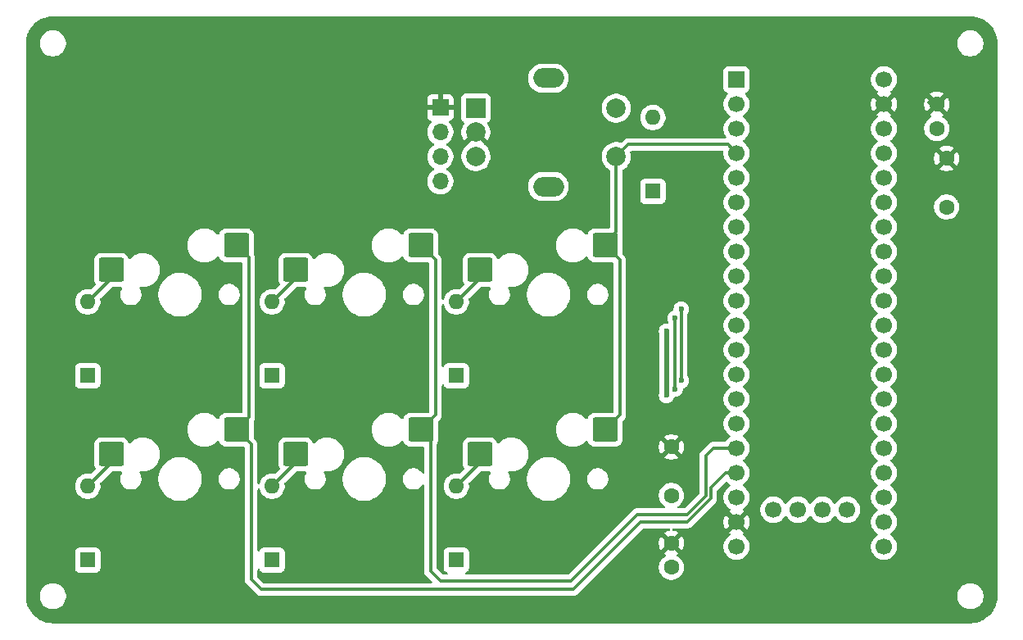
<source format=gbl>
G04 #@! TF.GenerationSoftware,KiCad,Pcbnew,9.0.2*
G04 #@! TF.CreationDate,2025-09-21T22:05:50-04:00*
G04 #@! TF.ProjectId,vWAN-macropad,7657414e-2d6d-4616-9372-6f7061642e6b,v1*
G04 #@! TF.SameCoordinates,Original*
G04 #@! TF.FileFunction,Copper,L2,Bot*
G04 #@! TF.FilePolarity,Positive*
%FSLAX46Y46*%
G04 Gerber Fmt 4.6, Leading zero omitted, Abs format (unit mm)*
G04 Created by KiCad (PCBNEW 9.0.2) date 2025-09-21 22:05:50*
%MOMM*%
%LPD*%
G01*
G04 APERTURE LIST*
G04 Aperture macros list*
%AMRoundRect*
0 Rectangle with rounded corners*
0 $1 Rounding radius*
0 $2 $3 $4 $5 $6 $7 $8 $9 X,Y pos of 4 corners*
0 Add a 4 corners polygon primitive as box body*
4,1,4,$2,$3,$4,$5,$6,$7,$8,$9,$2,$3,0*
0 Add four circle primitives for the rounded corners*
1,1,$1+$1,$2,$3*
1,1,$1+$1,$4,$5*
1,1,$1+$1,$6,$7*
1,1,$1+$1,$8,$9*
0 Add four rect primitives between the rounded corners*
20,1,$1+$1,$2,$3,$4,$5,0*
20,1,$1+$1,$4,$5,$6,$7,0*
20,1,$1+$1,$6,$7,$8,$9,0*
20,1,$1+$1,$8,$9,$2,$3,0*%
G04 Aperture macros list end*
G04 #@! TA.AperFunction,ComponentPad*
%ADD10C,1.600000*%
G04 #@! TD*
G04 #@! TA.AperFunction,ComponentPad*
%ADD11R,1.700000X1.700000*%
G04 #@! TD*
G04 #@! TA.AperFunction,ComponentPad*
%ADD12C,1.700000*%
G04 #@! TD*
G04 #@! TA.AperFunction,WasherPad*
%ADD13O,3.200000X2.000000*%
G04 #@! TD*
G04 #@! TA.AperFunction,ComponentPad*
%ADD14R,2.000000X2.000000*%
G04 #@! TD*
G04 #@! TA.AperFunction,ComponentPad*
%ADD15C,2.000000*%
G04 #@! TD*
G04 #@! TA.AperFunction,ComponentPad*
%ADD16O,1.700000X1.700000*%
G04 #@! TD*
G04 #@! TA.AperFunction,SMDPad,CuDef*
%ADD17RoundRect,0.200000X1.075000X1.050000X-1.075000X1.050000X-1.075000X-1.050000X1.075000X-1.050000X0*%
G04 #@! TD*
G04 #@! TA.AperFunction,ComponentPad*
%ADD18R,1.600000X1.600000*%
G04 #@! TD*
G04 #@! TA.AperFunction,ComponentPad*
%ADD19O,1.600000X1.600000*%
G04 #@! TD*
G04 #@! TA.AperFunction,ViaPad*
%ADD20C,0.600000*%
G04 #@! TD*
G04 #@! TA.AperFunction,Conductor*
%ADD21C,0.300000*%
G04 #@! TD*
G04 #@! TA.AperFunction,Conductor*
%ADD22C,0.500000*%
G04 #@! TD*
G04 APERTURE END LIST*
D10*
X189357000Y-120142000D03*
X189357000Y-125142000D03*
D11*
X196088000Y-82169000D03*
D12*
X196088000Y-84709000D03*
X196088000Y-87249000D03*
X196088000Y-89789000D03*
X196088000Y-92329000D03*
X196088000Y-94869000D03*
X196088000Y-97409000D03*
X196088000Y-99949000D03*
X196088000Y-102489000D03*
X196088000Y-105029000D03*
X196088000Y-107569000D03*
X196088000Y-110109000D03*
X196088000Y-112649000D03*
X196088000Y-115189000D03*
X196088000Y-117729000D03*
X196088000Y-120269000D03*
X196088000Y-122809000D03*
X196088000Y-125349000D03*
X196088000Y-127889000D03*
X196088000Y-130429000D03*
X211328000Y-130429000D03*
X211328000Y-127889000D03*
X211328000Y-125349000D03*
X211328000Y-122809000D03*
X211328000Y-120269000D03*
X211328000Y-117729000D03*
X211328000Y-115189000D03*
X211328000Y-112649000D03*
X211328000Y-110109000D03*
X211328000Y-107569000D03*
X211328000Y-105029000D03*
X211328000Y-102489000D03*
X211328000Y-99949000D03*
X211328000Y-97409000D03*
X211328000Y-94869000D03*
X211328000Y-92329000D03*
X211328000Y-89789000D03*
X211328000Y-87249000D03*
X211328000Y-84709000D03*
X211328000Y-82169000D03*
X207520000Y-126618000D03*
X204980000Y-126618000D03*
X202440000Y-126618000D03*
X199900000Y-126618000D03*
D13*
X176657000Y-82030000D03*
X176657000Y-93230000D03*
D14*
X169157000Y-85130000D03*
D15*
X169157000Y-90130000D03*
X169157000Y-87630000D03*
X183657000Y-90130000D03*
X183657000Y-85130000D03*
D10*
X217805000Y-90337000D03*
X217805000Y-95337000D03*
X216789000Y-84729000D03*
X216789000Y-87229000D03*
D11*
X165481000Y-85069000D03*
D16*
X165481000Y-87609000D03*
X165481000Y-90149000D03*
X165481000Y-92689000D03*
D10*
X189357000Y-130068000D03*
X189357000Y-132568000D03*
D17*
X150522000Y-120904000D03*
X163449000Y-118364000D03*
X169572000Y-120904000D03*
X182499000Y-118364000D03*
D18*
X167132000Y-112776000D03*
D19*
X167132000Y-105156000D03*
D17*
X131472000Y-101854000D03*
X144399000Y-99314000D03*
D18*
X129032000Y-131826000D03*
D19*
X129032000Y-124206000D03*
D18*
X129032000Y-112776000D03*
D19*
X129032000Y-105156000D03*
D18*
X148082000Y-131826000D03*
D19*
X148082000Y-124206000D03*
D17*
X131472000Y-120904000D03*
X144399000Y-118364000D03*
D18*
X148082000Y-112776000D03*
D19*
X148082000Y-105156000D03*
D18*
X167132000Y-131826000D03*
D19*
X167132000Y-124206000D03*
D18*
X187452000Y-93726000D03*
D19*
X187452000Y-86106000D03*
D17*
X169572000Y-101854000D03*
X182499000Y-99314000D03*
X150522000Y-101854000D03*
X163449000Y-99314000D03*
D20*
X188849000Y-108204000D03*
X188849000Y-114808000D03*
X190373000Y-113284000D03*
X190373000Y-105918000D03*
X189738000Y-106807000D03*
X189738000Y-114173000D03*
D21*
X182499000Y-99060000D02*
X182499000Y-99314000D01*
X183657000Y-97902000D02*
X182499000Y-99060000D01*
X183657000Y-90130000D02*
X183657000Y-97902000D01*
X192913000Y-121031000D02*
X193675000Y-120269000D01*
X193675000Y-120269000D02*
X196088000Y-120269000D01*
D22*
X188849000Y-108204000D02*
X188849000Y-114808000D01*
D21*
X216007000Y-84582000D02*
X216027000Y-84602000D01*
X131472000Y-101854000D02*
X131472000Y-102716000D01*
X131472000Y-102716000D02*
X129032000Y-105156000D01*
X150522000Y-102716000D02*
X148082000Y-105156000D01*
X150522000Y-101854000D02*
X150522000Y-102716000D01*
X169572000Y-102716000D02*
X167132000Y-105156000D01*
X169572000Y-101854000D02*
X169572000Y-102716000D01*
X131472000Y-120904000D02*
X131472000Y-121766000D01*
X131472000Y-121766000D02*
X129032000Y-124206000D01*
X150522000Y-121766000D02*
X148082000Y-124206000D01*
X150522000Y-120904000D02*
X150522000Y-121766000D01*
X169572000Y-120904000D02*
X169572000Y-121766000D01*
X169572000Y-121766000D02*
X167132000Y-124206000D01*
X190373000Y-105918000D02*
X190373000Y-113284000D01*
X189738000Y-106807000D02*
X189738000Y-114173000D01*
X145669000Y-100584000D02*
X145669000Y-117094000D01*
X193421000Y-125476000D02*
X193421000Y-124333000D01*
X144399000Y-118364000D02*
X145923000Y-119888000D01*
X146939000Y-134874000D02*
X179197000Y-134874000D01*
X145923000Y-119888000D02*
X145923000Y-133858000D01*
X193421000Y-124333000D02*
X194945000Y-122809000D01*
X179197000Y-134874000D02*
X186182000Y-127889000D01*
X191008000Y-127889000D02*
X193421000Y-125476000D01*
X194945000Y-122809000D02*
X196088000Y-122809000D01*
X186182000Y-127889000D02*
X191008000Y-127889000D01*
X144399000Y-99314000D02*
X145669000Y-100584000D01*
X145923000Y-133858000D02*
X146939000Y-134874000D01*
X145669000Y-117094000D02*
X144399000Y-118364000D01*
X178943000Y-133985000D02*
X185801000Y-127127000D01*
X164465000Y-132969000D02*
X165481000Y-133985000D01*
X164973000Y-116840000D02*
X163449000Y-118364000D01*
X192913000Y-125222000D02*
X192913000Y-121031000D01*
X185801000Y-127127000D02*
X191008000Y-127127000D01*
X163449000Y-118364000D02*
X164465000Y-119380000D01*
X163449000Y-99314000D02*
X164973000Y-100838000D01*
X191008000Y-127127000D02*
X192913000Y-125222000D01*
X165481000Y-133985000D02*
X178943000Y-133985000D01*
X164973000Y-100838000D02*
X164973000Y-116840000D01*
X164465000Y-119380000D02*
X164465000Y-132969000D01*
X195199000Y-88900000D02*
X196088000Y-89789000D01*
X184023000Y-116840000D02*
X182499000Y-118364000D01*
X183657000Y-90130000D02*
X184887000Y-88900000D01*
X184887000Y-88900000D02*
X195199000Y-88900000D01*
X184023000Y-100838000D02*
X184023000Y-116840000D01*
X182499000Y-99314000D02*
X184023000Y-100838000D01*
G04 #@! TA.AperFunction,Conductor*
G36*
X220269472Y-75638695D02*
G01*
X220572503Y-75655713D01*
X220586301Y-75657267D01*
X220882080Y-75707522D01*
X220895636Y-75710616D01*
X221183927Y-75793672D01*
X221197051Y-75798265D01*
X221474222Y-75913072D01*
X221486744Y-75919101D01*
X221689184Y-76030986D01*
X221749328Y-76064227D01*
X221761102Y-76071625D01*
X222005789Y-76245239D01*
X222016657Y-76253907D01*
X222240352Y-76453815D01*
X222250184Y-76463647D01*
X222450092Y-76687342D01*
X222458763Y-76698214D01*
X222632374Y-76942897D01*
X222639772Y-76954671D01*
X222784894Y-77217248D01*
X222790927Y-77229777D01*
X222905734Y-77506948D01*
X222910327Y-77520072D01*
X222993383Y-77808363D01*
X222996477Y-77821920D01*
X223046730Y-78117688D01*
X223048287Y-78131506D01*
X223065305Y-78434527D01*
X223065500Y-78441480D01*
X223065500Y-135553519D01*
X223065305Y-135560472D01*
X223048287Y-135863493D01*
X223046730Y-135877311D01*
X222996477Y-136173079D01*
X222993383Y-136186636D01*
X222910327Y-136474927D01*
X222905734Y-136488051D01*
X222790927Y-136765222D01*
X222784894Y-136777751D01*
X222639772Y-137040328D01*
X222632374Y-137052102D01*
X222458763Y-137296785D01*
X222450092Y-137307657D01*
X222250184Y-137531352D01*
X222240352Y-137541184D01*
X222016657Y-137741092D01*
X222005785Y-137749763D01*
X221761102Y-137923374D01*
X221749328Y-137930772D01*
X221486751Y-138075894D01*
X221474222Y-138081927D01*
X221197051Y-138196734D01*
X221183927Y-138201327D01*
X220895636Y-138284383D01*
X220882079Y-138287477D01*
X220586311Y-138337730D01*
X220572493Y-138339287D01*
X220269472Y-138356305D01*
X220262519Y-138356500D01*
X125431481Y-138356500D01*
X125424528Y-138356305D01*
X125121506Y-138339287D01*
X125107688Y-138337730D01*
X124811920Y-138287477D01*
X124798363Y-138284383D01*
X124510072Y-138201327D01*
X124496948Y-138196734D01*
X124219777Y-138081927D01*
X124207248Y-138075894D01*
X123944671Y-137930772D01*
X123932897Y-137923374D01*
X123688214Y-137749763D01*
X123677342Y-137741092D01*
X123453647Y-137541184D01*
X123443815Y-137531352D01*
X123243907Y-137307657D01*
X123235236Y-137296785D01*
X123061625Y-137052102D01*
X123054227Y-137040328D01*
X122909105Y-136777751D01*
X122903072Y-136765222D01*
X122788265Y-136488051D01*
X122783672Y-136474927D01*
X122723141Y-136264820D01*
X122700615Y-136186634D01*
X122697522Y-136173079D01*
X122678030Y-136058356D01*
X122647267Y-135877301D01*
X122645713Y-135863503D01*
X122628695Y-135560472D01*
X122628500Y-135553519D01*
X122628500Y-135450713D01*
X124077500Y-135450713D01*
X124077500Y-135663286D01*
X124110753Y-135873239D01*
X124176444Y-136075414D01*
X124272951Y-136264820D01*
X124397890Y-136436786D01*
X124548213Y-136587109D01*
X124720179Y-136712048D01*
X124720181Y-136712049D01*
X124720184Y-136712051D01*
X124909588Y-136808557D01*
X125111757Y-136874246D01*
X125321713Y-136907500D01*
X125321714Y-136907500D01*
X125534286Y-136907500D01*
X125534287Y-136907500D01*
X125744243Y-136874246D01*
X125946412Y-136808557D01*
X126135816Y-136712051D01*
X126157789Y-136696086D01*
X126307786Y-136587109D01*
X126307788Y-136587106D01*
X126307792Y-136587104D01*
X126458104Y-136436792D01*
X126458106Y-136436788D01*
X126458109Y-136436786D01*
X126583048Y-136264820D01*
X126583047Y-136264820D01*
X126583051Y-136264816D01*
X126679557Y-136075412D01*
X126745246Y-135873243D01*
X126778500Y-135663287D01*
X126778500Y-135450713D01*
X126745246Y-135240757D01*
X126679557Y-135038588D01*
X126583051Y-134849184D01*
X126583049Y-134849181D01*
X126583048Y-134849179D01*
X126458109Y-134677213D01*
X126307786Y-134526890D01*
X126135820Y-134401951D01*
X125946414Y-134305444D01*
X125946413Y-134305443D01*
X125946412Y-134305443D01*
X125744243Y-134239754D01*
X125744241Y-134239753D01*
X125744240Y-134239753D01*
X125582957Y-134214208D01*
X125534287Y-134206500D01*
X125321713Y-134206500D01*
X125273042Y-134214208D01*
X125111760Y-134239753D01*
X124909585Y-134305444D01*
X124720179Y-134401951D01*
X124548213Y-134526890D01*
X124397890Y-134677213D01*
X124272951Y-134849179D01*
X124176444Y-135038585D01*
X124110753Y-135240760D01*
X124077500Y-135450713D01*
X122628500Y-135450713D01*
X122628500Y-130978135D01*
X127731500Y-130978135D01*
X127731500Y-132673870D01*
X127731501Y-132673876D01*
X127737908Y-132733483D01*
X127788202Y-132868328D01*
X127788206Y-132868335D01*
X127874452Y-132983544D01*
X127874455Y-132983547D01*
X127989664Y-133069793D01*
X127989671Y-133069797D01*
X128124517Y-133120091D01*
X128124516Y-133120091D01*
X128131444Y-133120835D01*
X128184127Y-133126500D01*
X129879872Y-133126499D01*
X129939483Y-133120091D01*
X130074331Y-133069796D01*
X130189546Y-132983546D01*
X130275796Y-132868331D01*
X130326091Y-132733483D01*
X130332500Y-132673873D01*
X130332499Y-130978128D01*
X130326091Y-130918517D01*
X130306320Y-130865509D01*
X130275797Y-130783671D01*
X130275793Y-130783664D01*
X130189547Y-130668455D01*
X130189544Y-130668452D01*
X130074335Y-130582206D01*
X130074328Y-130582202D01*
X129939482Y-130531908D01*
X129939483Y-130531908D01*
X129879883Y-130525501D01*
X129879881Y-130525500D01*
X129879873Y-130525500D01*
X129879864Y-130525500D01*
X128184129Y-130525500D01*
X128184123Y-130525501D01*
X128124516Y-130531908D01*
X127989671Y-130582202D01*
X127989664Y-130582206D01*
X127874455Y-130668452D01*
X127874452Y-130668455D01*
X127788206Y-130783664D01*
X127788202Y-130783671D01*
X127737908Y-130918517D01*
X127734802Y-130947412D01*
X127731501Y-130978123D01*
X127731500Y-130978135D01*
X122628500Y-130978135D01*
X122628500Y-124103648D01*
X127731500Y-124103648D01*
X127731500Y-124308351D01*
X127763522Y-124510534D01*
X127826781Y-124705223D01*
X127919715Y-124887613D01*
X128040028Y-125053213D01*
X128184786Y-125197971D01*
X128326256Y-125300753D01*
X128350390Y-125318287D01*
X128466607Y-125377503D01*
X128532776Y-125411218D01*
X128532778Y-125411218D01*
X128532781Y-125411220D01*
X128637137Y-125445127D01*
X128727465Y-125474477D01*
X128828557Y-125490488D01*
X128929648Y-125506500D01*
X128929649Y-125506500D01*
X129134351Y-125506500D01*
X129134352Y-125506500D01*
X129336534Y-125474477D01*
X129531219Y-125411220D01*
X129713610Y-125318287D01*
X129817630Y-125242713D01*
X129879213Y-125197971D01*
X129879215Y-125197968D01*
X129879219Y-125197966D01*
X130023966Y-125053219D01*
X130023968Y-125053215D01*
X130023971Y-125053213D01*
X130115657Y-124927016D01*
X130144287Y-124887610D01*
X130237220Y-124705219D01*
X130300477Y-124510534D01*
X130332500Y-124308352D01*
X130332500Y-124103648D01*
X130319451Y-124021260D01*
X130304345Y-123925886D01*
X130313300Y-123856593D01*
X130339134Y-123818810D01*
X131467127Y-122690819D01*
X131528450Y-122657334D01*
X131554808Y-122654500D01*
X132445836Y-122654500D01*
X132512875Y-122674185D01*
X132558630Y-122726989D01*
X132568574Y-122796147D01*
X132546154Y-122851384D01*
X132534999Y-122866739D01*
X132534997Y-122866742D01*
X132456291Y-123021208D01*
X132456290Y-123021211D01*
X132402720Y-123186086D01*
X132375600Y-123357312D01*
X132375600Y-123530687D01*
X132402720Y-123701913D01*
X132456290Y-123866788D01*
X132456291Y-123866791D01*
X132508141Y-123968550D01*
X132534998Y-124021260D01*
X132636899Y-124161514D01*
X132759486Y-124284101D01*
X132899740Y-124386002D01*
X132975502Y-124424604D01*
X133054208Y-124464708D01*
X133054211Y-124464709D01*
X133124932Y-124487687D01*
X133219088Y-124518280D01*
X133298391Y-124530840D01*
X133390313Y-124545400D01*
X133390318Y-124545400D01*
X133563687Y-124545400D01*
X133646695Y-124532252D01*
X133734912Y-124518280D01*
X133899791Y-124464708D01*
X134054260Y-124386002D01*
X134194514Y-124284101D01*
X134317101Y-124161514D01*
X134419002Y-124021260D01*
X134497708Y-123866791D01*
X134551280Y-123701912D01*
X134568831Y-123591099D01*
X134578400Y-123530687D01*
X134578400Y-123357312D01*
X134571260Y-123312233D01*
X134568831Y-123296900D01*
X136312600Y-123296900D01*
X136312600Y-123591099D01*
X136312601Y-123591116D01*
X136349780Y-123873523D01*
X136351002Y-123882800D01*
X136422607Y-124150034D01*
X136427152Y-124166994D01*
X136539734Y-124438794D01*
X136539742Y-124438810D01*
X136686840Y-124693589D01*
X136686851Y-124693605D01*
X136865948Y-124927009D01*
X136865954Y-124927016D01*
X137073983Y-125135045D01*
X137073989Y-125135050D01*
X137307403Y-125314155D01*
X137307410Y-125314159D01*
X137562189Y-125461257D01*
X137562205Y-125461265D01*
X137834005Y-125573847D01*
X137834007Y-125573847D01*
X137834013Y-125573850D01*
X138118200Y-125649998D01*
X138409894Y-125688400D01*
X138409901Y-125688400D01*
X138704099Y-125688400D01*
X138704106Y-125688400D01*
X138995800Y-125649998D01*
X139279987Y-125573850D01*
X139519897Y-125474477D01*
X139551794Y-125461265D01*
X139551797Y-125461263D01*
X139551803Y-125461261D01*
X139806597Y-125314155D01*
X140040011Y-125135050D01*
X140248050Y-124927011D01*
X140427155Y-124693597D01*
X140574261Y-124438803D01*
X140686850Y-124166987D01*
X140762998Y-123882800D01*
X140801400Y-123591106D01*
X140801400Y-123357312D01*
X142535600Y-123357312D01*
X142535600Y-123530687D01*
X142562720Y-123701913D01*
X142616290Y-123866788D01*
X142616291Y-123866791D01*
X142668141Y-123968550D01*
X142694998Y-124021260D01*
X142796899Y-124161514D01*
X142919486Y-124284101D01*
X143059740Y-124386002D01*
X143135502Y-124424604D01*
X143214208Y-124464708D01*
X143214211Y-124464709D01*
X143284932Y-124487687D01*
X143379088Y-124518280D01*
X143458391Y-124530840D01*
X143550313Y-124545400D01*
X143550318Y-124545400D01*
X143723687Y-124545400D01*
X143806695Y-124532252D01*
X143894912Y-124518280D01*
X144059791Y-124464708D01*
X144214260Y-124386002D01*
X144354514Y-124284101D01*
X144477101Y-124161514D01*
X144579002Y-124021260D01*
X144657708Y-123866791D01*
X144711280Y-123701912D01*
X144728831Y-123591099D01*
X144738400Y-123530687D01*
X144738400Y-123357312D01*
X144715705Y-123214028D01*
X144711280Y-123186088D01*
X144679206Y-123087373D01*
X144657709Y-123021211D01*
X144657708Y-123021208D01*
X144579001Y-122866739D01*
X144477101Y-122726486D01*
X144354514Y-122603899D01*
X144214260Y-122501998D01*
X144199562Y-122494509D01*
X144059791Y-122423291D01*
X144059788Y-122423290D01*
X143894913Y-122369720D01*
X143723687Y-122342600D01*
X143723682Y-122342600D01*
X143550318Y-122342600D01*
X143550313Y-122342600D01*
X143379086Y-122369720D01*
X143214211Y-122423290D01*
X143214208Y-122423291D01*
X143059739Y-122501998D01*
X143028405Y-122524764D01*
X142919486Y-122603899D01*
X142919484Y-122603901D01*
X142919483Y-122603901D01*
X142796901Y-122726483D01*
X142796901Y-122726484D01*
X142796899Y-122726486D01*
X142766231Y-122768697D01*
X142694998Y-122866739D01*
X142616291Y-123021208D01*
X142616290Y-123021211D01*
X142562720Y-123186086D01*
X142535600Y-123357312D01*
X140801400Y-123357312D01*
X140801400Y-123296894D01*
X140762998Y-123005200D01*
X140686850Y-122721013D01*
X140678412Y-122700642D01*
X140574265Y-122449205D01*
X140574257Y-122449189D01*
X140427159Y-122194410D01*
X140427155Y-122194403D01*
X140358231Y-122104579D01*
X140248051Y-121960990D01*
X140248045Y-121960983D01*
X140040016Y-121752954D01*
X140040009Y-121752948D01*
X139806605Y-121573851D01*
X139806603Y-121573849D01*
X139806597Y-121573845D01*
X139806592Y-121573842D01*
X139806589Y-121573840D01*
X139551810Y-121426742D01*
X139551794Y-121426734D01*
X139279994Y-121314152D01*
X139223834Y-121299104D01*
X138995800Y-121238002D01*
X138995799Y-121238001D01*
X138995796Y-121238001D01*
X138704116Y-121199601D01*
X138704111Y-121199600D01*
X138704106Y-121199600D01*
X138409894Y-121199600D01*
X138409888Y-121199600D01*
X138409883Y-121199601D01*
X138118203Y-121238001D01*
X137834005Y-121314152D01*
X137562205Y-121426734D01*
X137562189Y-121426742D01*
X137307410Y-121573840D01*
X137307394Y-121573851D01*
X137073990Y-121752948D01*
X137073983Y-121752954D01*
X136865954Y-121960983D01*
X136865948Y-121960990D01*
X136686851Y-122194394D01*
X136686840Y-122194410D01*
X136539742Y-122449189D01*
X136539734Y-122449205D01*
X136427152Y-122721005D01*
X136351001Y-123005203D01*
X136312601Y-123296883D01*
X136312600Y-123296900D01*
X134568831Y-123296900D01*
X134555705Y-123214028D01*
X134551280Y-123186088D01*
X134519206Y-123087373D01*
X134497709Y-123021211D01*
X134497708Y-123021208D01*
X134419001Y-122866738D01*
X134395580Y-122834503D01*
X134372099Y-122768697D01*
X134387924Y-122700642D01*
X134438029Y-122651947D01*
X134506507Y-122638071D01*
X134512068Y-122638675D01*
X134632266Y-122654500D01*
X134632273Y-122654500D01*
X134861727Y-122654500D01*
X134861734Y-122654500D01*
X135089238Y-122624548D01*
X135310887Y-122565158D01*
X135522888Y-122477344D01*
X135721612Y-122362611D01*
X135903661Y-122222919D01*
X135903665Y-122222914D01*
X135903670Y-122222911D01*
X136065911Y-122060670D01*
X136065914Y-122060665D01*
X136065919Y-122060661D01*
X136205611Y-121878612D01*
X136320344Y-121679888D01*
X136408158Y-121467887D01*
X136467548Y-121246238D01*
X136497500Y-121018734D01*
X136497500Y-120789266D01*
X136467548Y-120561762D01*
X136408158Y-120340113D01*
X136344732Y-120186989D01*
X136320349Y-120128123D01*
X136320346Y-120128117D01*
X136320344Y-120128112D01*
X136205611Y-119929388D01*
X136205608Y-119929385D01*
X136205607Y-119929382D01*
X136082739Y-119769259D01*
X136065919Y-119747339D01*
X136065918Y-119747338D01*
X136065911Y-119747330D01*
X135903670Y-119585089D01*
X135903661Y-119585081D01*
X135721617Y-119445392D01*
X135522890Y-119330657D01*
X135522876Y-119330650D01*
X135310887Y-119242842D01*
X135229460Y-119221024D01*
X135089238Y-119183452D01*
X135051215Y-119178446D01*
X134861741Y-119153500D01*
X134861734Y-119153500D01*
X134632266Y-119153500D01*
X134632258Y-119153500D01*
X134415715Y-119182009D01*
X134404762Y-119183452D01*
X134363347Y-119194549D01*
X134183112Y-119242842D01*
X133971123Y-119330650D01*
X133971109Y-119330657D01*
X133772382Y-119445392D01*
X133590338Y-119585081D01*
X133435432Y-119739987D01*
X133374109Y-119773471D01*
X133304417Y-119768487D01*
X133248484Y-119726615D01*
X133229368Y-119689201D01*
X133190478Y-119564394D01*
X133102472Y-119418815D01*
X133102470Y-119418813D01*
X133102469Y-119418811D01*
X132982188Y-119298530D01*
X132890069Y-119242842D01*
X132836606Y-119210522D01*
X132674196Y-119159914D01*
X132674194Y-119159913D01*
X132674192Y-119159913D01*
X132624778Y-119155423D01*
X132603616Y-119153500D01*
X130340384Y-119153500D01*
X130321145Y-119155248D01*
X130269807Y-119159913D01*
X130107393Y-119210522D01*
X129961811Y-119298530D01*
X129841530Y-119418811D01*
X129753522Y-119564393D01*
X129702913Y-119726807D01*
X129696500Y-119797386D01*
X129696500Y-122010613D01*
X129702913Y-122081192D01*
X129702913Y-122081194D01*
X129702914Y-122081196D01*
X129747076Y-122222919D01*
X129753522Y-122243606D01*
X129824176Y-122360481D01*
X129842012Y-122428036D01*
X129820494Y-122494509D01*
X129805740Y-122512312D01*
X129419190Y-122898862D01*
X129357867Y-122932347D01*
X129312111Y-122933654D01*
X129166611Y-122910609D01*
X129134352Y-122905500D01*
X128929648Y-122905500D01*
X128905329Y-122909351D01*
X128727465Y-122937522D01*
X128532776Y-123000781D01*
X128350386Y-123093715D01*
X128184786Y-123214028D01*
X128040028Y-123358786D01*
X127919715Y-123524386D01*
X127826781Y-123706776D01*
X127763522Y-123901465D01*
X127731500Y-124103648D01*
X122628500Y-124103648D01*
X122628500Y-111928135D01*
X127731500Y-111928135D01*
X127731500Y-113623870D01*
X127731501Y-113623876D01*
X127737908Y-113683483D01*
X127788202Y-113818328D01*
X127788206Y-113818335D01*
X127874452Y-113933544D01*
X127874455Y-113933547D01*
X127989664Y-114019793D01*
X127989671Y-114019797D01*
X128124517Y-114070091D01*
X128124516Y-114070091D01*
X128131444Y-114070835D01*
X128184127Y-114076500D01*
X129879872Y-114076499D01*
X129939483Y-114070091D01*
X130074331Y-114019796D01*
X130189546Y-113933546D01*
X130275796Y-113818331D01*
X130326091Y-113683483D01*
X130332500Y-113623873D01*
X130332499Y-111928128D01*
X130326091Y-111868517D01*
X130306320Y-111815509D01*
X130275797Y-111733671D01*
X130275793Y-111733664D01*
X130189547Y-111618455D01*
X130189544Y-111618452D01*
X130074335Y-111532206D01*
X130074328Y-111532202D01*
X129939482Y-111481908D01*
X129939483Y-111481908D01*
X129879883Y-111475501D01*
X129879881Y-111475500D01*
X129879873Y-111475500D01*
X129879864Y-111475500D01*
X128184129Y-111475500D01*
X128184123Y-111475501D01*
X128124516Y-111481908D01*
X127989671Y-111532202D01*
X127989664Y-111532206D01*
X127874455Y-111618452D01*
X127874452Y-111618455D01*
X127788206Y-111733664D01*
X127788202Y-111733671D01*
X127737908Y-111868517D01*
X127731501Y-111928116D01*
X127731501Y-111928123D01*
X127731500Y-111928135D01*
X122628500Y-111928135D01*
X122628500Y-105053648D01*
X127731500Y-105053648D01*
X127731500Y-105258351D01*
X127763522Y-105460534D01*
X127826781Y-105655223D01*
X127919715Y-105837613D01*
X128040028Y-106003213D01*
X128184786Y-106147971D01*
X128294328Y-106227556D01*
X128350390Y-106268287D01*
X128446864Y-106317443D01*
X128532776Y-106361218D01*
X128532778Y-106361218D01*
X128532781Y-106361220D01*
X128606953Y-106385320D01*
X128727465Y-106424477D01*
X128828557Y-106440488D01*
X128929648Y-106456500D01*
X128929649Y-106456500D01*
X129134351Y-106456500D01*
X129134352Y-106456500D01*
X129336534Y-106424477D01*
X129531219Y-106361220D01*
X129713610Y-106268287D01*
X129823409Y-106188514D01*
X129879213Y-106147971D01*
X129879215Y-106147968D01*
X129879219Y-106147966D01*
X130023966Y-106003219D01*
X130023968Y-106003215D01*
X130023971Y-106003213D01*
X130079892Y-105926243D01*
X130144287Y-105837610D01*
X130237220Y-105655219D01*
X130300477Y-105460534D01*
X130332500Y-105258352D01*
X130332500Y-105053648D01*
X130319451Y-104971260D01*
X130304345Y-104875886D01*
X130313300Y-104806593D01*
X130339134Y-104768810D01*
X131467127Y-103640819D01*
X131528450Y-103607334D01*
X131554808Y-103604500D01*
X132445836Y-103604500D01*
X132512875Y-103624185D01*
X132558630Y-103676989D01*
X132568574Y-103746147D01*
X132546154Y-103801384D01*
X132534999Y-103816739D01*
X132534997Y-103816742D01*
X132456291Y-103971208D01*
X132456290Y-103971211D01*
X132402720Y-104136086D01*
X132375600Y-104307312D01*
X132375600Y-104480687D01*
X132402720Y-104651913D01*
X132456290Y-104816788D01*
X132456291Y-104816791D01*
X132508141Y-104918550D01*
X132534998Y-104971260D01*
X132636899Y-105111514D01*
X132759486Y-105234101D01*
X132899740Y-105336002D01*
X132975502Y-105374604D01*
X133054208Y-105414708D01*
X133054211Y-105414709D01*
X133124932Y-105437687D01*
X133219088Y-105468280D01*
X133298391Y-105480840D01*
X133390313Y-105495400D01*
X133390318Y-105495400D01*
X133563687Y-105495400D01*
X133646695Y-105482252D01*
X133734912Y-105468280D01*
X133899791Y-105414708D01*
X134054260Y-105336002D01*
X134194514Y-105234101D01*
X134317101Y-105111514D01*
X134419002Y-104971260D01*
X134497708Y-104816791D01*
X134551280Y-104651912D01*
X134568831Y-104541099D01*
X134578400Y-104480687D01*
X134578400Y-104307312D01*
X134571260Y-104262233D01*
X134568831Y-104246900D01*
X136312600Y-104246900D01*
X136312600Y-104541099D01*
X136312601Y-104541116D01*
X136351001Y-104832796D01*
X136427152Y-105116994D01*
X136539734Y-105388794D01*
X136539742Y-105388810D01*
X136686840Y-105643589D01*
X136686851Y-105643605D01*
X136865948Y-105877009D01*
X136865954Y-105877016D01*
X137073983Y-106085045D01*
X137073990Y-106085051D01*
X137204520Y-106185210D01*
X137307403Y-106264155D01*
X137307410Y-106264159D01*
X137562189Y-106411257D01*
X137562205Y-106411265D01*
X137834005Y-106523847D01*
X137834007Y-106523847D01*
X137834013Y-106523850D01*
X138118200Y-106599998D01*
X138409894Y-106638400D01*
X138409901Y-106638400D01*
X138704099Y-106638400D01*
X138704106Y-106638400D01*
X138995800Y-106599998D01*
X139279987Y-106523850D01*
X139511809Y-106427827D01*
X139551794Y-106411265D01*
X139551797Y-106411263D01*
X139551803Y-106411261D01*
X139806597Y-106264155D01*
X140040011Y-106085050D01*
X140248050Y-105877011D01*
X140427155Y-105643597D01*
X140574261Y-105388803D01*
X140686850Y-105116987D01*
X140762998Y-104832800D01*
X140801400Y-104541106D01*
X140801400Y-104307312D01*
X142535600Y-104307312D01*
X142535600Y-104480687D01*
X142562720Y-104651913D01*
X142616290Y-104816788D01*
X142616291Y-104816791D01*
X142668141Y-104918550D01*
X142694998Y-104971260D01*
X142796899Y-105111514D01*
X142919486Y-105234101D01*
X143059740Y-105336002D01*
X143135502Y-105374604D01*
X143214208Y-105414708D01*
X143214211Y-105414709D01*
X143284932Y-105437687D01*
X143379088Y-105468280D01*
X143458391Y-105480840D01*
X143550313Y-105495400D01*
X143550318Y-105495400D01*
X143723687Y-105495400D01*
X143806695Y-105482252D01*
X143894912Y-105468280D01*
X144059791Y-105414708D01*
X144214260Y-105336002D01*
X144354514Y-105234101D01*
X144477101Y-105111514D01*
X144579002Y-104971260D01*
X144657708Y-104816791D01*
X144711280Y-104651912D01*
X144728831Y-104541099D01*
X144738400Y-104480687D01*
X144738400Y-104307312D01*
X144715705Y-104164028D01*
X144711280Y-104136088D01*
X144657708Y-103971209D01*
X144657708Y-103971208D01*
X144612430Y-103882347D01*
X144579002Y-103816740D01*
X144477101Y-103676486D01*
X144354514Y-103553899D01*
X144214260Y-103451998D01*
X144165874Y-103427344D01*
X144059791Y-103373291D01*
X144059788Y-103373290D01*
X143894913Y-103319720D01*
X143723687Y-103292600D01*
X143723682Y-103292600D01*
X143550318Y-103292600D01*
X143550313Y-103292600D01*
X143379086Y-103319720D01*
X143214211Y-103373290D01*
X143214208Y-103373291D01*
X143059739Y-103451998D01*
X143028405Y-103474764D01*
X142919486Y-103553899D01*
X142919484Y-103553901D01*
X142919483Y-103553901D01*
X142796901Y-103676483D01*
X142796901Y-103676484D01*
X142796899Y-103676486D01*
X142766231Y-103718697D01*
X142694998Y-103816739D01*
X142616291Y-103971208D01*
X142616290Y-103971211D01*
X142562720Y-104136086D01*
X142535600Y-104307312D01*
X140801400Y-104307312D01*
X140801400Y-104246894D01*
X140762998Y-103955200D01*
X140686850Y-103671013D01*
X140675681Y-103644048D01*
X140574265Y-103399205D01*
X140574257Y-103399189D01*
X140427159Y-103144410D01*
X140427155Y-103144403D01*
X140248050Y-102910989D01*
X140248045Y-102910983D01*
X140040016Y-102702954D01*
X140040009Y-102702948D01*
X139806605Y-102523851D01*
X139806603Y-102523849D01*
X139806597Y-102523845D01*
X139806592Y-102523842D01*
X139806589Y-102523840D01*
X139551810Y-102376742D01*
X139551794Y-102376734D01*
X139279994Y-102264152D01*
X139026544Y-102196240D01*
X138995800Y-102188002D01*
X138995799Y-102188001D01*
X138995796Y-102188001D01*
X138704116Y-102149601D01*
X138704111Y-102149600D01*
X138704106Y-102149600D01*
X138409894Y-102149600D01*
X138409888Y-102149600D01*
X138409883Y-102149601D01*
X138118203Y-102188001D01*
X137834005Y-102264152D01*
X137562205Y-102376734D01*
X137562189Y-102376742D01*
X137307410Y-102523840D01*
X137307394Y-102523851D01*
X137073990Y-102702948D01*
X137073983Y-102702954D01*
X136865954Y-102910983D01*
X136865948Y-102910990D01*
X136686851Y-103144394D01*
X136686840Y-103144410D01*
X136539742Y-103399189D01*
X136539734Y-103399205D01*
X136427152Y-103671005D01*
X136351001Y-103955203D01*
X136312601Y-104246883D01*
X136312600Y-104246900D01*
X134568831Y-104246900D01*
X134555705Y-104164028D01*
X134551280Y-104136088D01*
X134497708Y-103971209D01*
X134497708Y-103971208D01*
X134419001Y-103816738D01*
X134395580Y-103784503D01*
X134372099Y-103718697D01*
X134387924Y-103650642D01*
X134438029Y-103601947D01*
X134506507Y-103588071D01*
X134512068Y-103588675D01*
X134632266Y-103604500D01*
X134632273Y-103604500D01*
X134861727Y-103604500D01*
X134861734Y-103604500D01*
X135089238Y-103574548D01*
X135310887Y-103515158D01*
X135522888Y-103427344D01*
X135721612Y-103312611D01*
X135903661Y-103172919D01*
X135903665Y-103172914D01*
X135903670Y-103172911D01*
X136065911Y-103010670D01*
X136065914Y-103010665D01*
X136065919Y-103010661D01*
X136205611Y-102828612D01*
X136320344Y-102629888D01*
X136408158Y-102417887D01*
X136467548Y-102196238D01*
X136497500Y-101968734D01*
X136497500Y-101739266D01*
X136467548Y-101511762D01*
X136408158Y-101290113D01*
X136332495Y-101107446D01*
X136320349Y-101078123D01*
X136320346Y-101078117D01*
X136320344Y-101078112D01*
X136205611Y-100879388D01*
X136205608Y-100879385D01*
X136205607Y-100879382D01*
X136085971Y-100723471D01*
X136065919Y-100697339D01*
X136065918Y-100697338D01*
X136065911Y-100697330D01*
X135903670Y-100535089D01*
X135903661Y-100535081D01*
X135721617Y-100395392D01*
X135719649Y-100394256D01*
X135522888Y-100280656D01*
X135522876Y-100280650D01*
X135310887Y-100192842D01*
X135229460Y-100171024D01*
X135089238Y-100133452D01*
X135051215Y-100128446D01*
X134861741Y-100103500D01*
X134861734Y-100103500D01*
X134632266Y-100103500D01*
X134632258Y-100103500D01*
X134415715Y-100132009D01*
X134404762Y-100133452D01*
X134363347Y-100144549D01*
X134183112Y-100192842D01*
X133971123Y-100280650D01*
X133971109Y-100280657D01*
X133772382Y-100395392D01*
X133590338Y-100535081D01*
X133435432Y-100689987D01*
X133374109Y-100723471D01*
X133304417Y-100718487D01*
X133248484Y-100676615D01*
X133229368Y-100639201D01*
X133190478Y-100514394D01*
X133102472Y-100368815D01*
X133102470Y-100368813D01*
X133102469Y-100368811D01*
X132982188Y-100248530D01*
X132890069Y-100192842D01*
X132836606Y-100160522D01*
X132674196Y-100109914D01*
X132674194Y-100109913D01*
X132674192Y-100109913D01*
X132624778Y-100105423D01*
X132603616Y-100103500D01*
X130340384Y-100103500D01*
X130321145Y-100105248D01*
X130269807Y-100109913D01*
X130107393Y-100160522D01*
X129961811Y-100248530D01*
X129841530Y-100368811D01*
X129753522Y-100514393D01*
X129702913Y-100676807D01*
X129696500Y-100747386D01*
X129696500Y-102960613D01*
X129702913Y-103031192D01*
X129702913Y-103031194D01*
X129702914Y-103031196D01*
X129747076Y-103172919D01*
X129753522Y-103193606D01*
X129824176Y-103310481D01*
X129842012Y-103378036D01*
X129820494Y-103444509D01*
X129805740Y-103462312D01*
X129419190Y-103848862D01*
X129357867Y-103882347D01*
X129312111Y-103883654D01*
X129166611Y-103860609D01*
X129134352Y-103855500D01*
X128929648Y-103855500D01*
X128905329Y-103859351D01*
X128727465Y-103887522D01*
X128532776Y-103950781D01*
X128350386Y-104043715D01*
X128184786Y-104164028D01*
X128040028Y-104308786D01*
X127919715Y-104474386D01*
X127826781Y-104656776D01*
X127763522Y-104851465D01*
X127731500Y-105053648D01*
X122628500Y-105053648D01*
X122628500Y-99199258D01*
X139346500Y-99199258D01*
X139346500Y-99428741D01*
X139371446Y-99618215D01*
X139376452Y-99656238D01*
X139376453Y-99656240D01*
X139435842Y-99877887D01*
X139523650Y-100089876D01*
X139523657Y-100089890D01*
X139638392Y-100288617D01*
X139778081Y-100470661D01*
X139778089Y-100470670D01*
X139940330Y-100632911D01*
X139940338Y-100632918D01*
X139940339Y-100632919D01*
X139960333Y-100648261D01*
X140122382Y-100772607D01*
X140122385Y-100772608D01*
X140122388Y-100772611D01*
X140321112Y-100887344D01*
X140321117Y-100887346D01*
X140321123Y-100887349D01*
X140412480Y-100925190D01*
X140533113Y-100975158D01*
X140754762Y-101034548D01*
X140982266Y-101064500D01*
X140982273Y-101064500D01*
X141211727Y-101064500D01*
X141211734Y-101064500D01*
X141439238Y-101034548D01*
X141660887Y-100975158D01*
X141872888Y-100887344D01*
X142071612Y-100772611D01*
X142253661Y-100632919D01*
X142253665Y-100632914D01*
X142253670Y-100632911D01*
X142415911Y-100470670D01*
X142415914Y-100470666D01*
X142415919Y-100470661D01*
X142417952Y-100468010D01*
X142474379Y-100426806D01*
X142544124Y-100422649D01*
X142605046Y-100456860D01*
X142634714Y-100506601D01*
X142680522Y-100653606D01*
X142753261Y-100773931D01*
X142768530Y-100799188D01*
X142888811Y-100919469D01*
X142888813Y-100919470D01*
X142888815Y-100919472D01*
X143034394Y-101007478D01*
X143196804Y-101058086D01*
X143267384Y-101064500D01*
X144894500Y-101064500D01*
X144961539Y-101084185D01*
X145007294Y-101136989D01*
X145018500Y-101188500D01*
X145018500Y-116489500D01*
X144998815Y-116556539D01*
X144946011Y-116602294D01*
X144894500Y-116613500D01*
X143267384Y-116613500D01*
X143248145Y-116615248D01*
X143196807Y-116619913D01*
X143034393Y-116670522D01*
X142888811Y-116758530D01*
X142768530Y-116878811D01*
X142680522Y-117024393D01*
X142680522Y-117024394D01*
X142638869Y-117158068D01*
X142634716Y-117171395D01*
X142595978Y-117229543D01*
X142531953Y-117257517D01*
X142462968Y-117246436D01*
X142417959Y-117209998D01*
X142415919Y-117207339D01*
X142415916Y-117207336D01*
X142415913Y-117207332D01*
X142253670Y-117045089D01*
X142253661Y-117045081D01*
X142071617Y-116905392D01*
X142069325Y-116904069D01*
X141872888Y-116790656D01*
X141872876Y-116790650D01*
X141660887Y-116702842D01*
X141646138Y-116698890D01*
X141439238Y-116643452D01*
X141401215Y-116638446D01*
X141211741Y-116613500D01*
X141211734Y-116613500D01*
X140982266Y-116613500D01*
X140982258Y-116613500D01*
X140765715Y-116642009D01*
X140754762Y-116643452D01*
X140661076Y-116668554D01*
X140533112Y-116702842D01*
X140321123Y-116790650D01*
X140321109Y-116790657D01*
X140122382Y-116905392D01*
X139940338Y-117045081D01*
X139778081Y-117207338D01*
X139638392Y-117389382D01*
X139523657Y-117588109D01*
X139523650Y-117588123D01*
X139435842Y-117800112D01*
X139376453Y-118021759D01*
X139376451Y-118021770D01*
X139346500Y-118249258D01*
X139346500Y-118478741D01*
X139371446Y-118668215D01*
X139376452Y-118706238D01*
X139390619Y-118759109D01*
X139435842Y-118927887D01*
X139523650Y-119139876D01*
X139523657Y-119139890D01*
X139638392Y-119338617D01*
X139778081Y-119520661D01*
X139778089Y-119520670D01*
X139940330Y-119682911D01*
X139940338Y-119682918D01*
X139940339Y-119682919D01*
X139960333Y-119698261D01*
X140122382Y-119822607D01*
X140122385Y-119822608D01*
X140122388Y-119822611D01*
X140321112Y-119937344D01*
X140321117Y-119937346D01*
X140321123Y-119937349D01*
X140412480Y-119975190D01*
X140533113Y-120025158D01*
X140754762Y-120084548D01*
X140982266Y-120114500D01*
X140982273Y-120114500D01*
X141211727Y-120114500D01*
X141211734Y-120114500D01*
X141439238Y-120084548D01*
X141660887Y-120025158D01*
X141872888Y-119937344D01*
X142071612Y-119822611D01*
X142253661Y-119682919D01*
X142253665Y-119682914D01*
X142253670Y-119682911D01*
X142415911Y-119520670D01*
X142415914Y-119520666D01*
X142415919Y-119520661D01*
X142417952Y-119518010D01*
X142474379Y-119476806D01*
X142544124Y-119472649D01*
X142605046Y-119506860D01*
X142634714Y-119556601D01*
X142680522Y-119703606D01*
X142753261Y-119823931D01*
X142768530Y-119849188D01*
X142888811Y-119969469D01*
X142888813Y-119969470D01*
X142888815Y-119969472D01*
X143034394Y-120057478D01*
X143196804Y-120108086D01*
X143267384Y-120114500D01*
X145148500Y-120114500D01*
X145215539Y-120134185D01*
X145261294Y-120186989D01*
X145272500Y-120238500D01*
X145272500Y-133922069D01*
X145272500Y-133922071D01*
X145272499Y-133922071D01*
X145297497Y-134047738D01*
X145297499Y-134047744D01*
X145346535Y-134166127D01*
X145417723Y-134272669D01*
X145417726Y-134272673D01*
X146524328Y-135379275D01*
X146620333Y-135443423D01*
X146623011Y-135445212D01*
X146630873Y-135450465D01*
X146749256Y-135499501D01*
X146749260Y-135499501D01*
X146749261Y-135499502D01*
X146874928Y-135524500D01*
X146874931Y-135524500D01*
X179261071Y-135524500D01*
X179345615Y-135507682D01*
X179386744Y-135499501D01*
X179504528Y-135450713D01*
X218915500Y-135450713D01*
X218915500Y-135663286D01*
X218948753Y-135873239D01*
X219014444Y-136075414D01*
X219110951Y-136264820D01*
X219235890Y-136436786D01*
X219386213Y-136587109D01*
X219558179Y-136712048D01*
X219558181Y-136712049D01*
X219558184Y-136712051D01*
X219747588Y-136808557D01*
X219949757Y-136874246D01*
X220159713Y-136907500D01*
X220159714Y-136907500D01*
X220372286Y-136907500D01*
X220372287Y-136907500D01*
X220582243Y-136874246D01*
X220784412Y-136808557D01*
X220973816Y-136712051D01*
X220995789Y-136696086D01*
X221145786Y-136587109D01*
X221145788Y-136587106D01*
X221145792Y-136587104D01*
X221296104Y-136436792D01*
X221296106Y-136436788D01*
X221296109Y-136436786D01*
X221421048Y-136264820D01*
X221421047Y-136264820D01*
X221421051Y-136264816D01*
X221517557Y-136075412D01*
X221583246Y-135873243D01*
X221616500Y-135663287D01*
X221616500Y-135450713D01*
X221583246Y-135240757D01*
X221517557Y-135038588D01*
X221421051Y-134849184D01*
X221421049Y-134849181D01*
X221421048Y-134849179D01*
X221296109Y-134677213D01*
X221145786Y-134526890D01*
X220973820Y-134401951D01*
X220784414Y-134305444D01*
X220784413Y-134305443D01*
X220784412Y-134305443D01*
X220582243Y-134239754D01*
X220582241Y-134239753D01*
X220582240Y-134239753D01*
X220420957Y-134214208D01*
X220372287Y-134206500D01*
X220159713Y-134206500D01*
X220111042Y-134214208D01*
X219949760Y-134239753D01*
X219747585Y-134305444D01*
X219558179Y-134401951D01*
X219386213Y-134526890D01*
X219235890Y-134677213D01*
X219110951Y-134849179D01*
X219014444Y-135038585D01*
X218948753Y-135240760D01*
X218915500Y-135450713D01*
X179504528Y-135450713D01*
X179505127Y-135450465D01*
X179513878Y-135444617D01*
X179515667Y-135443423D01*
X179548243Y-135421656D01*
X179611669Y-135379277D01*
X179611674Y-135379272D01*
X179632787Y-135358160D01*
X182617852Y-132373095D01*
X185117811Y-129873135D01*
X186415127Y-128575819D01*
X186476450Y-128542334D01*
X186502808Y-128539500D01*
X189121809Y-128539500D01*
X189188848Y-128559185D01*
X189234603Y-128611989D01*
X189244547Y-128681147D01*
X189215522Y-128744703D01*
X189156744Y-128782477D01*
X189141207Y-128785973D01*
X189052582Y-128800009D01*
X188857968Y-128863244D01*
X188675644Y-128956143D01*
X188631077Y-128988523D01*
X188631077Y-128988524D01*
X189310554Y-129668000D01*
X189304339Y-129668000D01*
X189202606Y-129695259D01*
X189111394Y-129747920D01*
X189036920Y-129822394D01*
X188984259Y-129913606D01*
X188957000Y-130015339D01*
X188957000Y-130021553D01*
X188277524Y-129342077D01*
X188277523Y-129342077D01*
X188245143Y-129386644D01*
X188152244Y-129568968D01*
X188089009Y-129763582D01*
X188057000Y-129965682D01*
X188057000Y-130170317D01*
X188089009Y-130372417D01*
X188152244Y-130567031D01*
X188245141Y-130749350D01*
X188245147Y-130749359D01*
X188277523Y-130793921D01*
X188277524Y-130793922D01*
X188957000Y-130114446D01*
X188957000Y-130120661D01*
X188984259Y-130222394D01*
X189036920Y-130313606D01*
X189111394Y-130388080D01*
X189202606Y-130440741D01*
X189304339Y-130468000D01*
X189310553Y-130468000D01*
X188631076Y-131147474D01*
X188675652Y-131179861D01*
X188729376Y-131207234D01*
X188780172Y-131255208D01*
X188796968Y-131323028D01*
X188774431Y-131389164D01*
X188729379Y-131428203D01*
X188675386Y-131455714D01*
X188509786Y-131576028D01*
X188365028Y-131720786D01*
X188244715Y-131886386D01*
X188151781Y-132068776D01*
X188088522Y-132263465D01*
X188056500Y-132465648D01*
X188056500Y-132670351D01*
X188088522Y-132872534D01*
X188151781Y-133067223D01*
X188244715Y-133249613D01*
X188365028Y-133415213D01*
X188509786Y-133559971D01*
X188664749Y-133672556D01*
X188675390Y-133680287D01*
X188791607Y-133739503D01*
X188857776Y-133773218D01*
X188857778Y-133773218D01*
X188857781Y-133773220D01*
X188962137Y-133807127D01*
X189052465Y-133836477D01*
X189153557Y-133852488D01*
X189254648Y-133868500D01*
X189254649Y-133868500D01*
X189459351Y-133868500D01*
X189459352Y-133868500D01*
X189661534Y-133836477D01*
X189856219Y-133773220D01*
X190038610Y-133680287D01*
X190164871Y-133588554D01*
X190204213Y-133559971D01*
X190204215Y-133559968D01*
X190204219Y-133559966D01*
X190348966Y-133415219D01*
X190348968Y-133415215D01*
X190348971Y-133415213D01*
X190433998Y-133298181D01*
X190469287Y-133249610D01*
X190562220Y-133067219D01*
X190625477Y-132872534D01*
X190657500Y-132670352D01*
X190657500Y-132465648D01*
X190625477Y-132263466D01*
X190562220Y-132068781D01*
X190562218Y-132068778D01*
X190562218Y-132068776D01*
X190528503Y-132002607D01*
X190469287Y-131886390D01*
X190391628Y-131779500D01*
X190348971Y-131720786D01*
X190204213Y-131576028D01*
X190038611Y-131455713D01*
X189984621Y-131428203D01*
X189933825Y-131380228D01*
X189917031Y-131312407D01*
X189939569Y-131246272D01*
X189984624Y-131207233D01*
X190038349Y-131179859D01*
X190082921Y-131147474D01*
X189403447Y-130468000D01*
X189409661Y-130468000D01*
X189511394Y-130440741D01*
X189602606Y-130388080D01*
X189677080Y-130313606D01*
X189729741Y-130222394D01*
X189757000Y-130120661D01*
X189757000Y-130114447D01*
X190436474Y-130793921D01*
X190468859Y-130749349D01*
X190561755Y-130567031D01*
X190624989Y-130372418D01*
X190636707Y-130298442D01*
X190636707Y-130298441D01*
X190657000Y-130170317D01*
X190657000Y-129965682D01*
X190624990Y-129763582D01*
X190561755Y-129568968D01*
X190468859Y-129386650D01*
X190436474Y-129342077D01*
X190436474Y-129342076D01*
X189757000Y-130021551D01*
X189757000Y-130015339D01*
X189729741Y-129913606D01*
X189677080Y-129822394D01*
X189602606Y-129747920D01*
X189511394Y-129695259D01*
X189409661Y-129668000D01*
X189403446Y-129668000D01*
X190082922Y-128988524D01*
X190082921Y-128988523D01*
X190038359Y-128956147D01*
X190038350Y-128956141D01*
X189856031Y-128863244D01*
X189661417Y-128800009D01*
X189572793Y-128785973D01*
X189509658Y-128756044D01*
X189472727Y-128696732D01*
X189473725Y-128626870D01*
X189512335Y-128568637D01*
X189576299Y-128540523D01*
X189592191Y-128539500D01*
X191072071Y-128539500D01*
X191156615Y-128522682D01*
X191197744Y-128514501D01*
X191316127Y-128465465D01*
X191422669Y-128394277D01*
X191734953Y-128081993D01*
X192126747Y-127690200D01*
X193926271Y-125890675D01*
X193926276Y-125890670D01*
X193997465Y-125784127D01*
X194046501Y-125665744D01*
X194051456Y-125640835D01*
X194071500Y-125540071D01*
X194071500Y-124653807D01*
X194091185Y-124586768D01*
X194107815Y-124566130D01*
X194933845Y-123740099D01*
X194995166Y-123706616D01*
X195064857Y-123711600D01*
X195109205Y-123740101D01*
X195208213Y-123839109D01*
X195380182Y-123964050D01*
X195388946Y-123968516D01*
X195439742Y-124016491D01*
X195456536Y-124084312D01*
X195433998Y-124150447D01*
X195388946Y-124189484D01*
X195380182Y-124193949D01*
X195208213Y-124318890D01*
X195057890Y-124469213D01*
X194932951Y-124641179D01*
X194836444Y-124830585D01*
X194770753Y-125032760D01*
X194767514Y-125053213D01*
X194737500Y-125242713D01*
X194737500Y-125455287D01*
X194745611Y-125506500D01*
X194766949Y-125641223D01*
X194770754Y-125665243D01*
X194778278Y-125688400D01*
X194836444Y-125867414D01*
X194932951Y-126056820D01*
X195057890Y-126228786D01*
X195208213Y-126379109D01*
X195380179Y-126504048D01*
X195380181Y-126504049D01*
X195380184Y-126504051D01*
X195389493Y-126508794D01*
X195440290Y-126556766D01*
X195457087Y-126624587D01*
X195434552Y-126690722D01*
X195389505Y-126729760D01*
X195380446Y-126734376D01*
X195380440Y-126734380D01*
X195326282Y-126773727D01*
X195326282Y-126773728D01*
X195958591Y-127406037D01*
X195895007Y-127423075D01*
X195780993Y-127488901D01*
X195687901Y-127581993D01*
X195622075Y-127696007D01*
X195605037Y-127759591D01*
X194972728Y-127127282D01*
X194972727Y-127127282D01*
X194933380Y-127181439D01*
X194836904Y-127370782D01*
X194771242Y-127572869D01*
X194771242Y-127572872D01*
X194738000Y-127782753D01*
X194738000Y-127995246D01*
X194771242Y-128205127D01*
X194771242Y-128205130D01*
X194836904Y-128407217D01*
X194933375Y-128596550D01*
X194972728Y-128650716D01*
X195605037Y-128018408D01*
X195622075Y-128081993D01*
X195687901Y-128196007D01*
X195780993Y-128289099D01*
X195895007Y-128354925D01*
X195958590Y-128371962D01*
X195326282Y-129004269D01*
X195326282Y-129004270D01*
X195380452Y-129043626D01*
X195380451Y-129043626D01*
X195389495Y-129048234D01*
X195440292Y-129096208D01*
X195457087Y-129164029D01*
X195434550Y-129230164D01*
X195389499Y-129269202D01*
X195380182Y-129273949D01*
X195208213Y-129398890D01*
X195057890Y-129549213D01*
X194932951Y-129721179D01*
X194836444Y-129910585D01*
X194770753Y-130112760D01*
X194769502Y-130120661D01*
X194737500Y-130322713D01*
X194737500Y-130535287D01*
X194770754Y-130745243D01*
X194830709Y-130929766D01*
X194836444Y-130947414D01*
X194932951Y-131136820D01*
X195057890Y-131308786D01*
X195208213Y-131459109D01*
X195380179Y-131584048D01*
X195380181Y-131584049D01*
X195380184Y-131584051D01*
X195569588Y-131680557D01*
X195771757Y-131746246D01*
X195981713Y-131779500D01*
X195981714Y-131779500D01*
X196194286Y-131779500D01*
X196194287Y-131779500D01*
X196404243Y-131746246D01*
X196606412Y-131680557D01*
X196795816Y-131584051D01*
X196817789Y-131568086D01*
X196967786Y-131459109D01*
X196967788Y-131459106D01*
X196967792Y-131459104D01*
X197118104Y-131308792D01*
X197118106Y-131308788D01*
X197118109Y-131308786D01*
X197243048Y-131136820D01*
X197243047Y-131136820D01*
X197243051Y-131136816D01*
X197339557Y-130947412D01*
X197405246Y-130745243D01*
X197438500Y-130535287D01*
X197438500Y-130322713D01*
X197405246Y-130112757D01*
X197339557Y-129910588D01*
X197243051Y-129721184D01*
X197243049Y-129721181D01*
X197243048Y-129721179D01*
X197118109Y-129549213D01*
X196967786Y-129398890D01*
X196795817Y-129273949D01*
X196786504Y-129269204D01*
X196735707Y-129221230D01*
X196718912Y-129153409D01*
X196741449Y-129087274D01*
X196786507Y-129048232D01*
X196795555Y-129043622D01*
X196849716Y-129004270D01*
X196849717Y-129004270D01*
X196217408Y-128371962D01*
X196280993Y-128354925D01*
X196395007Y-128289099D01*
X196488099Y-128196007D01*
X196553925Y-128081993D01*
X196570962Y-128018409D01*
X197203270Y-128650717D01*
X197203270Y-128650716D01*
X197242622Y-128596554D01*
X197339095Y-128407217D01*
X197404757Y-128205130D01*
X197404757Y-128205127D01*
X197438000Y-127995246D01*
X197438000Y-127782753D01*
X197404757Y-127572872D01*
X197404757Y-127572869D01*
X197339095Y-127370782D01*
X197242624Y-127181449D01*
X197203270Y-127127282D01*
X197203269Y-127127282D01*
X196570962Y-127759590D01*
X196553925Y-127696007D01*
X196488099Y-127581993D01*
X196395007Y-127488901D01*
X196280993Y-127423075D01*
X196217409Y-127406037D01*
X196849716Y-126773728D01*
X196795547Y-126734373D01*
X196795547Y-126734372D01*
X196786500Y-126729763D01*
X196783753Y-126727168D01*
X196780085Y-126726253D01*
X196758546Y-126703361D01*
X196735706Y-126681788D01*
X196734797Y-126678119D01*
X196732207Y-126675366D01*
X196726464Y-126644468D01*
X196718912Y-126613966D01*
X196720131Y-126610388D01*
X196719441Y-126606673D01*
X196731311Y-126577581D01*
X196741451Y-126547832D01*
X196744826Y-126544462D01*
X196745839Y-126541982D01*
X196753917Y-126535389D01*
X196771544Y-126517797D01*
X196778702Y-126512770D01*
X196780777Y-126511713D01*
X198549500Y-126511713D01*
X198549500Y-126724287D01*
X198582754Y-126934243D01*
X198645476Y-127127282D01*
X198648444Y-127136414D01*
X198744951Y-127325820D01*
X198869890Y-127497786D01*
X199020213Y-127648109D01*
X199192179Y-127773048D01*
X199192181Y-127773049D01*
X199192184Y-127773051D01*
X199381588Y-127869557D01*
X199583757Y-127935246D01*
X199793713Y-127968500D01*
X199793714Y-127968500D01*
X200006286Y-127968500D01*
X200006287Y-127968500D01*
X200216243Y-127935246D01*
X200418412Y-127869557D01*
X200607816Y-127773051D01*
X200713859Y-127696007D01*
X200779786Y-127648109D01*
X200779788Y-127648106D01*
X200779792Y-127648104D01*
X200930104Y-127497792D01*
X200930106Y-127497788D01*
X200930109Y-127497786D01*
X201055048Y-127325820D01*
X201055047Y-127325820D01*
X201055051Y-127325816D01*
X201059514Y-127317054D01*
X201107488Y-127266259D01*
X201175308Y-127249463D01*
X201241444Y-127271999D01*
X201280486Y-127317056D01*
X201284951Y-127325820D01*
X201409890Y-127497786D01*
X201560213Y-127648109D01*
X201732179Y-127773048D01*
X201732181Y-127773049D01*
X201732184Y-127773051D01*
X201921588Y-127869557D01*
X202123757Y-127935246D01*
X202333713Y-127968500D01*
X202333714Y-127968500D01*
X202546286Y-127968500D01*
X202546287Y-127968500D01*
X202756243Y-127935246D01*
X202958412Y-127869557D01*
X203147816Y-127773051D01*
X203253859Y-127696007D01*
X203319786Y-127648109D01*
X203319788Y-127648106D01*
X203319792Y-127648104D01*
X203470104Y-127497792D01*
X203470106Y-127497788D01*
X203470109Y-127497786D01*
X203595048Y-127325820D01*
X203595047Y-127325820D01*
X203595051Y-127325816D01*
X203599514Y-127317054D01*
X203647488Y-127266259D01*
X203715308Y-127249463D01*
X203781444Y-127271999D01*
X203820486Y-127317056D01*
X203824951Y-127325820D01*
X203949890Y-127497786D01*
X204100213Y-127648109D01*
X204272179Y-127773048D01*
X204272181Y-127773049D01*
X204272184Y-127773051D01*
X204461588Y-127869557D01*
X204663757Y-127935246D01*
X204873713Y-127968500D01*
X204873714Y-127968500D01*
X205086286Y-127968500D01*
X205086287Y-127968500D01*
X205296243Y-127935246D01*
X205498412Y-127869557D01*
X205687816Y-127773051D01*
X205793859Y-127696007D01*
X205859786Y-127648109D01*
X205859788Y-127648106D01*
X205859792Y-127648104D01*
X206010104Y-127497792D01*
X206010106Y-127497788D01*
X206010109Y-127497786D01*
X206135048Y-127325820D01*
X206135047Y-127325820D01*
X206135051Y-127325816D01*
X206139514Y-127317054D01*
X206187488Y-127266259D01*
X206255308Y-127249463D01*
X206321444Y-127271999D01*
X206360486Y-127317056D01*
X206364951Y-127325820D01*
X206489890Y-127497786D01*
X206640213Y-127648109D01*
X206812179Y-127773048D01*
X206812181Y-127773049D01*
X206812184Y-127773051D01*
X207001588Y-127869557D01*
X207203757Y-127935246D01*
X207413713Y-127968500D01*
X207413714Y-127968500D01*
X207626286Y-127968500D01*
X207626287Y-127968500D01*
X207836243Y-127935246D01*
X208038412Y-127869557D01*
X208227816Y-127773051D01*
X208333859Y-127696007D01*
X208399786Y-127648109D01*
X208399788Y-127648106D01*
X208399792Y-127648104D01*
X208550104Y-127497792D01*
X208550106Y-127497788D01*
X208550109Y-127497786D01*
X208675048Y-127325820D01*
X208675047Y-127325820D01*
X208675051Y-127325816D01*
X208771557Y-127136412D01*
X208837246Y-126934243D01*
X208870500Y-126724287D01*
X208870500Y-126511713D01*
X208837246Y-126301757D01*
X208771557Y-126099588D01*
X208675051Y-125910184D01*
X208675049Y-125910181D01*
X208675048Y-125910179D01*
X208550109Y-125738213D01*
X208399786Y-125587890D01*
X208227820Y-125462951D01*
X208038414Y-125366444D01*
X208038413Y-125366443D01*
X208038412Y-125366443D01*
X207836243Y-125300754D01*
X207836241Y-125300753D01*
X207836240Y-125300753D01*
X207674957Y-125275208D01*
X207626287Y-125267500D01*
X207413713Y-125267500D01*
X207365042Y-125275208D01*
X207203760Y-125300753D01*
X207001585Y-125366444D01*
X206812179Y-125462951D01*
X206640213Y-125587890D01*
X206489890Y-125738213D01*
X206364949Y-125910182D01*
X206360484Y-125918946D01*
X206312509Y-125969742D01*
X206244688Y-125986536D01*
X206178553Y-125963998D01*
X206139516Y-125918946D01*
X206135050Y-125910182D01*
X206010109Y-125738213D01*
X205859786Y-125587890D01*
X205687820Y-125462951D01*
X205498414Y-125366444D01*
X205498413Y-125366443D01*
X205498412Y-125366443D01*
X205296243Y-125300754D01*
X205296241Y-125300753D01*
X205296240Y-125300753D01*
X205134957Y-125275208D01*
X205086287Y-125267500D01*
X204873713Y-125267500D01*
X204825042Y-125275208D01*
X204663760Y-125300753D01*
X204461585Y-125366444D01*
X204272179Y-125462951D01*
X204100213Y-125587890D01*
X203949890Y-125738213D01*
X203824949Y-125910182D01*
X203820484Y-125918946D01*
X203772509Y-125969742D01*
X203704688Y-125986536D01*
X203638553Y-125963998D01*
X203599516Y-125918946D01*
X203595050Y-125910182D01*
X203470109Y-125738213D01*
X203319786Y-125587890D01*
X203147820Y-125462951D01*
X202958414Y-125366444D01*
X202958413Y-125366443D01*
X202958412Y-125366443D01*
X202756243Y-125300754D01*
X202756241Y-125300753D01*
X202756240Y-125300753D01*
X202594957Y-125275208D01*
X202546287Y-125267500D01*
X202333713Y-125267500D01*
X202285042Y-125275208D01*
X202123760Y-125300753D01*
X201921585Y-125366444D01*
X201732179Y-125462951D01*
X201560213Y-125587890D01*
X201409890Y-125738213D01*
X201284949Y-125910182D01*
X201280484Y-125918946D01*
X201232509Y-125969742D01*
X201164688Y-125986536D01*
X201098553Y-125963998D01*
X201059516Y-125918946D01*
X201055050Y-125910182D01*
X200930109Y-125738213D01*
X200779786Y-125587890D01*
X200607820Y-125462951D01*
X200418414Y-125366444D01*
X200418413Y-125366443D01*
X200418412Y-125366443D01*
X200216243Y-125300754D01*
X200216241Y-125300753D01*
X200216240Y-125300753D01*
X200054957Y-125275208D01*
X200006287Y-125267500D01*
X199793713Y-125267500D01*
X199745042Y-125275208D01*
X199583760Y-125300753D01*
X199381585Y-125366444D01*
X199192179Y-125462951D01*
X199020213Y-125587890D01*
X198869890Y-125738213D01*
X198744951Y-125910179D01*
X198648444Y-126099585D01*
X198582753Y-126301760D01*
X198560462Y-126442500D01*
X198549500Y-126511713D01*
X196780777Y-126511713D01*
X196795816Y-126504051D01*
X196936726Y-126401674D01*
X196967786Y-126379109D01*
X196967788Y-126379106D01*
X196967792Y-126379104D01*
X197118104Y-126228792D01*
X197118106Y-126228788D01*
X197118109Y-126228786D01*
X197243048Y-126056820D01*
X197243047Y-126056820D01*
X197243051Y-126056816D01*
X197339557Y-125867412D01*
X197405246Y-125665243D01*
X197438500Y-125455287D01*
X197438500Y-125242713D01*
X197405246Y-125032757D01*
X197339557Y-124830588D01*
X197243051Y-124641184D01*
X197243049Y-124641181D01*
X197243048Y-124641179D01*
X197118109Y-124469213D01*
X196967786Y-124318890D01*
X196795820Y-124193951D01*
X196795115Y-124193591D01*
X196787054Y-124189485D01*
X196736259Y-124141512D01*
X196719463Y-124073692D01*
X196741999Y-124007556D01*
X196787054Y-123968515D01*
X196795816Y-123964051D01*
X196854650Y-123921306D01*
X196967786Y-123839109D01*
X196967788Y-123839106D01*
X196967792Y-123839104D01*
X197118104Y-123688792D01*
X197118106Y-123688788D01*
X197118109Y-123688786D01*
X197243048Y-123516820D01*
X197243047Y-123516820D01*
X197243051Y-123516816D01*
X197339557Y-123327412D01*
X197405246Y-123125243D01*
X197438500Y-122915287D01*
X197438500Y-122702713D01*
X197405246Y-122492757D01*
X197339557Y-122290588D01*
X197243051Y-122101184D01*
X197243049Y-122101181D01*
X197243048Y-122101179D01*
X197118109Y-121929213D01*
X196967786Y-121778890D01*
X196795820Y-121653951D01*
X196795115Y-121653591D01*
X196787054Y-121649485D01*
X196736259Y-121601512D01*
X196719463Y-121533692D01*
X196741999Y-121467556D01*
X196787054Y-121428515D01*
X196795816Y-121424051D01*
X196902206Y-121346755D01*
X196967786Y-121299109D01*
X196967788Y-121299106D01*
X196967792Y-121299104D01*
X197118104Y-121148792D01*
X197118106Y-121148788D01*
X197118109Y-121148786D01*
X197243048Y-120976820D01*
X197243047Y-120976820D01*
X197243051Y-120976816D01*
X197339557Y-120787412D01*
X197405246Y-120585243D01*
X197438500Y-120375287D01*
X197438500Y-120162713D01*
X197405246Y-119952757D01*
X197339557Y-119750588D01*
X197243051Y-119561184D01*
X197243049Y-119561181D01*
X197243048Y-119561179D01*
X197118109Y-119389213D01*
X196967786Y-119238890D01*
X196795820Y-119113951D01*
X196795115Y-119113591D01*
X196787054Y-119109485D01*
X196736259Y-119061512D01*
X196719463Y-118993692D01*
X196741999Y-118927556D01*
X196787054Y-118888515D01*
X196795816Y-118884051D01*
X196853695Y-118842000D01*
X196967786Y-118759109D01*
X196967788Y-118759106D01*
X196967792Y-118759104D01*
X197118104Y-118608792D01*
X197118106Y-118608788D01*
X197118109Y-118608786D01*
X197243048Y-118436820D01*
X197243047Y-118436820D01*
X197243051Y-118436816D01*
X197339557Y-118247412D01*
X197405246Y-118045243D01*
X197438500Y-117835287D01*
X197438500Y-117622713D01*
X197405246Y-117412757D01*
X197339557Y-117210588D01*
X197243051Y-117021184D01*
X197243049Y-117021181D01*
X197243048Y-117021179D01*
X197118109Y-116849213D01*
X196967786Y-116698890D01*
X196795820Y-116573951D01*
X196795115Y-116573591D01*
X196787054Y-116569485D01*
X196736259Y-116521512D01*
X196719463Y-116453692D01*
X196741999Y-116387556D01*
X196787054Y-116348515D01*
X196795816Y-116344051D01*
X196817789Y-116328086D01*
X196967786Y-116219109D01*
X196967788Y-116219106D01*
X196967792Y-116219104D01*
X197118104Y-116068792D01*
X197118106Y-116068788D01*
X197118109Y-116068786D01*
X197243048Y-115896820D01*
X197243047Y-115896820D01*
X197243051Y-115896816D01*
X197339557Y-115707412D01*
X197405246Y-115505243D01*
X197438500Y-115295287D01*
X197438500Y-115082713D01*
X197405246Y-114872757D01*
X197339557Y-114670588D01*
X197243051Y-114481184D01*
X197243049Y-114481181D01*
X197243048Y-114481179D01*
X197118109Y-114309213D01*
X196967786Y-114158890D01*
X196795820Y-114033951D01*
X196795115Y-114033591D01*
X196787054Y-114029485D01*
X196736259Y-113981512D01*
X196719463Y-113913692D01*
X196741999Y-113847556D01*
X196787054Y-113808515D01*
X196795816Y-113804051D01*
X196817789Y-113788086D01*
X196967786Y-113679109D01*
X196967788Y-113679106D01*
X196967792Y-113679104D01*
X197118104Y-113528792D01*
X197118106Y-113528788D01*
X197118109Y-113528786D01*
X197243048Y-113356820D01*
X197243047Y-113356820D01*
X197243051Y-113356816D01*
X197339557Y-113167412D01*
X197405246Y-112965243D01*
X197438500Y-112755287D01*
X197438500Y-112542713D01*
X197405246Y-112332757D01*
X197339557Y-112130588D01*
X197243051Y-111941184D01*
X197243049Y-111941181D01*
X197243048Y-111941179D01*
X197118109Y-111769213D01*
X196967786Y-111618890D01*
X196795820Y-111493951D01*
X196795115Y-111493591D01*
X196787054Y-111489485D01*
X196736259Y-111441512D01*
X196719463Y-111373692D01*
X196741999Y-111307556D01*
X196787054Y-111268515D01*
X196795816Y-111264051D01*
X196817789Y-111248086D01*
X196967786Y-111139109D01*
X196967788Y-111139106D01*
X196967792Y-111139104D01*
X197118104Y-110988792D01*
X197118106Y-110988788D01*
X197118109Y-110988786D01*
X197243048Y-110816820D01*
X197243047Y-110816820D01*
X197243051Y-110816816D01*
X197339557Y-110627412D01*
X197405246Y-110425243D01*
X197438500Y-110215287D01*
X197438500Y-110002713D01*
X197405246Y-109792757D01*
X197339557Y-109590588D01*
X197243051Y-109401184D01*
X197243049Y-109401181D01*
X197243048Y-109401179D01*
X197118109Y-109229213D01*
X196967786Y-109078890D01*
X196795820Y-108953951D01*
X196795115Y-108953591D01*
X196787054Y-108949485D01*
X196736259Y-108901512D01*
X196719463Y-108833692D01*
X196741999Y-108767556D01*
X196787054Y-108728515D01*
X196795816Y-108724051D01*
X196817789Y-108708086D01*
X196967786Y-108599109D01*
X196967788Y-108599106D01*
X196967792Y-108599104D01*
X197118104Y-108448792D01*
X197118106Y-108448788D01*
X197118109Y-108448786D01*
X197243048Y-108276820D01*
X197243047Y-108276820D01*
X197243051Y-108276816D01*
X197339557Y-108087412D01*
X197405246Y-107885243D01*
X197438500Y-107675287D01*
X197438500Y-107462713D01*
X197405246Y-107252757D01*
X197339557Y-107050588D01*
X197243051Y-106861184D01*
X197243049Y-106861181D01*
X197243048Y-106861179D01*
X197118109Y-106689213D01*
X196967786Y-106538890D01*
X196795820Y-106413951D01*
X196790540Y-106411261D01*
X196787054Y-106409485D01*
X196736259Y-106361512D01*
X196719463Y-106293692D01*
X196741999Y-106227556D01*
X196787054Y-106188515D01*
X196795816Y-106184051D01*
X196845483Y-106147966D01*
X196967786Y-106059109D01*
X196967788Y-106059106D01*
X196967792Y-106059104D01*
X197118104Y-105908792D01*
X197118106Y-105908788D01*
X197118109Y-105908786D01*
X197243048Y-105736820D01*
X197243047Y-105736820D01*
X197243051Y-105736816D01*
X197339557Y-105547412D01*
X197405246Y-105345243D01*
X197438500Y-105135287D01*
X197438500Y-104922713D01*
X197405246Y-104712757D01*
X197339557Y-104510588D01*
X197243051Y-104321184D01*
X197243049Y-104321181D01*
X197243048Y-104321179D01*
X197118109Y-104149213D01*
X196967786Y-103998890D01*
X196795820Y-103873951D01*
X196795115Y-103873591D01*
X196787054Y-103869485D01*
X196736259Y-103821512D01*
X196719463Y-103753692D01*
X196741999Y-103687556D01*
X196787054Y-103648515D01*
X196795816Y-103644051D01*
X196859082Y-103598086D01*
X196967786Y-103519109D01*
X196967788Y-103519106D01*
X196967792Y-103519104D01*
X197118104Y-103368792D01*
X197118106Y-103368788D01*
X197118109Y-103368786D01*
X197243048Y-103196820D01*
X197243047Y-103196820D01*
X197243051Y-103196816D01*
X197339557Y-103007412D01*
X197405246Y-102805243D01*
X197438500Y-102595287D01*
X197438500Y-102382713D01*
X197405246Y-102172757D01*
X197339557Y-101970588D01*
X197243051Y-101781184D01*
X197243049Y-101781181D01*
X197243048Y-101781179D01*
X197118109Y-101609213D01*
X196967786Y-101458890D01*
X196795820Y-101333951D01*
X196795115Y-101333591D01*
X196787054Y-101329485D01*
X196736259Y-101281512D01*
X196719463Y-101213692D01*
X196741999Y-101147556D01*
X196787054Y-101108515D01*
X196795816Y-101104051D01*
X196859082Y-101058086D01*
X196967786Y-100979109D01*
X196967788Y-100979106D01*
X196967792Y-100979104D01*
X197118104Y-100828792D01*
X197118106Y-100828788D01*
X197118109Y-100828786D01*
X197243048Y-100656820D01*
X197243047Y-100656820D01*
X197243051Y-100656816D01*
X197339557Y-100467412D01*
X197405246Y-100265243D01*
X197438500Y-100055287D01*
X197438500Y-99842713D01*
X197405246Y-99632757D01*
X197339557Y-99430588D01*
X197243051Y-99241184D01*
X197243049Y-99241181D01*
X197243048Y-99241179D01*
X197118109Y-99069213D01*
X196967786Y-98918890D01*
X196795820Y-98793951D01*
X196795115Y-98793591D01*
X196787054Y-98789485D01*
X196736259Y-98741512D01*
X196719463Y-98673692D01*
X196741999Y-98607556D01*
X196787054Y-98568515D01*
X196795816Y-98564051D01*
X196943195Y-98456975D01*
X196967786Y-98439109D01*
X196967788Y-98439106D01*
X196967792Y-98439104D01*
X197118104Y-98288792D01*
X197118106Y-98288788D01*
X197118109Y-98288786D01*
X197243048Y-98116820D01*
X197243047Y-98116820D01*
X197243051Y-98116816D01*
X197339557Y-97927412D01*
X197405246Y-97725243D01*
X197438500Y-97515287D01*
X197438500Y-97302713D01*
X197405246Y-97092757D01*
X197339557Y-96890588D01*
X197243051Y-96701184D01*
X197243049Y-96701181D01*
X197243048Y-96701179D01*
X197118109Y-96529213D01*
X196967786Y-96378890D01*
X196795820Y-96253951D01*
X196795115Y-96253591D01*
X196787054Y-96249485D01*
X196736259Y-96201512D01*
X196719463Y-96133692D01*
X196741999Y-96067556D01*
X196787054Y-96028515D01*
X196795816Y-96024051D01*
X196817789Y-96008086D01*
X196967786Y-95899109D01*
X196967788Y-95899106D01*
X196967792Y-95899104D01*
X197118104Y-95748792D01*
X197118106Y-95748788D01*
X197118109Y-95748786D01*
X197243048Y-95576820D01*
X197243047Y-95576820D01*
X197243051Y-95576816D01*
X197339557Y-95387412D01*
X197405246Y-95185243D01*
X197438500Y-94975287D01*
X197438500Y-94762713D01*
X197405246Y-94552757D01*
X197339557Y-94350588D01*
X197243051Y-94161184D01*
X197243049Y-94161181D01*
X197243048Y-94161179D01*
X197118109Y-93989213D01*
X196967786Y-93838890D01*
X196795820Y-93713951D01*
X196795115Y-93713591D01*
X196787054Y-93709485D01*
X196736259Y-93661512D01*
X196719463Y-93593692D01*
X196741999Y-93527556D01*
X196787054Y-93488515D01*
X196795816Y-93484051D01*
X196817789Y-93468086D01*
X196967786Y-93359109D01*
X196967788Y-93359106D01*
X196967792Y-93359104D01*
X197118104Y-93208792D01*
X197118106Y-93208788D01*
X197118109Y-93208786D01*
X197243048Y-93036820D01*
X197243047Y-93036820D01*
X197243051Y-93036816D01*
X197339557Y-92847412D01*
X197405246Y-92645243D01*
X197438500Y-92435287D01*
X197438500Y-92222713D01*
X197405246Y-92012757D01*
X197339557Y-91810588D01*
X197243051Y-91621184D01*
X197243049Y-91621181D01*
X197243048Y-91621179D01*
X197118109Y-91449213D01*
X196967786Y-91298890D01*
X196795820Y-91173951D01*
X196795115Y-91173591D01*
X196787054Y-91169485D01*
X196736259Y-91121512D01*
X196719463Y-91053692D01*
X196741999Y-90987556D01*
X196787054Y-90948515D01*
X196795816Y-90944051D01*
X196833829Y-90916433D01*
X196967786Y-90819109D01*
X196967788Y-90819106D01*
X196967792Y-90819104D01*
X197118104Y-90668792D01*
X197118106Y-90668788D01*
X197118109Y-90668786D01*
X197243048Y-90496820D01*
X197243047Y-90496820D01*
X197243051Y-90496816D01*
X197339557Y-90307412D01*
X197405246Y-90105243D01*
X197438500Y-89895287D01*
X197438500Y-89682713D01*
X197405246Y-89472757D01*
X197339557Y-89270588D01*
X197243051Y-89081184D01*
X197243049Y-89081181D01*
X197243048Y-89081179D01*
X197118109Y-88909213D01*
X196967786Y-88758890D01*
X196795820Y-88633951D01*
X196795115Y-88633591D01*
X196787054Y-88629485D01*
X196736259Y-88581512D01*
X196719463Y-88513692D01*
X196741999Y-88447556D01*
X196787054Y-88408515D01*
X196795816Y-88404051D01*
X196906639Y-88323534D01*
X196967786Y-88279109D01*
X196967793Y-88279103D01*
X197041094Y-88205802D01*
X197118104Y-88128792D01*
X197118106Y-88128788D01*
X197118109Y-88128786D01*
X197243048Y-87956820D01*
X197243049Y-87956819D01*
X197243051Y-87956816D01*
X197339557Y-87767412D01*
X197405246Y-87565243D01*
X197438500Y-87355287D01*
X197438500Y-87142713D01*
X197405246Y-86932757D01*
X197339557Y-86730588D01*
X197243051Y-86541184D01*
X197243049Y-86541181D01*
X197243048Y-86541179D01*
X197118109Y-86369213D01*
X196967786Y-86218890D01*
X196795820Y-86093951D01*
X196795115Y-86093591D01*
X196787054Y-86089485D01*
X196736259Y-86041512D01*
X196719463Y-85973692D01*
X196741999Y-85907556D01*
X196787054Y-85868515D01*
X196795816Y-85864051D01*
X196872312Y-85808474D01*
X196967786Y-85739109D01*
X196967788Y-85739106D01*
X196967792Y-85739104D01*
X197118104Y-85588792D01*
X197118106Y-85588788D01*
X197118109Y-85588786D01*
X197243048Y-85416820D01*
X197243047Y-85416820D01*
X197243051Y-85416816D01*
X197339557Y-85227412D01*
X197405246Y-85025243D01*
X197438500Y-84815287D01*
X197438500Y-84602713D01*
X197405246Y-84392757D01*
X197339557Y-84190588D01*
X197243051Y-84001184D01*
X197243049Y-84001181D01*
X197243048Y-84001179D01*
X197118109Y-83829213D01*
X197004569Y-83715673D01*
X196971084Y-83654350D01*
X196976068Y-83584658D01*
X197017940Y-83528725D01*
X197048915Y-83511810D01*
X197180331Y-83462796D01*
X197295546Y-83376546D01*
X197381796Y-83261331D01*
X197432091Y-83126483D01*
X197438500Y-83066873D01*
X197438499Y-82062713D01*
X209977500Y-82062713D01*
X209977500Y-82275287D01*
X210010754Y-82485243D01*
X210049989Y-82605996D01*
X210076444Y-82687414D01*
X210172951Y-82876820D01*
X210297890Y-83048786D01*
X210448213Y-83199109D01*
X210620179Y-83324048D01*
X210620181Y-83324049D01*
X210620184Y-83324051D01*
X210629493Y-83328794D01*
X210680290Y-83376766D01*
X210697087Y-83444587D01*
X210674552Y-83510722D01*
X210629505Y-83549760D01*
X210620446Y-83554376D01*
X210620440Y-83554380D01*
X210566282Y-83593727D01*
X210566282Y-83593728D01*
X211198591Y-84226037D01*
X211135007Y-84243075D01*
X211020993Y-84308901D01*
X210927901Y-84401993D01*
X210862075Y-84516007D01*
X210845037Y-84579591D01*
X210212728Y-83947282D01*
X210212727Y-83947282D01*
X210173380Y-84001439D01*
X210076904Y-84190782D01*
X210011242Y-84392869D01*
X210011242Y-84392872D01*
X209978000Y-84602753D01*
X209978000Y-84815246D01*
X210011242Y-85025127D01*
X210011242Y-85025130D01*
X210076904Y-85227217D01*
X210173375Y-85416550D01*
X210212728Y-85470716D01*
X210845037Y-84838408D01*
X210862075Y-84901993D01*
X210927901Y-85016007D01*
X211020993Y-85109099D01*
X211135007Y-85174925D01*
X211198590Y-85191962D01*
X210566282Y-85824269D01*
X210566282Y-85824270D01*
X210620452Y-85863626D01*
X210620451Y-85863626D01*
X210629495Y-85868234D01*
X210680292Y-85916208D01*
X210697087Y-85984029D01*
X210674550Y-86050164D01*
X210629499Y-86089202D01*
X210620182Y-86093949D01*
X210448213Y-86218890D01*
X210297890Y-86369213D01*
X210172951Y-86541179D01*
X210076444Y-86730585D01*
X210010753Y-86932760D01*
X209985756Y-87090585D01*
X209977500Y-87142713D01*
X209977500Y-87355287D01*
X209985611Y-87406500D01*
X210010584Y-87564174D01*
X210010754Y-87565243D01*
X210063708Y-87728219D01*
X210076444Y-87767414D01*
X210172951Y-87956820D01*
X210297890Y-88128786D01*
X210448213Y-88279109D01*
X210620182Y-88404050D01*
X210628946Y-88408516D01*
X210679742Y-88456491D01*
X210696536Y-88524312D01*
X210673998Y-88590447D01*
X210628946Y-88629484D01*
X210620182Y-88633949D01*
X210448213Y-88758890D01*
X210297890Y-88909213D01*
X210172951Y-89081179D01*
X210076444Y-89270585D01*
X210010753Y-89472760D01*
X209977500Y-89682713D01*
X209977500Y-89895286D01*
X210010753Y-90105239D01*
X210010753Y-90105241D01*
X210010754Y-90105243D01*
X210059506Y-90255287D01*
X210076444Y-90307414D01*
X210172951Y-90496820D01*
X210297890Y-90668786D01*
X210448213Y-90819109D01*
X210620182Y-90944050D01*
X210628946Y-90948516D01*
X210679742Y-90996491D01*
X210696536Y-91064312D01*
X210673998Y-91130447D01*
X210628946Y-91169484D01*
X210620182Y-91173949D01*
X210448213Y-91298890D01*
X210297890Y-91449213D01*
X210172951Y-91621179D01*
X210076444Y-91810585D01*
X210010753Y-92012760D01*
X209999235Y-92085483D01*
X209977500Y-92222713D01*
X209977500Y-92435287D01*
X210010754Y-92645243D01*
X210067054Y-92818517D01*
X210076444Y-92847414D01*
X210172951Y-93036820D01*
X210297890Y-93208786D01*
X210448213Y-93359109D01*
X210620182Y-93484050D01*
X210628946Y-93488516D01*
X210679742Y-93536491D01*
X210696536Y-93604312D01*
X210673998Y-93670447D01*
X210628946Y-93709484D01*
X210620182Y-93713949D01*
X210448213Y-93838890D01*
X210297890Y-93989213D01*
X210172951Y-94161179D01*
X210076444Y-94350585D01*
X210010753Y-94552760D01*
X209997968Y-94633482D01*
X209977500Y-94762713D01*
X209977500Y-94975287D01*
X210010754Y-95185243D01*
X210012773Y-95191458D01*
X210076444Y-95387414D01*
X210172951Y-95576820D01*
X210297890Y-95748786D01*
X210448213Y-95899109D01*
X210620182Y-96024050D01*
X210628946Y-96028516D01*
X210679742Y-96076491D01*
X210696536Y-96144312D01*
X210673998Y-96210447D01*
X210628946Y-96249484D01*
X210620182Y-96253949D01*
X210448213Y-96378890D01*
X210297890Y-96529213D01*
X210172951Y-96701179D01*
X210076444Y-96890585D01*
X210010753Y-97092760D01*
X209977500Y-97302713D01*
X209977500Y-97515286D01*
X210008106Y-97708528D01*
X210010754Y-97725243D01*
X210053042Y-97855392D01*
X210076444Y-97927414D01*
X210172951Y-98116820D01*
X210297890Y-98288786D01*
X210448213Y-98439109D01*
X210620182Y-98564050D01*
X210628946Y-98568516D01*
X210679742Y-98616491D01*
X210696536Y-98684312D01*
X210673998Y-98750447D01*
X210628946Y-98789484D01*
X210620182Y-98793949D01*
X210448213Y-98918890D01*
X210297890Y-99069213D01*
X210172951Y-99241179D01*
X210076444Y-99430585D01*
X210010753Y-99632760D01*
X209977500Y-99842713D01*
X209977500Y-100055286D01*
X210008106Y-100248528D01*
X210010754Y-100265243D01*
X210044407Y-100368815D01*
X210076443Y-100467412D01*
X210172951Y-100656820D01*
X210297890Y-100828786D01*
X210448213Y-100979109D01*
X210620182Y-101104050D01*
X210628946Y-101108516D01*
X210679742Y-101156491D01*
X210696536Y-101224312D01*
X210673998Y-101290447D01*
X210628946Y-101329484D01*
X210620182Y-101333949D01*
X210448213Y-101458890D01*
X210297890Y-101609213D01*
X210172951Y-101781179D01*
X210076444Y-101970585D01*
X210010753Y-102172760D01*
X209996278Y-102264152D01*
X209977500Y-102382713D01*
X209977500Y-102595287D01*
X210010754Y-102805243D01*
X210045113Y-102910990D01*
X210076444Y-103007414D01*
X210172951Y-103196820D01*
X210297890Y-103368786D01*
X210448213Y-103519109D01*
X210620182Y-103644050D01*
X210628946Y-103648516D01*
X210679742Y-103696491D01*
X210696536Y-103764312D01*
X210673998Y-103830447D01*
X210628946Y-103869484D01*
X210620182Y-103873949D01*
X210448213Y-103998890D01*
X210297890Y-104149213D01*
X210172951Y-104321179D01*
X210076444Y-104510585D01*
X210010753Y-104712760D01*
X209977500Y-104922713D01*
X209977500Y-105135286D01*
X209996991Y-105258351D01*
X210010754Y-105345243D01*
X210073649Y-105538814D01*
X210076444Y-105547414D01*
X210172951Y-105736820D01*
X210297890Y-105908786D01*
X210448213Y-106059109D01*
X210620182Y-106184050D01*
X210628946Y-106188516D01*
X210679742Y-106236491D01*
X210696536Y-106304312D01*
X210673998Y-106370447D01*
X210628946Y-106409484D01*
X210620182Y-106413949D01*
X210448213Y-106538890D01*
X210297890Y-106689213D01*
X210172951Y-106861179D01*
X210076444Y-107050585D01*
X210010753Y-107252760D01*
X209986878Y-107403500D01*
X209977500Y-107462713D01*
X209977500Y-107675287D01*
X209980418Y-107693711D01*
X210010753Y-107885239D01*
X210076444Y-108087414D01*
X210172951Y-108276820D01*
X210297890Y-108448786D01*
X210448213Y-108599109D01*
X210620182Y-108724050D01*
X210628946Y-108728516D01*
X210679742Y-108776491D01*
X210696536Y-108844312D01*
X210673998Y-108910447D01*
X210628946Y-108949484D01*
X210620182Y-108953949D01*
X210448213Y-109078890D01*
X210297890Y-109229213D01*
X210172951Y-109401179D01*
X210076444Y-109590585D01*
X210010753Y-109792760D01*
X209977500Y-110002713D01*
X209977500Y-110215286D01*
X210010753Y-110425239D01*
X210076444Y-110627414D01*
X210172951Y-110816820D01*
X210297890Y-110988786D01*
X210448213Y-111139109D01*
X210620182Y-111264050D01*
X210628946Y-111268516D01*
X210679742Y-111316491D01*
X210696536Y-111384312D01*
X210673998Y-111450447D01*
X210628946Y-111489484D01*
X210620182Y-111493949D01*
X210448213Y-111618890D01*
X210297890Y-111769213D01*
X210172951Y-111941179D01*
X210076444Y-112130585D01*
X210010753Y-112332760D01*
X209977500Y-112542713D01*
X209977500Y-112755286D01*
X210010753Y-112965239D01*
X210076444Y-113167414D01*
X210172951Y-113356820D01*
X210297890Y-113528786D01*
X210448213Y-113679109D01*
X210620182Y-113804050D01*
X210628946Y-113808516D01*
X210679742Y-113856491D01*
X210696536Y-113924312D01*
X210673998Y-113990447D01*
X210628946Y-114029484D01*
X210620182Y-114033949D01*
X210448213Y-114158890D01*
X210297890Y-114309213D01*
X210172951Y-114481179D01*
X210076444Y-114670585D01*
X210010753Y-114872760D01*
X209994785Y-114973579D01*
X209977500Y-115082713D01*
X209977500Y-115295287D01*
X210010754Y-115505243D01*
X210044304Y-115608500D01*
X210076444Y-115707414D01*
X210172951Y-115896820D01*
X210297890Y-116068786D01*
X210448213Y-116219109D01*
X210620182Y-116344050D01*
X210628946Y-116348516D01*
X210679742Y-116396491D01*
X210696536Y-116464312D01*
X210673998Y-116530447D01*
X210628946Y-116569484D01*
X210620182Y-116573949D01*
X210448213Y-116698890D01*
X210297890Y-116849213D01*
X210172951Y-117021179D01*
X210076444Y-117210585D01*
X210010753Y-117412760D01*
X209977500Y-117622713D01*
X209977500Y-117835286D01*
X210010753Y-118045239D01*
X210076444Y-118247414D01*
X210172951Y-118436820D01*
X210297890Y-118608786D01*
X210448213Y-118759109D01*
X210620182Y-118884050D01*
X210628946Y-118888516D01*
X210679742Y-118936491D01*
X210696536Y-119004312D01*
X210673998Y-119070447D01*
X210628946Y-119109484D01*
X210620182Y-119113949D01*
X210448213Y-119238890D01*
X210297890Y-119389213D01*
X210172951Y-119561179D01*
X210076444Y-119750585D01*
X210076443Y-119750587D01*
X210076443Y-119750588D01*
X210053041Y-119822611D01*
X210010753Y-119952760D01*
X209977500Y-120162713D01*
X209977500Y-120375286D01*
X209999587Y-120514741D01*
X210010754Y-120585243D01*
X210055473Y-120722874D01*
X210076444Y-120787414D01*
X210172951Y-120976820D01*
X210297890Y-121148786D01*
X210448213Y-121299109D01*
X210620182Y-121424050D01*
X210628946Y-121428516D01*
X210679742Y-121476491D01*
X210696536Y-121544312D01*
X210673998Y-121610447D01*
X210628946Y-121649484D01*
X210620182Y-121653949D01*
X210448213Y-121778890D01*
X210297890Y-121929213D01*
X210172951Y-122101179D01*
X210076444Y-122290585D01*
X210076443Y-122290587D01*
X210076443Y-122290588D01*
X210053041Y-122362611D01*
X210010753Y-122492760D01*
X209977500Y-122702713D01*
X209977500Y-122915286D01*
X209994276Y-123021209D01*
X210010754Y-123125243D01*
X210066523Y-123296883D01*
X210076444Y-123327414D01*
X210172951Y-123516820D01*
X210297890Y-123688786D01*
X210448213Y-123839109D01*
X210620182Y-123964050D01*
X210628946Y-123968516D01*
X210679742Y-124016491D01*
X210696536Y-124084312D01*
X210673998Y-124150447D01*
X210628946Y-124189484D01*
X210620182Y-124193949D01*
X210448213Y-124318890D01*
X210297890Y-124469213D01*
X210172951Y-124641179D01*
X210076444Y-124830585D01*
X210010753Y-125032760D01*
X210007514Y-125053213D01*
X209977500Y-125242713D01*
X209977500Y-125455287D01*
X209985611Y-125506500D01*
X210006949Y-125641223D01*
X210010754Y-125665243D01*
X210018278Y-125688400D01*
X210076444Y-125867414D01*
X210172951Y-126056820D01*
X210297890Y-126228786D01*
X210448213Y-126379109D01*
X210620182Y-126504050D01*
X210628946Y-126508516D01*
X210679742Y-126556491D01*
X210696536Y-126624312D01*
X210673998Y-126690447D01*
X210628946Y-126729484D01*
X210620182Y-126733949D01*
X210448213Y-126858890D01*
X210297890Y-127009213D01*
X210172951Y-127181179D01*
X210076444Y-127370585D01*
X210010753Y-127572760D01*
X209977500Y-127782713D01*
X209977500Y-127995286D01*
X210010735Y-128205127D01*
X210010754Y-128205243D01*
X210072175Y-128394277D01*
X210076444Y-128407414D01*
X210172951Y-128596820D01*
X210297890Y-128768786D01*
X210448213Y-128919109D01*
X210620182Y-129044050D01*
X210628946Y-129048516D01*
X210679742Y-129096491D01*
X210696536Y-129164312D01*
X210673998Y-129230447D01*
X210628946Y-129269484D01*
X210620182Y-129273949D01*
X210448213Y-129398890D01*
X210297890Y-129549213D01*
X210172951Y-129721179D01*
X210076444Y-129910585D01*
X210010753Y-130112760D01*
X210009502Y-130120661D01*
X209977500Y-130322713D01*
X209977500Y-130535287D01*
X210010754Y-130745243D01*
X210070709Y-130929766D01*
X210076444Y-130947414D01*
X210172951Y-131136820D01*
X210297890Y-131308786D01*
X210448213Y-131459109D01*
X210620179Y-131584048D01*
X210620181Y-131584049D01*
X210620184Y-131584051D01*
X210809588Y-131680557D01*
X211011757Y-131746246D01*
X211221713Y-131779500D01*
X211221714Y-131779500D01*
X211434286Y-131779500D01*
X211434287Y-131779500D01*
X211644243Y-131746246D01*
X211846412Y-131680557D01*
X212035816Y-131584051D01*
X212057789Y-131568086D01*
X212207786Y-131459109D01*
X212207788Y-131459106D01*
X212207792Y-131459104D01*
X212358104Y-131308792D01*
X212358106Y-131308788D01*
X212358109Y-131308786D01*
X212483048Y-131136820D01*
X212483047Y-131136820D01*
X212483051Y-131136816D01*
X212579557Y-130947412D01*
X212645246Y-130745243D01*
X212678500Y-130535287D01*
X212678500Y-130322713D01*
X212645246Y-130112757D01*
X212579557Y-129910588D01*
X212483051Y-129721184D01*
X212483049Y-129721181D01*
X212483048Y-129721179D01*
X212358109Y-129549213D01*
X212207786Y-129398890D01*
X212035820Y-129273951D01*
X212035115Y-129273591D01*
X212027054Y-129269485D01*
X211976259Y-129221512D01*
X211959463Y-129153692D01*
X211981999Y-129087556D01*
X212027054Y-129048515D01*
X212035816Y-129044051D01*
X212112243Y-128988524D01*
X212207786Y-128919109D01*
X212207788Y-128919106D01*
X212207792Y-128919104D01*
X212358104Y-128768792D01*
X212358106Y-128768788D01*
X212358109Y-128768786D01*
X212483048Y-128596820D01*
X212483047Y-128596820D01*
X212483051Y-128596816D01*
X212579557Y-128407412D01*
X212645246Y-128205243D01*
X212678500Y-127995287D01*
X212678500Y-127782713D01*
X212645246Y-127572757D01*
X212579557Y-127370588D01*
X212483051Y-127181184D01*
X212483049Y-127181181D01*
X212483048Y-127181179D01*
X212358109Y-127009213D01*
X212207786Y-126858890D01*
X212035820Y-126733951D01*
X212027600Y-126729763D01*
X212027054Y-126729485D01*
X211976259Y-126681512D01*
X211959463Y-126613692D01*
X211981999Y-126547556D01*
X212027054Y-126508515D01*
X212035816Y-126504051D01*
X212100831Y-126456815D01*
X212207786Y-126379109D01*
X212207788Y-126379106D01*
X212207792Y-126379104D01*
X212358104Y-126228792D01*
X212358106Y-126228788D01*
X212358109Y-126228786D01*
X212483048Y-126056820D01*
X212483047Y-126056820D01*
X212483051Y-126056816D01*
X212579557Y-125867412D01*
X212645246Y-125665243D01*
X212678500Y-125455287D01*
X212678500Y-125242713D01*
X212645246Y-125032757D01*
X212579557Y-124830588D01*
X212483051Y-124641184D01*
X212483049Y-124641181D01*
X212483048Y-124641179D01*
X212358109Y-124469213D01*
X212207786Y-124318890D01*
X212035820Y-124193951D01*
X212035115Y-124193591D01*
X212027054Y-124189485D01*
X211976259Y-124141512D01*
X211959463Y-124073692D01*
X211981999Y-124007556D01*
X212027054Y-123968515D01*
X212035816Y-123964051D01*
X212094650Y-123921306D01*
X212207786Y-123839109D01*
X212207788Y-123839106D01*
X212207792Y-123839104D01*
X212358104Y-123688792D01*
X212358106Y-123688788D01*
X212358109Y-123688786D01*
X212483048Y-123516820D01*
X212483047Y-123516820D01*
X212483051Y-123516816D01*
X212579557Y-123327412D01*
X212645246Y-123125243D01*
X212678500Y-122915287D01*
X212678500Y-122702713D01*
X212645246Y-122492757D01*
X212579557Y-122290588D01*
X212483051Y-122101184D01*
X212483049Y-122101181D01*
X212483048Y-122101179D01*
X212358109Y-121929213D01*
X212207786Y-121778890D01*
X212035820Y-121653951D01*
X212035115Y-121653591D01*
X212027054Y-121649485D01*
X211976259Y-121601512D01*
X211959463Y-121533692D01*
X211981999Y-121467556D01*
X212027054Y-121428515D01*
X212035816Y-121424051D01*
X212142206Y-121346755D01*
X212207786Y-121299109D01*
X212207788Y-121299106D01*
X212207792Y-121299104D01*
X212358104Y-121148792D01*
X212358106Y-121148788D01*
X212358109Y-121148786D01*
X212483048Y-120976820D01*
X212483047Y-120976820D01*
X212483051Y-120976816D01*
X212579557Y-120787412D01*
X212645246Y-120585243D01*
X212678500Y-120375287D01*
X212678500Y-120162713D01*
X212645246Y-119952757D01*
X212579557Y-119750588D01*
X212483051Y-119561184D01*
X212483049Y-119561181D01*
X212483048Y-119561179D01*
X212358109Y-119389213D01*
X212207786Y-119238890D01*
X212035820Y-119113951D01*
X212035115Y-119113591D01*
X212027054Y-119109485D01*
X211976259Y-119061512D01*
X211959463Y-118993692D01*
X211981999Y-118927556D01*
X212027054Y-118888515D01*
X212035816Y-118884051D01*
X212093695Y-118842000D01*
X212207786Y-118759109D01*
X212207788Y-118759106D01*
X212207792Y-118759104D01*
X212358104Y-118608792D01*
X212358106Y-118608788D01*
X212358109Y-118608786D01*
X212483048Y-118436820D01*
X212483047Y-118436820D01*
X212483051Y-118436816D01*
X212579557Y-118247412D01*
X212645246Y-118045243D01*
X212678500Y-117835287D01*
X212678500Y-117622713D01*
X212645246Y-117412757D01*
X212579557Y-117210588D01*
X212483051Y-117021184D01*
X212483049Y-117021181D01*
X212483048Y-117021179D01*
X212358109Y-116849213D01*
X212207786Y-116698890D01*
X212035820Y-116573951D01*
X212035115Y-116573591D01*
X212027054Y-116569485D01*
X211976259Y-116521512D01*
X211959463Y-116453692D01*
X211981999Y-116387556D01*
X212027054Y-116348515D01*
X212035816Y-116344051D01*
X212057789Y-116328086D01*
X212207786Y-116219109D01*
X212207788Y-116219106D01*
X212207792Y-116219104D01*
X212358104Y-116068792D01*
X212358106Y-116068788D01*
X212358109Y-116068786D01*
X212483048Y-115896820D01*
X212483047Y-115896820D01*
X212483051Y-115896816D01*
X212579557Y-115707412D01*
X212645246Y-115505243D01*
X212678500Y-115295287D01*
X212678500Y-115082713D01*
X212645246Y-114872757D01*
X212579557Y-114670588D01*
X212483051Y-114481184D01*
X212483049Y-114481181D01*
X212483048Y-114481179D01*
X212358109Y-114309213D01*
X212207786Y-114158890D01*
X212035820Y-114033951D01*
X212035115Y-114033591D01*
X212027054Y-114029485D01*
X211976259Y-113981512D01*
X211959463Y-113913692D01*
X211981999Y-113847556D01*
X212027054Y-113808515D01*
X212035816Y-113804051D01*
X212057789Y-113788086D01*
X212207786Y-113679109D01*
X212207788Y-113679106D01*
X212207792Y-113679104D01*
X212358104Y-113528792D01*
X212358106Y-113528788D01*
X212358109Y-113528786D01*
X212483048Y-113356820D01*
X212483047Y-113356820D01*
X212483051Y-113356816D01*
X212579557Y-113167412D01*
X212645246Y-112965243D01*
X212678500Y-112755287D01*
X212678500Y-112542713D01*
X212645246Y-112332757D01*
X212579557Y-112130588D01*
X212483051Y-111941184D01*
X212483049Y-111941181D01*
X212483048Y-111941179D01*
X212358109Y-111769213D01*
X212207786Y-111618890D01*
X212035820Y-111493951D01*
X212035115Y-111493591D01*
X212027054Y-111489485D01*
X211976259Y-111441512D01*
X211959463Y-111373692D01*
X211981999Y-111307556D01*
X212027054Y-111268515D01*
X212035816Y-111264051D01*
X212057789Y-111248086D01*
X212207786Y-111139109D01*
X212207788Y-111139106D01*
X212207792Y-111139104D01*
X212358104Y-110988792D01*
X212358106Y-110988788D01*
X212358109Y-110988786D01*
X212483048Y-110816820D01*
X212483047Y-110816820D01*
X212483051Y-110816816D01*
X212579557Y-110627412D01*
X212645246Y-110425243D01*
X212678500Y-110215287D01*
X212678500Y-110002713D01*
X212645246Y-109792757D01*
X212579557Y-109590588D01*
X212483051Y-109401184D01*
X212483049Y-109401181D01*
X212483048Y-109401179D01*
X212358109Y-109229213D01*
X212207786Y-109078890D01*
X212035820Y-108953951D01*
X212035115Y-108953591D01*
X212027054Y-108949485D01*
X211976259Y-108901512D01*
X211959463Y-108833692D01*
X211981999Y-108767556D01*
X212027054Y-108728515D01*
X212035816Y-108724051D01*
X212057789Y-108708086D01*
X212207786Y-108599109D01*
X212207788Y-108599106D01*
X212207792Y-108599104D01*
X212358104Y-108448792D01*
X212358106Y-108448788D01*
X212358109Y-108448786D01*
X212483048Y-108276820D01*
X212483047Y-108276820D01*
X212483051Y-108276816D01*
X212579557Y-108087412D01*
X212645246Y-107885243D01*
X212678500Y-107675287D01*
X212678500Y-107462713D01*
X212645246Y-107252757D01*
X212579557Y-107050588D01*
X212483051Y-106861184D01*
X212483049Y-106861181D01*
X212483048Y-106861179D01*
X212358109Y-106689213D01*
X212207786Y-106538890D01*
X212035820Y-106413951D01*
X212030540Y-106411261D01*
X212027054Y-106409485D01*
X211976259Y-106361512D01*
X211959463Y-106293692D01*
X211981999Y-106227556D01*
X212027054Y-106188515D01*
X212035816Y-106184051D01*
X212085483Y-106147966D01*
X212207786Y-106059109D01*
X212207788Y-106059106D01*
X212207792Y-106059104D01*
X212358104Y-105908792D01*
X212358106Y-105908788D01*
X212358109Y-105908786D01*
X212483048Y-105736820D01*
X212483047Y-105736820D01*
X212483051Y-105736816D01*
X212579557Y-105547412D01*
X212645246Y-105345243D01*
X212678500Y-105135287D01*
X212678500Y-104922713D01*
X212645246Y-104712757D01*
X212579557Y-104510588D01*
X212483051Y-104321184D01*
X212483049Y-104321181D01*
X212483048Y-104321179D01*
X212358109Y-104149213D01*
X212207786Y-103998890D01*
X212035820Y-103873951D01*
X212035115Y-103873591D01*
X212027054Y-103869485D01*
X211976259Y-103821512D01*
X211959463Y-103753692D01*
X211981999Y-103687556D01*
X212027054Y-103648515D01*
X212035816Y-103644051D01*
X212099082Y-103598086D01*
X212207786Y-103519109D01*
X212207788Y-103519106D01*
X212207792Y-103519104D01*
X212358104Y-103368792D01*
X212358106Y-103368788D01*
X212358109Y-103368786D01*
X212483048Y-103196820D01*
X212483047Y-103196820D01*
X212483051Y-103196816D01*
X212579557Y-103007412D01*
X212645246Y-102805243D01*
X212678500Y-102595287D01*
X212678500Y-102382713D01*
X212645246Y-102172757D01*
X212579557Y-101970588D01*
X212483051Y-101781184D01*
X212483049Y-101781181D01*
X212483048Y-101781179D01*
X212358109Y-101609213D01*
X212207786Y-101458890D01*
X212035820Y-101333951D01*
X212035115Y-101333591D01*
X212027054Y-101329485D01*
X211976259Y-101281512D01*
X211959463Y-101213692D01*
X211981999Y-101147556D01*
X212027054Y-101108515D01*
X212035816Y-101104051D01*
X212099082Y-101058086D01*
X212207786Y-100979109D01*
X212207788Y-100979106D01*
X212207792Y-100979104D01*
X212358104Y-100828792D01*
X212358106Y-100828788D01*
X212358109Y-100828786D01*
X212483048Y-100656820D01*
X212483047Y-100656820D01*
X212483051Y-100656816D01*
X212579557Y-100467412D01*
X212645246Y-100265243D01*
X212678500Y-100055287D01*
X212678500Y-99842713D01*
X212645246Y-99632757D01*
X212579557Y-99430588D01*
X212483051Y-99241184D01*
X212483049Y-99241181D01*
X212483048Y-99241179D01*
X212358109Y-99069213D01*
X212207786Y-98918890D01*
X212035820Y-98793951D01*
X212035115Y-98793591D01*
X212027054Y-98789485D01*
X211976259Y-98741512D01*
X211959463Y-98673692D01*
X211981999Y-98607556D01*
X212027054Y-98568515D01*
X212035816Y-98564051D01*
X212183195Y-98456975D01*
X212207786Y-98439109D01*
X212207788Y-98439106D01*
X212207792Y-98439104D01*
X212358104Y-98288792D01*
X212358106Y-98288788D01*
X212358109Y-98288786D01*
X212483048Y-98116820D01*
X212483047Y-98116820D01*
X212483051Y-98116816D01*
X212579557Y-97927412D01*
X212645246Y-97725243D01*
X212678500Y-97515287D01*
X212678500Y-97302713D01*
X212645246Y-97092757D01*
X212579557Y-96890588D01*
X212483051Y-96701184D01*
X212483049Y-96701181D01*
X212483048Y-96701179D01*
X212358109Y-96529213D01*
X212207786Y-96378890D01*
X212035820Y-96253951D01*
X212035115Y-96253591D01*
X212027054Y-96249485D01*
X211976259Y-96201512D01*
X211959463Y-96133692D01*
X211981999Y-96067556D01*
X212027054Y-96028515D01*
X212035816Y-96024051D01*
X212057789Y-96008086D01*
X212207786Y-95899109D01*
X212207788Y-95899106D01*
X212207792Y-95899104D01*
X212358104Y-95748792D01*
X212358106Y-95748788D01*
X212358109Y-95748786D01*
X212483048Y-95576820D01*
X212483047Y-95576820D01*
X212483051Y-95576816D01*
X212579557Y-95387412D01*
X212629193Y-95234648D01*
X216504500Y-95234648D01*
X216504500Y-95439351D01*
X216536522Y-95641534D01*
X216599781Y-95836223D01*
X216692715Y-96018613D01*
X216813028Y-96184213D01*
X216957786Y-96328971D01*
X217112749Y-96441556D01*
X217123390Y-96449287D01*
X217239607Y-96508503D01*
X217305776Y-96542218D01*
X217305778Y-96542218D01*
X217305781Y-96542220D01*
X217410137Y-96576127D01*
X217500465Y-96605477D01*
X217601557Y-96621488D01*
X217702648Y-96637500D01*
X217702649Y-96637500D01*
X217907351Y-96637500D01*
X217907352Y-96637500D01*
X218109534Y-96605477D01*
X218304219Y-96542220D01*
X218486610Y-96449287D01*
X218583504Y-96378890D01*
X218652213Y-96328971D01*
X218652215Y-96328968D01*
X218652219Y-96328966D01*
X218796966Y-96184219D01*
X218796968Y-96184215D01*
X218796971Y-96184213D01*
X218881726Y-96067556D01*
X218917287Y-96018610D01*
X219010220Y-95836219D01*
X219073477Y-95641534D01*
X219105500Y-95439352D01*
X219105500Y-95234648D01*
X219073477Y-95032466D01*
X219071538Y-95026499D01*
X219010218Y-94837776D01*
X218971971Y-94762713D01*
X218917287Y-94655390D01*
X218891986Y-94620566D01*
X218796971Y-94489786D01*
X218652213Y-94345028D01*
X218486613Y-94224715D01*
X218486612Y-94224714D01*
X218486610Y-94224713D01*
X218429653Y-94195691D01*
X218304223Y-94131781D01*
X218109534Y-94068522D01*
X217926293Y-94039500D01*
X217907352Y-94036500D01*
X217702648Y-94036500D01*
X217683707Y-94039500D01*
X217500465Y-94068522D01*
X217305776Y-94131781D01*
X217123386Y-94224715D01*
X216957786Y-94345028D01*
X216813028Y-94489786D01*
X216692715Y-94655386D01*
X216599781Y-94837776D01*
X216536522Y-95032465D01*
X216504500Y-95234648D01*
X212629193Y-95234648D01*
X212645246Y-95185243D01*
X212678500Y-94975287D01*
X212678500Y-94762713D01*
X212645246Y-94552757D01*
X212579557Y-94350588D01*
X212483051Y-94161184D01*
X212483049Y-94161181D01*
X212483048Y-94161179D01*
X212358109Y-93989213D01*
X212207786Y-93838890D01*
X212035820Y-93713951D01*
X212035115Y-93713591D01*
X212027054Y-93709485D01*
X211976259Y-93661512D01*
X211959463Y-93593692D01*
X211981999Y-93527556D01*
X212027054Y-93488515D01*
X212035816Y-93484051D01*
X212057789Y-93468086D01*
X212207786Y-93359109D01*
X212207788Y-93359106D01*
X212207792Y-93359104D01*
X212358104Y-93208792D01*
X212358106Y-93208788D01*
X212358109Y-93208786D01*
X212483048Y-93036820D01*
X212483047Y-93036820D01*
X212483051Y-93036816D01*
X212579557Y-92847412D01*
X212645246Y-92645243D01*
X212678500Y-92435287D01*
X212678500Y-92222713D01*
X212645246Y-92012757D01*
X212579557Y-91810588D01*
X212483051Y-91621184D01*
X212483049Y-91621181D01*
X212483048Y-91621179D01*
X212358107Y-91449211D01*
X212207786Y-91298890D01*
X212035820Y-91173951D01*
X212035115Y-91173591D01*
X212027054Y-91169485D01*
X211976259Y-91121512D01*
X211959463Y-91053692D01*
X211981999Y-90987556D01*
X212027054Y-90948515D01*
X212035816Y-90944051D01*
X212073829Y-90916433D01*
X212207786Y-90819109D01*
X212207788Y-90819106D01*
X212207792Y-90819104D01*
X212358104Y-90668792D01*
X212358106Y-90668788D01*
X212358109Y-90668786D01*
X212483048Y-90496820D01*
X212483047Y-90496820D01*
X212483051Y-90496816D01*
X212579557Y-90307412D01*
X212603189Y-90234682D01*
X216505000Y-90234682D01*
X216505000Y-90439317D01*
X216537009Y-90641417D01*
X216600244Y-90836031D01*
X216693141Y-91018350D01*
X216693147Y-91018359D01*
X216725523Y-91062921D01*
X216725524Y-91062922D01*
X217405000Y-90383446D01*
X217405000Y-90389661D01*
X217432259Y-90491394D01*
X217484920Y-90582606D01*
X217559394Y-90657080D01*
X217650606Y-90709741D01*
X217752339Y-90737000D01*
X217758553Y-90737000D01*
X217079076Y-91416474D01*
X217123650Y-91448859D01*
X217305968Y-91541755D01*
X217500582Y-91604990D01*
X217702683Y-91637000D01*
X217907317Y-91637000D01*
X218109417Y-91604990D01*
X218304031Y-91541755D01*
X218486349Y-91448859D01*
X218530921Y-91416474D01*
X217851447Y-90737000D01*
X217857661Y-90737000D01*
X217959394Y-90709741D01*
X218050606Y-90657080D01*
X218125080Y-90582606D01*
X218177741Y-90491394D01*
X218205000Y-90389661D01*
X218205000Y-90383447D01*
X218884474Y-91062921D01*
X218916859Y-91018349D01*
X219009755Y-90836031D01*
X219072990Y-90641417D01*
X219105000Y-90439317D01*
X219105000Y-90234682D01*
X219072990Y-90032582D01*
X219009755Y-89837968D01*
X218916859Y-89655650D01*
X218884474Y-89611077D01*
X218884474Y-89611076D01*
X218205000Y-90290551D01*
X218205000Y-90284339D01*
X218177741Y-90182606D01*
X218125080Y-90091394D01*
X218050606Y-90016920D01*
X217959394Y-89964259D01*
X217857661Y-89937000D01*
X217851446Y-89937000D01*
X218530922Y-89257524D01*
X218530921Y-89257523D01*
X218486359Y-89225147D01*
X218486350Y-89225141D01*
X218304031Y-89132244D01*
X218109417Y-89069009D01*
X217907317Y-89037000D01*
X217702683Y-89037000D01*
X217500582Y-89069009D01*
X217305968Y-89132244D01*
X217123644Y-89225143D01*
X217079077Y-89257523D01*
X217079077Y-89257524D01*
X217758554Y-89937000D01*
X217752339Y-89937000D01*
X217650606Y-89964259D01*
X217559394Y-90016920D01*
X217484920Y-90091394D01*
X217432259Y-90182606D01*
X217405000Y-90284339D01*
X217405000Y-90290553D01*
X216725524Y-89611077D01*
X216725523Y-89611077D01*
X216693143Y-89655644D01*
X216600244Y-89837968D01*
X216537009Y-90032582D01*
X216505000Y-90234682D01*
X212603189Y-90234682D01*
X212645246Y-90105243D01*
X212678500Y-89895287D01*
X212678500Y-89682713D01*
X212645246Y-89472757D01*
X212579557Y-89270588D01*
X212579555Y-89270585D01*
X212579555Y-89270583D01*
X212483048Y-89081179D01*
X212358109Y-88909213D01*
X212207786Y-88758890D01*
X212035820Y-88633951D01*
X212035115Y-88633591D01*
X212027054Y-88629485D01*
X211976259Y-88581512D01*
X211959463Y-88513692D01*
X211981999Y-88447556D01*
X212027054Y-88408515D01*
X212035816Y-88404051D01*
X212146639Y-88323534D01*
X212207786Y-88279109D01*
X212207793Y-88279103D01*
X212281094Y-88205802D01*
X212358104Y-88128792D01*
X212358106Y-88128788D01*
X212358109Y-88128786D01*
X212483048Y-87956820D01*
X212483049Y-87956819D01*
X212483051Y-87956816D01*
X212579557Y-87767412D01*
X212645246Y-87565243D01*
X212678500Y-87355287D01*
X212678500Y-87142713D01*
X212675956Y-87126648D01*
X215488500Y-87126648D01*
X215488500Y-87331351D01*
X215520522Y-87533534D01*
X215583781Y-87728223D01*
X215676715Y-87910613D01*
X215797028Y-88076213D01*
X215941786Y-88220971D01*
X216073708Y-88316816D01*
X216107390Y-88341287D01*
X216212264Y-88394723D01*
X216289776Y-88434218D01*
X216289778Y-88434218D01*
X216289781Y-88434220D01*
X216358324Y-88456491D01*
X216484465Y-88497477D01*
X216585557Y-88513488D01*
X216686648Y-88529500D01*
X216686649Y-88529500D01*
X216891351Y-88529500D01*
X216891352Y-88529500D01*
X217093534Y-88497477D01*
X217288219Y-88434220D01*
X217470610Y-88341287D01*
X217616669Y-88235170D01*
X217636213Y-88220971D01*
X217636215Y-88220968D01*
X217636219Y-88220966D01*
X217780966Y-88076219D01*
X217780968Y-88076215D01*
X217780971Y-88076213D01*
X217833732Y-88003590D01*
X217901287Y-87910610D01*
X217994220Y-87728219D01*
X218057477Y-87533534D01*
X218089500Y-87331352D01*
X218089500Y-87126648D01*
X218057477Y-86924466D01*
X217994220Y-86729781D01*
X217994218Y-86729778D01*
X217994218Y-86729776D01*
X217944359Y-86631924D01*
X217901287Y-86547390D01*
X217881800Y-86520568D01*
X217780971Y-86381786D01*
X217636213Y-86237028D01*
X217470611Y-86116713D01*
X217416621Y-86089203D01*
X217365825Y-86041228D01*
X217349031Y-85973407D01*
X217371569Y-85907272D01*
X217416624Y-85868233D01*
X217470349Y-85840859D01*
X217514921Y-85808474D01*
X216835447Y-85129000D01*
X216841661Y-85129000D01*
X216943394Y-85101741D01*
X217034606Y-85049080D01*
X217109080Y-84974606D01*
X217161741Y-84883394D01*
X217189000Y-84781661D01*
X217189000Y-84775447D01*
X217868474Y-85454921D01*
X217900859Y-85410349D01*
X217993755Y-85228031D01*
X218056990Y-85033417D01*
X218089000Y-84831317D01*
X218089000Y-84626682D01*
X218056990Y-84424582D01*
X217993755Y-84229968D01*
X217900859Y-84047650D01*
X217868474Y-84003077D01*
X217868474Y-84003076D01*
X217189000Y-84682551D01*
X217189000Y-84676339D01*
X217161741Y-84574606D01*
X217109080Y-84483394D01*
X217034606Y-84408920D01*
X216943394Y-84356259D01*
X216841661Y-84329000D01*
X216835446Y-84329000D01*
X217514922Y-83649524D01*
X217514921Y-83649523D01*
X217470359Y-83617147D01*
X217470350Y-83617141D01*
X217288031Y-83524244D01*
X217093417Y-83461009D01*
X216891317Y-83429000D01*
X216686683Y-83429000D01*
X216484582Y-83461009D01*
X216289968Y-83524244D01*
X216107644Y-83617143D01*
X216063077Y-83649523D01*
X216063077Y-83649524D01*
X216742554Y-84329000D01*
X216736339Y-84329000D01*
X216634606Y-84356259D01*
X216543394Y-84408920D01*
X216468920Y-84483394D01*
X216416259Y-84574606D01*
X216389000Y-84676339D01*
X216389000Y-84682553D01*
X215709524Y-84003077D01*
X215709523Y-84003077D01*
X215677143Y-84047644D01*
X215584244Y-84229968D01*
X215521009Y-84424582D01*
X215489000Y-84626682D01*
X215489000Y-84831317D01*
X215521009Y-85033417D01*
X215584244Y-85228031D01*
X215677141Y-85410350D01*
X215677147Y-85410359D01*
X215709523Y-85454921D01*
X215709524Y-85454922D01*
X216389000Y-84775446D01*
X216389000Y-84781661D01*
X216416259Y-84883394D01*
X216468920Y-84974606D01*
X216543394Y-85049080D01*
X216634606Y-85101741D01*
X216736339Y-85129000D01*
X216742553Y-85129000D01*
X216063076Y-85808474D01*
X216107652Y-85840861D01*
X216161376Y-85868234D01*
X216212172Y-85916208D01*
X216228968Y-85984028D01*
X216206431Y-86050164D01*
X216161379Y-86089203D01*
X216107386Y-86116714D01*
X215941786Y-86237028D01*
X215797028Y-86381786D01*
X215676715Y-86547386D01*
X215583781Y-86729776D01*
X215520522Y-86924465D01*
X215488500Y-87126648D01*
X212675956Y-87126648D01*
X212645246Y-86932757D01*
X212579557Y-86730588D01*
X212483051Y-86541184D01*
X212483049Y-86541181D01*
X212483048Y-86541179D01*
X212358109Y-86369213D01*
X212207786Y-86218890D01*
X212035817Y-86093949D01*
X212026504Y-86089204D01*
X211975707Y-86041230D01*
X211958912Y-85973409D01*
X211981449Y-85907274D01*
X212026507Y-85868232D01*
X212035555Y-85863622D01*
X212089716Y-85824270D01*
X212089717Y-85824270D01*
X211457408Y-85191962D01*
X211520993Y-85174925D01*
X211635007Y-85109099D01*
X211728099Y-85016007D01*
X211793925Y-84901993D01*
X211810962Y-84838408D01*
X212443270Y-85470717D01*
X212443270Y-85470716D01*
X212482622Y-85416554D01*
X212579095Y-85227217D01*
X212644757Y-85025130D01*
X212644757Y-85025127D01*
X212678000Y-84815246D01*
X212678000Y-84602753D01*
X212644757Y-84392872D01*
X212644757Y-84392869D01*
X212579095Y-84190782D01*
X212482624Y-84001449D01*
X212443270Y-83947282D01*
X212443269Y-83947282D01*
X211810962Y-84579590D01*
X211793925Y-84516007D01*
X211728099Y-84401993D01*
X211635007Y-84308901D01*
X211520993Y-84243075D01*
X211457409Y-84226037D01*
X212074343Y-83609102D01*
X212089716Y-83593728D01*
X212035547Y-83554373D01*
X212035547Y-83554372D01*
X212026500Y-83549763D01*
X211975706Y-83501788D01*
X211958912Y-83433966D01*
X211981451Y-83367832D01*
X212026508Y-83328793D01*
X212035816Y-83324051D01*
X212122147Y-83261328D01*
X212207786Y-83199109D01*
X212207788Y-83199106D01*
X212207792Y-83199104D01*
X212358104Y-83048792D01*
X212358106Y-83048788D01*
X212358109Y-83048786D01*
X212483048Y-82876820D01*
X212483047Y-82876820D01*
X212483051Y-82876816D01*
X212579557Y-82687412D01*
X212645246Y-82485243D01*
X212678500Y-82275287D01*
X212678500Y-82062713D01*
X212645246Y-81852757D01*
X212579557Y-81650588D01*
X212483051Y-81461184D01*
X212483049Y-81461181D01*
X212483048Y-81461179D01*
X212358109Y-81289213D01*
X212207786Y-81138890D01*
X212035820Y-81013951D01*
X211846414Y-80917444D01*
X211846413Y-80917443D01*
X211846412Y-80917443D01*
X211644243Y-80851754D01*
X211644241Y-80851753D01*
X211644240Y-80851753D01*
X211482957Y-80826208D01*
X211434287Y-80818500D01*
X211221713Y-80818500D01*
X211173042Y-80826208D01*
X211011760Y-80851753D01*
X210809585Y-80917444D01*
X210620179Y-81013951D01*
X210448213Y-81138890D01*
X210297890Y-81289213D01*
X210172951Y-81461179D01*
X210076444Y-81650585D01*
X210010753Y-81852760D01*
X210001386Y-81911902D01*
X209977500Y-82062713D01*
X197438499Y-82062713D01*
X197438499Y-81271128D01*
X197432091Y-81211517D01*
X197381796Y-81076669D01*
X197381795Y-81076668D01*
X197381793Y-81076664D01*
X197295547Y-80961455D01*
X197295544Y-80961452D01*
X197180335Y-80875206D01*
X197180328Y-80875202D01*
X197045482Y-80824908D01*
X197045483Y-80824908D01*
X196985883Y-80818501D01*
X196985881Y-80818500D01*
X196985873Y-80818500D01*
X196985864Y-80818500D01*
X195190129Y-80818500D01*
X195190123Y-80818501D01*
X195130516Y-80824908D01*
X194995671Y-80875202D01*
X194995664Y-80875206D01*
X194880455Y-80961452D01*
X194880452Y-80961455D01*
X194794206Y-81076664D01*
X194794202Y-81076671D01*
X194743908Y-81211517D01*
X194740463Y-81243566D01*
X194737501Y-81271123D01*
X194737500Y-81271135D01*
X194737500Y-83066870D01*
X194737501Y-83066876D01*
X194743908Y-83126483D01*
X194794202Y-83261328D01*
X194794206Y-83261335D01*
X194880452Y-83376544D01*
X194880455Y-83376547D01*
X194995664Y-83462793D01*
X194995671Y-83462797D01*
X195127082Y-83511810D01*
X195183016Y-83553681D01*
X195207433Y-83619145D01*
X195192582Y-83687418D01*
X195171431Y-83715673D01*
X195057889Y-83829215D01*
X194932951Y-84001179D01*
X194836444Y-84190585D01*
X194770753Y-84392760D01*
X194737500Y-84602713D01*
X194737500Y-84815286D01*
X194770735Y-85025127D01*
X194770754Y-85025243D01*
X194789375Y-85082553D01*
X194836444Y-85227414D01*
X194932951Y-85416820D01*
X195057890Y-85588786D01*
X195208213Y-85739109D01*
X195380182Y-85864050D01*
X195388946Y-85868516D01*
X195439742Y-85916491D01*
X195456536Y-85984312D01*
X195433998Y-86050447D01*
X195388946Y-86089484D01*
X195380182Y-86093949D01*
X195208213Y-86218890D01*
X195057890Y-86369213D01*
X194932951Y-86541179D01*
X194836444Y-86730585D01*
X194770753Y-86932760D01*
X194745756Y-87090585D01*
X194737500Y-87142713D01*
X194737500Y-87355287D01*
X194745611Y-87406500D01*
X194770584Y-87564174D01*
X194770754Y-87565243D01*
X194836443Y-87767412D01*
X194909407Y-87910613D01*
X194932951Y-87956819D01*
X195002550Y-88052615D01*
X195026030Y-88118421D01*
X195010204Y-88186475D01*
X194960098Y-88235170D01*
X194902232Y-88249500D01*
X184822929Y-88249500D01*
X184697260Y-88274497D01*
X184697254Y-88274499D01*
X184686141Y-88279103D01*
X184686139Y-88279104D01*
X184578874Y-88323534D01*
X184472331Y-88394723D01*
X184207193Y-88659860D01*
X184145870Y-88693344D01*
X184081194Y-88690109D01*
X184008370Y-88666447D01*
X183775097Y-88629500D01*
X183775092Y-88629500D01*
X183538908Y-88629500D01*
X183538903Y-88629500D01*
X183305631Y-88666446D01*
X183081003Y-88739433D01*
X182870566Y-88846657D01*
X182784473Y-88909208D01*
X182679490Y-88985483D01*
X182679488Y-88985485D01*
X182679487Y-88985485D01*
X182512485Y-89152487D01*
X182512485Y-89152488D01*
X182512483Y-89152490D01*
X182459699Y-89225141D01*
X182373657Y-89343566D01*
X182266433Y-89554003D01*
X182193446Y-89778631D01*
X182156500Y-90011902D01*
X182156500Y-90248097D01*
X182193446Y-90481368D01*
X182266433Y-90705996D01*
X182373657Y-90916433D01*
X182512483Y-91107510D01*
X182679490Y-91274517D01*
X182792317Y-91356491D01*
X182870568Y-91413344D01*
X182938794Y-91448106D01*
X182989590Y-91496080D01*
X183006500Y-91558591D01*
X183006500Y-97439500D01*
X182986815Y-97506539D01*
X182934011Y-97552294D01*
X182882500Y-97563500D01*
X181367384Y-97563500D01*
X181348145Y-97565248D01*
X181296807Y-97569913D01*
X181134393Y-97620522D01*
X180988811Y-97708530D01*
X180868530Y-97828811D01*
X180780522Y-97974393D01*
X180780522Y-97974394D01*
X180736142Y-98116820D01*
X180734716Y-98121395D01*
X180695978Y-98179543D01*
X180631953Y-98207517D01*
X180562968Y-98196436D01*
X180517959Y-98159998D01*
X180515919Y-98157339D01*
X180515916Y-98157336D01*
X180515913Y-98157332D01*
X180353670Y-97995089D01*
X180353661Y-97995081D01*
X180171617Y-97855392D01*
X179972890Y-97740657D01*
X179972876Y-97740650D01*
X179760887Y-97652842D01*
X179539238Y-97593452D01*
X179501215Y-97588446D01*
X179311741Y-97563500D01*
X179311734Y-97563500D01*
X179082266Y-97563500D01*
X179082258Y-97563500D01*
X178865715Y-97592009D01*
X178854762Y-97593452D01*
X178761076Y-97618554D01*
X178633112Y-97652842D01*
X178421123Y-97740650D01*
X178421109Y-97740657D01*
X178222382Y-97855392D01*
X178040338Y-97995081D01*
X177878081Y-98157338D01*
X177738392Y-98339382D01*
X177623657Y-98538109D01*
X177623650Y-98538123D01*
X177535842Y-98750112D01*
X177476453Y-98971759D01*
X177476451Y-98971770D01*
X177446500Y-99199258D01*
X177446500Y-99428741D01*
X177471446Y-99618215D01*
X177476452Y-99656238D01*
X177476453Y-99656240D01*
X177535842Y-99877887D01*
X177623650Y-100089876D01*
X177623657Y-100089890D01*
X177738392Y-100288617D01*
X177878081Y-100470661D01*
X177878089Y-100470670D01*
X178040330Y-100632911D01*
X178040338Y-100632918D01*
X178040339Y-100632919D01*
X178060333Y-100648261D01*
X178222382Y-100772607D01*
X178222385Y-100772608D01*
X178222388Y-100772611D01*
X178421112Y-100887344D01*
X178421117Y-100887346D01*
X178421123Y-100887349D01*
X178512480Y-100925190D01*
X178633113Y-100975158D01*
X178854762Y-101034548D01*
X179082266Y-101064500D01*
X179082273Y-101064500D01*
X179311727Y-101064500D01*
X179311734Y-101064500D01*
X179539238Y-101034548D01*
X179760887Y-100975158D01*
X179972888Y-100887344D01*
X180171612Y-100772611D01*
X180353661Y-100632919D01*
X180353665Y-100632914D01*
X180353670Y-100632911D01*
X180515911Y-100470670D01*
X180515914Y-100470666D01*
X180515919Y-100470661D01*
X180517952Y-100468010D01*
X180574379Y-100426806D01*
X180644124Y-100422649D01*
X180705046Y-100456860D01*
X180734714Y-100506601D01*
X180780522Y-100653606D01*
X180853261Y-100773931D01*
X180868530Y-100799188D01*
X180988811Y-100919469D01*
X180988813Y-100919470D01*
X180988815Y-100919472D01*
X181134394Y-101007478D01*
X181296804Y-101058086D01*
X181367384Y-101064500D01*
X183248500Y-101064500D01*
X183315539Y-101084185D01*
X183361294Y-101136989D01*
X183372500Y-101188500D01*
X183372500Y-116489500D01*
X183352815Y-116556539D01*
X183300011Y-116602294D01*
X183248500Y-116613500D01*
X181367384Y-116613500D01*
X181348145Y-116615248D01*
X181296807Y-116619913D01*
X181134393Y-116670522D01*
X180988811Y-116758530D01*
X180868530Y-116878811D01*
X180780522Y-117024393D01*
X180780522Y-117024394D01*
X180738869Y-117158068D01*
X180734716Y-117171395D01*
X180695978Y-117229543D01*
X180631953Y-117257517D01*
X180562968Y-117246436D01*
X180517959Y-117209998D01*
X180515919Y-117207339D01*
X180515916Y-117207336D01*
X180515913Y-117207332D01*
X180353670Y-117045089D01*
X180353661Y-117045081D01*
X180171617Y-116905392D01*
X180169325Y-116904069D01*
X179972888Y-116790656D01*
X179972876Y-116790650D01*
X179760887Y-116702842D01*
X179746138Y-116698890D01*
X179539238Y-116643452D01*
X179501215Y-116638446D01*
X179311741Y-116613500D01*
X179311734Y-116613500D01*
X179082266Y-116613500D01*
X179082258Y-116613500D01*
X178865715Y-116642009D01*
X178854762Y-116643452D01*
X178761076Y-116668554D01*
X178633112Y-116702842D01*
X178421123Y-116790650D01*
X178421109Y-116790657D01*
X178222382Y-116905392D01*
X178040338Y-117045081D01*
X177878081Y-117207338D01*
X177738392Y-117389382D01*
X177623657Y-117588109D01*
X177623650Y-117588123D01*
X177535842Y-117800112D01*
X177476453Y-118021759D01*
X177476451Y-118021770D01*
X177446500Y-118249258D01*
X177446500Y-118478741D01*
X177471446Y-118668215D01*
X177476452Y-118706238D01*
X177490619Y-118759109D01*
X177535842Y-118927887D01*
X177623650Y-119139876D01*
X177623657Y-119139890D01*
X177738392Y-119338617D01*
X177878081Y-119520661D01*
X177878089Y-119520670D01*
X178040330Y-119682911D01*
X178040338Y-119682918D01*
X178040339Y-119682919D01*
X178060333Y-119698261D01*
X178222382Y-119822607D01*
X178222385Y-119822608D01*
X178222388Y-119822611D01*
X178421112Y-119937344D01*
X178421117Y-119937346D01*
X178421123Y-119937349D01*
X178512480Y-119975190D01*
X178633113Y-120025158D01*
X178854762Y-120084548D01*
X179082266Y-120114500D01*
X179082273Y-120114500D01*
X179311727Y-120114500D01*
X179311734Y-120114500D01*
X179539238Y-120084548D01*
X179760887Y-120025158D01*
X179972888Y-119937344D01*
X180171612Y-119822611D01*
X180353661Y-119682919D01*
X180353665Y-119682914D01*
X180353670Y-119682911D01*
X180515911Y-119520670D01*
X180515914Y-119520666D01*
X180515919Y-119520661D01*
X180517952Y-119518010D01*
X180574379Y-119476806D01*
X180644124Y-119472649D01*
X180705046Y-119506860D01*
X180734714Y-119556601D01*
X180780522Y-119703606D01*
X180853261Y-119823931D01*
X180868530Y-119849188D01*
X180988811Y-119969469D01*
X180988813Y-119969470D01*
X180988815Y-119969472D01*
X181134394Y-120057478D01*
X181296804Y-120108086D01*
X181367384Y-120114500D01*
X181367387Y-120114500D01*
X183630613Y-120114500D01*
X183630616Y-120114500D01*
X183701196Y-120108086D01*
X183863606Y-120057478D01*
X183893044Y-120039682D01*
X188057000Y-120039682D01*
X188057000Y-120244317D01*
X188089009Y-120446417D01*
X188152244Y-120641031D01*
X188245141Y-120823350D01*
X188245147Y-120823359D01*
X188277523Y-120867921D01*
X188277524Y-120867922D01*
X188957000Y-120188446D01*
X188957000Y-120194661D01*
X188984259Y-120296394D01*
X189036920Y-120387606D01*
X189111394Y-120462080D01*
X189202606Y-120514741D01*
X189304339Y-120542000D01*
X189310553Y-120542000D01*
X188631076Y-121221474D01*
X188675650Y-121253859D01*
X188857968Y-121346755D01*
X189052582Y-121409990D01*
X189254683Y-121442000D01*
X189459317Y-121442000D01*
X189661417Y-121409990D01*
X189856031Y-121346755D01*
X190038349Y-121253859D01*
X190082921Y-121221474D01*
X189403447Y-120542000D01*
X189409661Y-120542000D01*
X189511394Y-120514741D01*
X189602606Y-120462080D01*
X189677080Y-120387606D01*
X189729741Y-120296394D01*
X189757000Y-120194661D01*
X189757000Y-120188447D01*
X190436474Y-120867921D01*
X190468859Y-120823349D01*
X190561755Y-120641031D01*
X190624990Y-120446417D01*
X190657000Y-120244317D01*
X190657000Y-120039682D01*
X190624990Y-119837582D01*
X190561755Y-119642968D01*
X190468859Y-119460650D01*
X190436474Y-119416077D01*
X190436474Y-119416076D01*
X189757000Y-120095551D01*
X189757000Y-120089339D01*
X189729741Y-119987606D01*
X189677080Y-119896394D01*
X189602606Y-119821920D01*
X189511394Y-119769259D01*
X189409661Y-119742000D01*
X189403446Y-119742000D01*
X190082922Y-119062524D01*
X190082921Y-119062523D01*
X190038359Y-119030147D01*
X190038350Y-119030141D01*
X189856031Y-118937244D01*
X189661417Y-118874009D01*
X189459317Y-118842000D01*
X189254683Y-118842000D01*
X189052582Y-118874009D01*
X188857968Y-118937244D01*
X188675644Y-119030143D01*
X188631077Y-119062523D01*
X188631077Y-119062524D01*
X189310554Y-119742000D01*
X189304339Y-119742000D01*
X189202606Y-119769259D01*
X189111394Y-119821920D01*
X189036920Y-119896394D01*
X188984259Y-119987606D01*
X188957000Y-120089339D01*
X188957000Y-120095553D01*
X188277524Y-119416077D01*
X188277523Y-119416077D01*
X188245143Y-119460644D01*
X188152244Y-119642968D01*
X188089009Y-119837582D01*
X188057000Y-120039682D01*
X183893044Y-120039682D01*
X184009185Y-119969472D01*
X184009189Y-119969468D01*
X184031523Y-119947135D01*
X184129468Y-119849189D01*
X184129469Y-119849188D01*
X184129472Y-119849185D01*
X184217478Y-119703606D01*
X184268086Y-119541196D01*
X184274500Y-119470616D01*
X184274500Y-117559808D01*
X184294185Y-117492769D01*
X184310819Y-117472127D01*
X184528271Y-117254675D01*
X184528276Y-117254670D01*
X184599465Y-117148127D01*
X184648501Y-117029744D01*
X184663993Y-116951861D01*
X184673500Y-116904069D01*
X184673500Y-108125153D01*
X188048500Y-108125153D01*
X188048500Y-108282846D01*
X188079261Y-108437489D01*
X188079263Y-108437497D01*
X188089061Y-108461151D01*
X188098500Y-108508604D01*
X188098500Y-114503396D01*
X188089062Y-114550844D01*
X188079263Y-114574503D01*
X188079262Y-114574506D01*
X188079260Y-114574511D01*
X188048500Y-114729153D01*
X188048500Y-114886846D01*
X188079261Y-115041489D01*
X188079264Y-115041501D01*
X188139602Y-115187172D01*
X188139609Y-115187185D01*
X188227210Y-115318288D01*
X188227213Y-115318292D01*
X188338707Y-115429786D01*
X188338711Y-115429789D01*
X188469814Y-115517390D01*
X188469827Y-115517397D01*
X188615498Y-115577735D01*
X188615503Y-115577737D01*
X188770153Y-115608499D01*
X188770156Y-115608500D01*
X188770158Y-115608500D01*
X188927844Y-115608500D01*
X188927845Y-115608499D01*
X189082497Y-115577737D01*
X189228179Y-115517394D01*
X189359289Y-115429789D01*
X189470789Y-115318289D01*
X189558394Y-115187179D01*
X189615195Y-115050047D01*
X189659035Y-114995644D01*
X189725329Y-114973579D01*
X189729756Y-114973500D01*
X189816844Y-114973500D01*
X189816845Y-114973499D01*
X189971497Y-114942737D01*
X190106431Y-114886846D01*
X190117172Y-114882397D01*
X190117172Y-114882396D01*
X190117179Y-114882394D01*
X190248289Y-114794789D01*
X190359789Y-114683289D01*
X190447394Y-114552179D01*
X190507737Y-114406497D01*
X190538500Y-114251842D01*
X190538500Y-114164755D01*
X190558185Y-114097716D01*
X190610989Y-114051961D01*
X190614970Y-114050227D01*
X190752179Y-113993394D01*
X190883289Y-113905789D01*
X190994789Y-113794289D01*
X191082394Y-113663179D01*
X191142737Y-113517497D01*
X191173500Y-113362842D01*
X191173500Y-113205158D01*
X191173500Y-113205155D01*
X191173499Y-113205153D01*
X191142738Y-113050510D01*
X191142737Y-113050503D01*
X191142735Y-113050498D01*
X191082397Y-112904828D01*
X191082396Y-112904827D01*
X191082394Y-112904821D01*
X191044396Y-112847953D01*
X191023520Y-112781276D01*
X191023500Y-112779064D01*
X191023500Y-106422935D01*
X191043185Y-106355896D01*
X191044366Y-106354090D01*
X191082394Y-106297179D01*
X191142737Y-106151497D01*
X191173500Y-105996842D01*
X191173500Y-105839158D01*
X191173500Y-105839155D01*
X191173499Y-105839153D01*
X191173192Y-105837610D01*
X191142737Y-105684503D01*
X191125797Y-105643605D01*
X191082397Y-105538827D01*
X191082390Y-105538814D01*
X190994789Y-105407711D01*
X190994786Y-105407707D01*
X190883292Y-105296213D01*
X190883288Y-105296210D01*
X190752185Y-105208609D01*
X190752172Y-105208602D01*
X190606501Y-105148264D01*
X190606489Y-105148261D01*
X190451845Y-105117500D01*
X190451842Y-105117500D01*
X190294158Y-105117500D01*
X190294155Y-105117500D01*
X190139510Y-105148261D01*
X190139498Y-105148264D01*
X189993827Y-105208602D01*
X189993814Y-105208609D01*
X189862711Y-105296210D01*
X189862707Y-105296213D01*
X189751213Y-105407707D01*
X189751210Y-105407711D01*
X189663609Y-105538814D01*
X189663602Y-105538827D01*
X189603264Y-105684498D01*
X189603261Y-105684510D01*
X189572500Y-105839153D01*
X189572500Y-105926243D01*
X189552815Y-105993282D01*
X189500011Y-106039037D01*
X189495953Y-106040804D01*
X189358823Y-106097604D01*
X189358814Y-106097609D01*
X189227711Y-106185210D01*
X189227707Y-106185213D01*
X189116213Y-106296707D01*
X189116210Y-106296711D01*
X189028609Y-106427814D01*
X189028602Y-106427827D01*
X188968264Y-106573498D01*
X188968261Y-106573510D01*
X188937500Y-106728153D01*
X188937500Y-106885846D01*
X188968261Y-107040489D01*
X188968264Y-107040501D01*
X189028602Y-107186172D01*
X189028609Y-107186185D01*
X189045485Y-107211441D01*
X189066363Y-107278118D01*
X189047879Y-107345499D01*
X188995900Y-107392189D01*
X188933934Y-107403083D01*
X188933934Y-107403500D01*
X188931568Y-107403500D01*
X188930231Y-107403735D01*
X188927845Y-107403500D01*
X188927842Y-107403500D01*
X188770158Y-107403500D01*
X188770155Y-107403500D01*
X188615510Y-107434261D01*
X188615498Y-107434264D01*
X188469827Y-107494602D01*
X188469814Y-107494609D01*
X188338711Y-107582210D01*
X188338707Y-107582213D01*
X188227213Y-107693707D01*
X188227210Y-107693711D01*
X188139609Y-107824814D01*
X188139602Y-107824827D01*
X188079264Y-107970498D01*
X188079261Y-107970510D01*
X188048500Y-108125153D01*
X184673500Y-108125153D01*
X184673500Y-100773931D01*
X184673500Y-100773928D01*
X184648502Y-100648261D01*
X184648501Y-100648260D01*
X184648501Y-100648256D01*
X184599465Y-100529873D01*
X184557730Y-100467412D01*
X184528276Y-100423330D01*
X184528274Y-100423328D01*
X184528272Y-100423325D01*
X184310819Y-100205872D01*
X184277334Y-100144549D01*
X184274500Y-100118191D01*
X184274500Y-98207388D01*
X184273505Y-98196436D01*
X184270087Y-98158826D01*
X184279019Y-98100148D01*
X184282501Y-98091744D01*
X184282502Y-98091739D01*
X184307500Y-97966071D01*
X184307500Y-92878135D01*
X186151500Y-92878135D01*
X186151500Y-94573870D01*
X186151501Y-94573876D01*
X186157908Y-94633483D01*
X186208202Y-94768328D01*
X186208206Y-94768335D01*
X186294452Y-94883544D01*
X186294455Y-94883547D01*
X186409664Y-94969793D01*
X186409671Y-94969797D01*
X186544517Y-95020091D01*
X186544516Y-95020091D01*
X186551444Y-95020835D01*
X186604127Y-95026500D01*
X188299872Y-95026499D01*
X188359483Y-95020091D01*
X188494331Y-94969796D01*
X188609546Y-94883546D01*
X188695796Y-94768331D01*
X188746091Y-94633483D01*
X188752500Y-94573873D01*
X188752499Y-92878128D01*
X188746091Y-92818517D01*
X188737426Y-92795286D01*
X188695797Y-92683671D01*
X188695793Y-92683664D01*
X188609547Y-92568455D01*
X188609544Y-92568452D01*
X188494335Y-92482206D01*
X188494328Y-92482202D01*
X188359482Y-92431908D01*
X188359483Y-92431908D01*
X188299883Y-92425501D01*
X188299881Y-92425500D01*
X188299873Y-92425500D01*
X188299864Y-92425500D01*
X186604129Y-92425500D01*
X186604123Y-92425501D01*
X186544516Y-92431908D01*
X186409671Y-92482202D01*
X186409664Y-92482206D01*
X186294455Y-92568452D01*
X186294452Y-92568455D01*
X186208206Y-92683664D01*
X186208202Y-92683671D01*
X186157908Y-92818517D01*
X186154802Y-92847412D01*
X186151501Y-92878123D01*
X186151500Y-92878135D01*
X184307500Y-92878135D01*
X184307500Y-91558591D01*
X184327185Y-91491552D01*
X184375206Y-91448106D01*
X184443431Y-91413344D01*
X184443430Y-91413344D01*
X184443433Y-91413343D01*
X184634510Y-91274517D01*
X184801517Y-91107510D01*
X184940343Y-90916433D01*
X185047568Y-90705992D01*
X185120553Y-90481368D01*
X185135078Y-90389661D01*
X185157500Y-90248097D01*
X185157500Y-90011902D01*
X185137347Y-89884666D01*
X185120553Y-89778632D01*
X185099167Y-89712816D01*
X185097173Y-89642978D01*
X185133253Y-89583145D01*
X185195954Y-89552316D01*
X185217099Y-89550500D01*
X194613763Y-89550500D01*
X194680802Y-89570185D01*
X194726557Y-89622989D01*
X194736252Y-89677841D01*
X194737500Y-89677841D01*
X194737500Y-89895286D01*
X194770753Y-90105239D01*
X194770753Y-90105241D01*
X194770754Y-90105243D01*
X194819506Y-90255287D01*
X194836444Y-90307414D01*
X194932951Y-90496820D01*
X195057890Y-90668786D01*
X195208213Y-90819109D01*
X195380182Y-90944050D01*
X195388946Y-90948516D01*
X195439742Y-90996491D01*
X195456536Y-91064312D01*
X195433998Y-91130447D01*
X195388946Y-91169484D01*
X195380182Y-91173949D01*
X195208213Y-91298890D01*
X195057890Y-91449213D01*
X194932951Y-91621179D01*
X194836444Y-91810585D01*
X194770753Y-92012760D01*
X194759235Y-92085483D01*
X194737500Y-92222713D01*
X194737500Y-92435287D01*
X194770754Y-92645243D01*
X194827054Y-92818517D01*
X194836444Y-92847414D01*
X194932951Y-93036820D01*
X195057890Y-93208786D01*
X195208213Y-93359109D01*
X195380182Y-93484050D01*
X195388946Y-93488516D01*
X195439742Y-93536491D01*
X195456536Y-93604312D01*
X195433998Y-93670447D01*
X195388946Y-93709484D01*
X195380182Y-93713949D01*
X195208213Y-93838890D01*
X195057890Y-93989213D01*
X194932951Y-94161179D01*
X194836444Y-94350585D01*
X194770753Y-94552760D01*
X194757968Y-94633482D01*
X194737500Y-94762713D01*
X194737500Y-94975287D01*
X194770754Y-95185243D01*
X194772773Y-95191458D01*
X194836444Y-95387414D01*
X194932951Y-95576820D01*
X195057890Y-95748786D01*
X195208213Y-95899109D01*
X195380182Y-96024050D01*
X195388946Y-96028516D01*
X195439742Y-96076491D01*
X195456536Y-96144312D01*
X195433998Y-96210447D01*
X195388946Y-96249484D01*
X195380182Y-96253949D01*
X195208213Y-96378890D01*
X195057890Y-96529213D01*
X194932951Y-96701179D01*
X194836444Y-96890585D01*
X194770753Y-97092760D01*
X194737500Y-97302713D01*
X194737500Y-97515286D01*
X194768106Y-97708528D01*
X194770754Y-97725243D01*
X194813042Y-97855392D01*
X194836444Y-97927414D01*
X194932951Y-98116820D01*
X195057890Y-98288786D01*
X195208213Y-98439109D01*
X195380182Y-98564050D01*
X195388946Y-98568516D01*
X195439742Y-98616491D01*
X195456536Y-98684312D01*
X195433998Y-98750447D01*
X195388946Y-98789484D01*
X195380182Y-98793949D01*
X195208213Y-98918890D01*
X195057890Y-99069213D01*
X194932951Y-99241179D01*
X194836444Y-99430585D01*
X194770753Y-99632760D01*
X194737500Y-99842713D01*
X194737500Y-100055286D01*
X194768106Y-100248528D01*
X194770754Y-100265243D01*
X194804407Y-100368815D01*
X194836443Y-100467412D01*
X194932951Y-100656820D01*
X195057890Y-100828786D01*
X195208213Y-100979109D01*
X195380182Y-101104050D01*
X195388946Y-101108516D01*
X195439742Y-101156491D01*
X195456536Y-101224312D01*
X195433998Y-101290447D01*
X195388946Y-101329484D01*
X195380182Y-101333949D01*
X195208213Y-101458890D01*
X195057890Y-101609213D01*
X194932951Y-101781179D01*
X194836444Y-101970585D01*
X194770753Y-102172760D01*
X194756278Y-102264152D01*
X194737500Y-102382713D01*
X194737500Y-102595287D01*
X194770754Y-102805243D01*
X194805113Y-102910990D01*
X194836444Y-103007414D01*
X194932951Y-103196820D01*
X195057890Y-103368786D01*
X195208213Y-103519109D01*
X195380182Y-103644050D01*
X195388946Y-103648516D01*
X195439742Y-103696491D01*
X195456536Y-103764312D01*
X195433998Y-103830447D01*
X195388946Y-103869484D01*
X195380182Y-103873949D01*
X195208213Y-103998890D01*
X195057890Y-104149213D01*
X194932951Y-104321179D01*
X194836444Y-104510585D01*
X194770753Y-104712760D01*
X194737500Y-104922713D01*
X194737500Y-105135286D01*
X194756991Y-105258351D01*
X194770754Y-105345243D01*
X194833649Y-105538814D01*
X194836444Y-105547414D01*
X194932951Y-105736820D01*
X195057890Y-105908786D01*
X195208213Y-106059109D01*
X195380182Y-106184050D01*
X195388946Y-106188516D01*
X195439742Y-106236491D01*
X195456536Y-106304312D01*
X195433998Y-106370447D01*
X195388946Y-106409484D01*
X195380182Y-106413949D01*
X195208213Y-106538890D01*
X195057890Y-106689213D01*
X194932951Y-106861179D01*
X194836444Y-107050585D01*
X194770753Y-107252760D01*
X194746878Y-107403500D01*
X194737500Y-107462713D01*
X194737500Y-107675287D01*
X194740418Y-107693711D01*
X194770753Y-107885239D01*
X194836444Y-108087414D01*
X194932951Y-108276820D01*
X195057890Y-108448786D01*
X195208213Y-108599109D01*
X195380182Y-108724050D01*
X195388946Y-108728516D01*
X195439742Y-108776491D01*
X195456536Y-108844312D01*
X195433998Y-108910447D01*
X195388946Y-108949484D01*
X195380182Y-108953949D01*
X195208213Y-109078890D01*
X195057890Y-109229213D01*
X194932951Y-109401179D01*
X194836444Y-109590585D01*
X194770753Y-109792760D01*
X194737500Y-110002713D01*
X194737500Y-110215286D01*
X194770753Y-110425239D01*
X194836444Y-110627414D01*
X194932951Y-110816820D01*
X195057890Y-110988786D01*
X195208213Y-111139109D01*
X195380182Y-111264050D01*
X195388946Y-111268516D01*
X195439742Y-111316491D01*
X195456536Y-111384312D01*
X195433998Y-111450447D01*
X195388946Y-111489484D01*
X195380182Y-111493949D01*
X195208213Y-111618890D01*
X195057890Y-111769213D01*
X194932951Y-111941179D01*
X194836444Y-112130585D01*
X194770753Y-112332760D01*
X194737500Y-112542713D01*
X194737500Y-112755286D01*
X194770753Y-112965239D01*
X194836444Y-113167414D01*
X194932951Y-113356820D01*
X195057890Y-113528786D01*
X195208213Y-113679109D01*
X195380182Y-113804050D01*
X195388946Y-113808516D01*
X195439742Y-113856491D01*
X195456536Y-113924312D01*
X195433998Y-113990447D01*
X195388946Y-114029484D01*
X195380182Y-114033949D01*
X195208213Y-114158890D01*
X195057890Y-114309213D01*
X194932951Y-114481179D01*
X194836444Y-114670585D01*
X194770753Y-114872760D01*
X194754785Y-114973579D01*
X194737500Y-115082713D01*
X194737500Y-115295287D01*
X194770754Y-115505243D01*
X194804304Y-115608500D01*
X194836444Y-115707414D01*
X194932951Y-115896820D01*
X195057890Y-116068786D01*
X195208213Y-116219109D01*
X195380182Y-116344050D01*
X195388946Y-116348516D01*
X195439742Y-116396491D01*
X195456536Y-116464312D01*
X195433998Y-116530447D01*
X195388946Y-116569484D01*
X195380182Y-116573949D01*
X195208213Y-116698890D01*
X195057890Y-116849213D01*
X194932951Y-117021179D01*
X194836444Y-117210585D01*
X194770753Y-117412760D01*
X194737500Y-117622713D01*
X194737500Y-117835286D01*
X194770753Y-118045239D01*
X194836444Y-118247414D01*
X194932951Y-118436820D01*
X195057890Y-118608786D01*
X195208213Y-118759109D01*
X195380182Y-118884050D01*
X195388946Y-118888516D01*
X195439742Y-118936491D01*
X195456536Y-119004312D01*
X195433998Y-119070447D01*
X195388946Y-119109484D01*
X195380182Y-119113949D01*
X195208213Y-119238890D01*
X195057890Y-119389213D01*
X194930085Y-119565125D01*
X194928740Y-119564148D01*
X194882295Y-119606166D01*
X194828382Y-119618500D01*
X193610929Y-119618500D01*
X193485261Y-119643497D01*
X193485255Y-119643499D01*
X193390088Y-119682919D01*
X193390087Y-119682919D01*
X193366876Y-119692533D01*
X193260326Y-119763726D01*
X192407724Y-120616328D01*
X192362729Y-120683668D01*
X192362730Y-120683669D01*
X192336534Y-120722874D01*
X192287499Y-120841255D01*
X192287497Y-120841261D01*
X192262500Y-120966928D01*
X192262500Y-124901192D01*
X192242815Y-124968231D01*
X192226181Y-124988873D01*
X190774873Y-126440181D01*
X190713550Y-126473666D01*
X190687192Y-126476500D01*
X190114393Y-126476500D01*
X190047354Y-126456815D01*
X190001599Y-126404011D01*
X189991655Y-126334853D01*
X190020680Y-126271297D01*
X190041505Y-126252183D01*
X190204219Y-126133966D01*
X190348966Y-125989219D01*
X190348968Y-125989215D01*
X190348971Y-125989213D01*
X190420567Y-125890668D01*
X190469287Y-125823610D01*
X190562220Y-125641219D01*
X190625477Y-125446534D01*
X190657500Y-125244352D01*
X190657500Y-125039648D01*
X190649458Y-124988873D01*
X190625477Y-124837465D01*
X190596127Y-124747137D01*
X190562220Y-124642781D01*
X190562218Y-124642778D01*
X190562218Y-124642776D01*
X190523162Y-124566126D01*
X190469287Y-124460390D01*
X190448652Y-124431988D01*
X190348971Y-124294786D01*
X190204213Y-124150028D01*
X190038613Y-124029715D01*
X190038612Y-124029714D01*
X190038610Y-124029713D01*
X189941956Y-123980465D01*
X189856223Y-123936781D01*
X189661534Y-123873522D01*
X189486995Y-123845878D01*
X189459352Y-123841500D01*
X189254648Y-123841500D01*
X189230329Y-123845351D01*
X189052465Y-123873522D01*
X188857776Y-123936781D01*
X188675386Y-124029715D01*
X188509786Y-124150028D01*
X188365028Y-124294786D01*
X188244715Y-124460386D01*
X188151781Y-124642776D01*
X188088522Y-124837465D01*
X188056500Y-125039648D01*
X188056500Y-125244351D01*
X188088522Y-125446534D01*
X188151781Y-125641223D01*
X188201198Y-125738208D01*
X188224596Y-125784129D01*
X188244715Y-125823613D01*
X188365028Y-125989213D01*
X188365034Y-125989219D01*
X188509781Y-126133966D01*
X188672492Y-126252182D01*
X188715158Y-126307511D01*
X188721137Y-126377125D01*
X188688532Y-126438920D01*
X188627693Y-126473277D01*
X188599607Y-126476500D01*
X185736929Y-126476500D01*
X185611261Y-126501497D01*
X185611255Y-126501499D01*
X185567897Y-126519459D01*
X185567896Y-126519459D01*
X185492881Y-126550530D01*
X185492863Y-126550540D01*
X185386332Y-126621721D01*
X185386325Y-126621727D01*
X178709873Y-133298181D01*
X178648550Y-133331666D01*
X178622192Y-133334500D01*
X168151918Y-133334500D01*
X168084879Y-133314815D01*
X168039124Y-133262011D01*
X168029180Y-133192853D01*
X168058205Y-133129297D01*
X168108585Y-133094318D01*
X168174328Y-133069797D01*
X168174327Y-133069797D01*
X168174331Y-133069796D01*
X168289546Y-132983546D01*
X168375796Y-132868331D01*
X168426091Y-132733483D01*
X168432500Y-132673873D01*
X168432499Y-130978128D01*
X168426091Y-130918517D01*
X168406320Y-130865509D01*
X168375797Y-130783671D01*
X168375793Y-130783664D01*
X168289547Y-130668455D01*
X168289544Y-130668452D01*
X168174335Y-130582206D01*
X168174328Y-130582202D01*
X168039482Y-130531908D01*
X168039483Y-130531908D01*
X167979883Y-130525501D01*
X167979881Y-130525500D01*
X167979873Y-130525500D01*
X167979864Y-130525500D01*
X166284129Y-130525500D01*
X166284123Y-130525501D01*
X166224516Y-130531908D01*
X166089671Y-130582202D01*
X166089664Y-130582206D01*
X165974455Y-130668452D01*
X165974452Y-130668455D01*
X165888206Y-130783664D01*
X165888202Y-130783671D01*
X165837908Y-130918517D01*
X165834802Y-130947412D01*
X165831501Y-130978123D01*
X165831500Y-130978135D01*
X165831500Y-132673870D01*
X165831501Y-132673876D01*
X165837908Y-132733483D01*
X165888202Y-132868328D01*
X165888206Y-132868335D01*
X165974452Y-132983544D01*
X165974455Y-132983547D01*
X166089664Y-133069793D01*
X166089671Y-133069797D01*
X166155415Y-133094318D01*
X166211349Y-133136189D01*
X166235766Y-133201653D01*
X166220915Y-133269926D01*
X166171509Y-133319332D01*
X166112082Y-133334500D01*
X165801808Y-133334500D01*
X165734769Y-133314815D01*
X165714127Y-133298181D01*
X165151819Y-132735873D01*
X165118334Y-132674550D01*
X165115500Y-132648192D01*
X165115500Y-124103648D01*
X165831500Y-124103648D01*
X165831500Y-124308351D01*
X165863522Y-124510534D01*
X165926781Y-124705223D01*
X166019715Y-124887613D01*
X166140028Y-125053213D01*
X166284786Y-125197971D01*
X166426256Y-125300753D01*
X166450390Y-125318287D01*
X166566607Y-125377503D01*
X166632776Y-125411218D01*
X166632778Y-125411218D01*
X166632781Y-125411220D01*
X166737137Y-125445127D01*
X166827465Y-125474477D01*
X166928557Y-125490488D01*
X167029648Y-125506500D01*
X167029649Y-125506500D01*
X167234351Y-125506500D01*
X167234352Y-125506500D01*
X167436534Y-125474477D01*
X167631219Y-125411220D01*
X167813610Y-125318287D01*
X167917630Y-125242713D01*
X167979213Y-125197971D01*
X167979215Y-125197968D01*
X167979219Y-125197966D01*
X168123966Y-125053219D01*
X168123968Y-125053215D01*
X168123971Y-125053213D01*
X168215657Y-124927016D01*
X168244287Y-124887610D01*
X168337220Y-124705219D01*
X168400477Y-124510534D01*
X168432500Y-124308352D01*
X168432500Y-124103648D01*
X168419451Y-124021260D01*
X168404345Y-123925886D01*
X168413300Y-123856593D01*
X168439134Y-123818810D01*
X169567127Y-122690819D01*
X169628450Y-122657334D01*
X169654808Y-122654500D01*
X170545836Y-122654500D01*
X170612875Y-122674185D01*
X170658630Y-122726989D01*
X170668574Y-122796147D01*
X170646154Y-122851384D01*
X170634999Y-122866739D01*
X170634997Y-122866742D01*
X170556291Y-123021208D01*
X170556290Y-123021211D01*
X170502720Y-123186086D01*
X170475600Y-123357312D01*
X170475600Y-123530687D01*
X170502720Y-123701913D01*
X170556290Y-123866788D01*
X170556291Y-123866791D01*
X170608141Y-123968550D01*
X170634998Y-124021260D01*
X170736899Y-124161514D01*
X170859486Y-124284101D01*
X170999740Y-124386002D01*
X171075502Y-124424604D01*
X171154208Y-124464708D01*
X171154211Y-124464709D01*
X171224932Y-124487687D01*
X171319088Y-124518280D01*
X171398391Y-124530840D01*
X171490313Y-124545400D01*
X171490318Y-124545400D01*
X171663687Y-124545400D01*
X171746695Y-124532252D01*
X171834912Y-124518280D01*
X171999791Y-124464708D01*
X172154260Y-124386002D01*
X172294514Y-124284101D01*
X172417101Y-124161514D01*
X172519002Y-124021260D01*
X172597708Y-123866791D01*
X172651280Y-123701912D01*
X172668831Y-123591099D01*
X172678400Y-123530687D01*
X172678400Y-123357312D01*
X172671260Y-123312233D01*
X172668831Y-123296900D01*
X174412600Y-123296900D01*
X174412600Y-123591099D01*
X174412601Y-123591116D01*
X174449780Y-123873523D01*
X174451002Y-123882800D01*
X174522607Y-124150034D01*
X174527152Y-124166994D01*
X174639734Y-124438794D01*
X174639742Y-124438810D01*
X174786840Y-124693589D01*
X174786851Y-124693605D01*
X174965948Y-124927009D01*
X174965954Y-124927016D01*
X175173983Y-125135045D01*
X175173989Y-125135050D01*
X175407403Y-125314155D01*
X175407410Y-125314159D01*
X175662189Y-125461257D01*
X175662205Y-125461265D01*
X175934005Y-125573847D01*
X175934007Y-125573847D01*
X175934013Y-125573850D01*
X176218200Y-125649998D01*
X176509894Y-125688400D01*
X176509901Y-125688400D01*
X176804099Y-125688400D01*
X176804106Y-125688400D01*
X177095800Y-125649998D01*
X177379987Y-125573850D01*
X177619897Y-125474477D01*
X177651794Y-125461265D01*
X177651797Y-125461263D01*
X177651803Y-125461261D01*
X177906597Y-125314155D01*
X178140011Y-125135050D01*
X178348050Y-124927011D01*
X178527155Y-124693597D01*
X178674261Y-124438803D01*
X178786850Y-124166987D01*
X178862998Y-123882800D01*
X178901400Y-123591106D01*
X178901400Y-123357312D01*
X180635600Y-123357312D01*
X180635600Y-123530687D01*
X180662720Y-123701913D01*
X180716290Y-123866788D01*
X180716291Y-123866791D01*
X180768141Y-123968550D01*
X180794998Y-124021260D01*
X180896899Y-124161514D01*
X181019486Y-124284101D01*
X181159740Y-124386002D01*
X181235502Y-124424604D01*
X181314208Y-124464708D01*
X181314211Y-124464709D01*
X181384932Y-124487687D01*
X181479088Y-124518280D01*
X181558391Y-124530840D01*
X181650313Y-124545400D01*
X181650318Y-124545400D01*
X181823687Y-124545400D01*
X181906695Y-124532252D01*
X181994912Y-124518280D01*
X182159791Y-124464708D01*
X182314260Y-124386002D01*
X182454514Y-124284101D01*
X182577101Y-124161514D01*
X182679002Y-124021260D01*
X182757708Y-123866791D01*
X182811280Y-123701912D01*
X182828831Y-123591099D01*
X182838400Y-123530687D01*
X182838400Y-123357312D01*
X182815705Y-123214028D01*
X182811280Y-123186088D01*
X182779206Y-123087373D01*
X182757709Y-123021211D01*
X182757708Y-123021208D01*
X182679001Y-122866739D01*
X182577101Y-122726486D01*
X182454514Y-122603899D01*
X182314260Y-122501998D01*
X182299562Y-122494509D01*
X182159791Y-122423291D01*
X182159788Y-122423290D01*
X181994913Y-122369720D01*
X181823687Y-122342600D01*
X181823682Y-122342600D01*
X181650318Y-122342600D01*
X181650313Y-122342600D01*
X181479086Y-122369720D01*
X181314211Y-122423290D01*
X181314208Y-122423291D01*
X181159739Y-122501998D01*
X181128405Y-122524764D01*
X181019486Y-122603899D01*
X181019484Y-122603901D01*
X181019483Y-122603901D01*
X180896901Y-122726483D01*
X180896901Y-122726484D01*
X180896899Y-122726486D01*
X180866231Y-122768697D01*
X180794998Y-122866739D01*
X180716291Y-123021208D01*
X180716290Y-123021211D01*
X180662720Y-123186086D01*
X180635600Y-123357312D01*
X178901400Y-123357312D01*
X178901400Y-123296894D01*
X178862998Y-123005200D01*
X178786850Y-122721013D01*
X178778412Y-122700642D01*
X178674265Y-122449205D01*
X178674257Y-122449189D01*
X178527159Y-122194410D01*
X178527155Y-122194403D01*
X178458231Y-122104579D01*
X178348051Y-121960990D01*
X178348045Y-121960983D01*
X178140016Y-121752954D01*
X178140009Y-121752948D01*
X177906605Y-121573851D01*
X177906603Y-121573849D01*
X177906597Y-121573845D01*
X177906592Y-121573842D01*
X177906589Y-121573840D01*
X177651810Y-121426742D01*
X177651794Y-121426734D01*
X177379994Y-121314152D01*
X177379987Y-121314150D01*
X177095800Y-121238002D01*
X177095799Y-121238001D01*
X177095796Y-121238001D01*
X176804116Y-121199601D01*
X176804111Y-121199600D01*
X176804106Y-121199600D01*
X176509894Y-121199600D01*
X176509888Y-121199600D01*
X176509883Y-121199601D01*
X176218203Y-121238001D01*
X175934005Y-121314152D01*
X175662205Y-121426734D01*
X175662189Y-121426742D01*
X175407410Y-121573840D01*
X175407394Y-121573851D01*
X175173990Y-121752948D01*
X175173983Y-121752954D01*
X174965954Y-121960983D01*
X174965948Y-121960990D01*
X174786851Y-122194394D01*
X174786840Y-122194410D01*
X174639742Y-122449189D01*
X174639734Y-122449205D01*
X174527152Y-122721005D01*
X174451001Y-123005203D01*
X174412601Y-123296883D01*
X174412600Y-123296900D01*
X172668831Y-123296900D01*
X172655705Y-123214028D01*
X172651280Y-123186088D01*
X172619206Y-123087373D01*
X172597709Y-123021211D01*
X172597708Y-123021208D01*
X172519001Y-122866738D01*
X172495580Y-122834503D01*
X172472099Y-122768697D01*
X172487924Y-122700642D01*
X172538029Y-122651947D01*
X172606507Y-122638071D01*
X172612068Y-122638675D01*
X172732266Y-122654500D01*
X172732273Y-122654500D01*
X172961727Y-122654500D01*
X172961734Y-122654500D01*
X173189238Y-122624548D01*
X173410887Y-122565158D01*
X173622888Y-122477344D01*
X173821612Y-122362611D01*
X174003661Y-122222919D01*
X174003665Y-122222914D01*
X174003670Y-122222911D01*
X174165911Y-122060670D01*
X174165914Y-122060665D01*
X174165919Y-122060661D01*
X174305611Y-121878612D01*
X174420344Y-121679888D01*
X174508158Y-121467887D01*
X174567548Y-121246238D01*
X174597500Y-121018734D01*
X174597500Y-120789266D01*
X174567548Y-120561762D01*
X174508158Y-120340113D01*
X174444732Y-120186989D01*
X174420349Y-120128123D01*
X174420346Y-120128117D01*
X174420344Y-120128112D01*
X174305611Y-119929388D01*
X174305608Y-119929385D01*
X174305607Y-119929382D01*
X174182739Y-119769259D01*
X174165919Y-119747339D01*
X174165918Y-119747338D01*
X174165911Y-119747330D01*
X174003670Y-119585089D01*
X174003661Y-119585081D01*
X173821617Y-119445392D01*
X173622890Y-119330657D01*
X173622876Y-119330650D01*
X173410887Y-119242842D01*
X173329460Y-119221024D01*
X173189238Y-119183452D01*
X173151215Y-119178446D01*
X172961741Y-119153500D01*
X172961734Y-119153500D01*
X172732266Y-119153500D01*
X172732258Y-119153500D01*
X172515715Y-119182009D01*
X172504762Y-119183452D01*
X172463347Y-119194549D01*
X172283112Y-119242842D01*
X172071123Y-119330650D01*
X172071109Y-119330657D01*
X171872382Y-119445392D01*
X171690338Y-119585081D01*
X171535432Y-119739987D01*
X171474109Y-119773471D01*
X171404417Y-119768487D01*
X171348484Y-119726615D01*
X171329368Y-119689201D01*
X171290478Y-119564394D01*
X171202472Y-119418815D01*
X171202470Y-119418813D01*
X171202469Y-119418811D01*
X171082188Y-119298530D01*
X170990069Y-119242842D01*
X170936606Y-119210522D01*
X170774196Y-119159914D01*
X170774194Y-119159913D01*
X170774192Y-119159913D01*
X170724778Y-119155423D01*
X170703616Y-119153500D01*
X168440384Y-119153500D01*
X168421145Y-119155248D01*
X168369807Y-119159913D01*
X168207393Y-119210522D01*
X168061811Y-119298530D01*
X167941530Y-119418811D01*
X167853522Y-119564393D01*
X167802913Y-119726807D01*
X167796500Y-119797386D01*
X167796500Y-122010613D01*
X167802913Y-122081192D01*
X167802913Y-122081194D01*
X167802914Y-122081196D01*
X167847076Y-122222919D01*
X167853522Y-122243606D01*
X167924176Y-122360481D01*
X167942012Y-122428036D01*
X167920494Y-122494509D01*
X167905740Y-122512312D01*
X167519190Y-122898862D01*
X167457867Y-122932347D01*
X167412111Y-122933654D01*
X167266611Y-122910609D01*
X167234352Y-122905500D01*
X167029648Y-122905500D01*
X167005329Y-122909351D01*
X166827465Y-122937522D01*
X166632776Y-123000781D01*
X166450386Y-123093715D01*
X166284786Y-123214028D01*
X166140028Y-123358786D01*
X166019715Y-123524386D01*
X165926781Y-123706776D01*
X165863522Y-123901465D01*
X165831500Y-124103648D01*
X165115500Y-124103648D01*
X165115500Y-119824155D01*
X165133383Y-119760005D01*
X165141040Y-119747339D01*
X165167478Y-119703606D01*
X165218086Y-119541196D01*
X165224500Y-119470616D01*
X165224500Y-117559808D01*
X165244185Y-117492769D01*
X165260819Y-117472127D01*
X165478271Y-117254675D01*
X165478276Y-117254670D01*
X165549465Y-117148127D01*
X165598501Y-117029744D01*
X165613993Y-116951861D01*
X165623500Y-116904069D01*
X165623500Y-113795917D01*
X165643185Y-113728878D01*
X165695989Y-113683123D01*
X165765147Y-113673179D01*
X165828703Y-113702204D01*
X165863682Y-113752585D01*
X165888201Y-113818326D01*
X165888206Y-113818335D01*
X165974452Y-113933544D01*
X165974455Y-113933547D01*
X166089664Y-114019793D01*
X166089671Y-114019797D01*
X166224517Y-114070091D01*
X166224516Y-114070091D01*
X166231444Y-114070835D01*
X166284127Y-114076500D01*
X167979872Y-114076499D01*
X168039483Y-114070091D01*
X168174331Y-114019796D01*
X168289546Y-113933546D01*
X168375796Y-113818331D01*
X168426091Y-113683483D01*
X168432500Y-113623873D01*
X168432499Y-111928128D01*
X168426091Y-111868517D01*
X168406320Y-111815509D01*
X168375797Y-111733671D01*
X168375793Y-111733664D01*
X168289547Y-111618455D01*
X168289544Y-111618452D01*
X168174335Y-111532206D01*
X168174328Y-111532202D01*
X168039482Y-111481908D01*
X168039483Y-111481908D01*
X167979883Y-111475501D01*
X167979881Y-111475500D01*
X167979873Y-111475500D01*
X167979864Y-111475500D01*
X166284129Y-111475500D01*
X166284123Y-111475501D01*
X166224516Y-111481908D01*
X166089671Y-111532202D01*
X166089664Y-111532206D01*
X165974455Y-111618452D01*
X165974452Y-111618455D01*
X165888206Y-111733664D01*
X165888202Y-111733671D01*
X165863682Y-111799415D01*
X165821811Y-111855349D01*
X165756347Y-111879766D01*
X165688074Y-111864915D01*
X165638668Y-111815509D01*
X165623500Y-111756082D01*
X165623500Y-105504726D01*
X165643185Y-105437687D01*
X165695989Y-105391932D01*
X165765147Y-105381988D01*
X165828703Y-105411013D01*
X165865431Y-105466407D01*
X165926781Y-105655223D01*
X166019715Y-105837613D01*
X166140028Y-106003213D01*
X166284786Y-106147971D01*
X166394328Y-106227556D01*
X166450390Y-106268287D01*
X166546864Y-106317443D01*
X166632776Y-106361218D01*
X166632778Y-106361218D01*
X166632781Y-106361220D01*
X166706953Y-106385320D01*
X166827465Y-106424477D01*
X166928557Y-106440488D01*
X167029648Y-106456500D01*
X167029649Y-106456500D01*
X167234351Y-106456500D01*
X167234352Y-106456500D01*
X167436534Y-106424477D01*
X167631219Y-106361220D01*
X167813610Y-106268287D01*
X167923409Y-106188514D01*
X167979213Y-106147971D01*
X167979215Y-106147968D01*
X167979219Y-106147966D01*
X168123966Y-106003219D01*
X168123968Y-106003215D01*
X168123971Y-106003213D01*
X168179892Y-105926243D01*
X168244287Y-105837610D01*
X168337220Y-105655219D01*
X168400477Y-105460534D01*
X168432500Y-105258352D01*
X168432500Y-105053648D01*
X168419451Y-104971260D01*
X168404345Y-104875886D01*
X168413300Y-104806593D01*
X168439134Y-104768810D01*
X169567127Y-103640819D01*
X169628450Y-103607334D01*
X169654808Y-103604500D01*
X170545836Y-103604500D01*
X170612875Y-103624185D01*
X170658630Y-103676989D01*
X170668574Y-103746147D01*
X170646154Y-103801384D01*
X170634999Y-103816739D01*
X170634997Y-103816742D01*
X170556291Y-103971208D01*
X170556290Y-103971211D01*
X170502720Y-104136086D01*
X170475600Y-104307312D01*
X170475600Y-104480687D01*
X170502720Y-104651913D01*
X170556290Y-104816788D01*
X170556291Y-104816791D01*
X170608141Y-104918550D01*
X170634998Y-104971260D01*
X170736899Y-105111514D01*
X170859486Y-105234101D01*
X170999740Y-105336002D01*
X171075502Y-105374604D01*
X171154208Y-105414708D01*
X171154211Y-105414709D01*
X171224932Y-105437687D01*
X171319088Y-105468280D01*
X171398391Y-105480840D01*
X171490313Y-105495400D01*
X171490318Y-105495400D01*
X171663687Y-105495400D01*
X171746695Y-105482252D01*
X171834912Y-105468280D01*
X171999791Y-105414708D01*
X172154260Y-105336002D01*
X172294514Y-105234101D01*
X172417101Y-105111514D01*
X172519002Y-104971260D01*
X172597708Y-104816791D01*
X172651280Y-104651912D01*
X172668831Y-104541099D01*
X172678400Y-104480687D01*
X172678400Y-104307312D01*
X172671260Y-104262233D01*
X172668831Y-104246900D01*
X174412600Y-104246900D01*
X174412600Y-104541099D01*
X174412601Y-104541116D01*
X174451001Y-104832796D01*
X174527152Y-105116994D01*
X174639734Y-105388794D01*
X174639742Y-105388810D01*
X174786840Y-105643589D01*
X174786851Y-105643605D01*
X174965948Y-105877009D01*
X174965954Y-105877016D01*
X175173983Y-106085045D01*
X175173990Y-106085051D01*
X175304520Y-106185210D01*
X175407403Y-106264155D01*
X175407410Y-106264159D01*
X175662189Y-106411257D01*
X175662205Y-106411265D01*
X175934005Y-106523847D01*
X175934007Y-106523847D01*
X175934013Y-106523850D01*
X176218200Y-106599998D01*
X176509894Y-106638400D01*
X176509901Y-106638400D01*
X176804099Y-106638400D01*
X176804106Y-106638400D01*
X177095800Y-106599998D01*
X177379987Y-106523850D01*
X177611809Y-106427827D01*
X177651794Y-106411265D01*
X177651797Y-106411263D01*
X177651803Y-106411261D01*
X177906597Y-106264155D01*
X178140011Y-106085050D01*
X178348050Y-105877011D01*
X178527155Y-105643597D01*
X178674261Y-105388803D01*
X178786850Y-105116987D01*
X178862998Y-104832800D01*
X178901400Y-104541106D01*
X178901400Y-104307312D01*
X180635600Y-104307312D01*
X180635600Y-104480687D01*
X180662720Y-104651913D01*
X180716290Y-104816788D01*
X180716291Y-104816791D01*
X180768141Y-104918550D01*
X180794998Y-104971260D01*
X180896899Y-105111514D01*
X181019486Y-105234101D01*
X181159740Y-105336002D01*
X181235502Y-105374604D01*
X181314208Y-105414708D01*
X181314211Y-105414709D01*
X181384932Y-105437687D01*
X181479088Y-105468280D01*
X181558391Y-105480840D01*
X181650313Y-105495400D01*
X181650318Y-105495400D01*
X181823687Y-105495400D01*
X181906695Y-105482252D01*
X181994912Y-105468280D01*
X182159791Y-105414708D01*
X182314260Y-105336002D01*
X182454514Y-105234101D01*
X182577101Y-105111514D01*
X182679002Y-104971260D01*
X182757708Y-104816791D01*
X182811280Y-104651912D01*
X182828831Y-104541099D01*
X182838400Y-104480687D01*
X182838400Y-104307312D01*
X182815705Y-104164028D01*
X182811280Y-104136088D01*
X182757708Y-103971209D01*
X182757708Y-103971208D01*
X182712430Y-103882347D01*
X182679002Y-103816740D01*
X182577101Y-103676486D01*
X182454514Y-103553899D01*
X182314260Y-103451998D01*
X182265874Y-103427344D01*
X182159791Y-103373291D01*
X182159788Y-103373290D01*
X181994913Y-103319720D01*
X181823687Y-103292600D01*
X181823682Y-103292600D01*
X181650318Y-103292600D01*
X181650313Y-103292600D01*
X181479086Y-103319720D01*
X181314211Y-103373290D01*
X181314208Y-103373291D01*
X181159739Y-103451998D01*
X181128405Y-103474764D01*
X181019486Y-103553899D01*
X181019484Y-103553901D01*
X181019483Y-103553901D01*
X180896901Y-103676483D01*
X180896901Y-103676484D01*
X180896899Y-103676486D01*
X180866231Y-103718697D01*
X180794998Y-103816739D01*
X180716291Y-103971208D01*
X180716290Y-103971211D01*
X180662720Y-104136086D01*
X180635600Y-104307312D01*
X178901400Y-104307312D01*
X178901400Y-104246894D01*
X178862998Y-103955200D01*
X178786850Y-103671013D01*
X178775681Y-103644048D01*
X178674265Y-103399205D01*
X178674257Y-103399189D01*
X178527159Y-103144410D01*
X178527155Y-103144403D01*
X178348050Y-102910989D01*
X178348045Y-102910983D01*
X178140016Y-102702954D01*
X178140009Y-102702948D01*
X177906605Y-102523851D01*
X177906603Y-102523849D01*
X177906597Y-102523845D01*
X177906592Y-102523842D01*
X177906589Y-102523840D01*
X177651810Y-102376742D01*
X177651794Y-102376734D01*
X177379994Y-102264152D01*
X177126544Y-102196240D01*
X177095800Y-102188002D01*
X177095799Y-102188001D01*
X177095796Y-102188001D01*
X176804116Y-102149601D01*
X176804111Y-102149600D01*
X176804106Y-102149600D01*
X176509894Y-102149600D01*
X176509888Y-102149600D01*
X176509883Y-102149601D01*
X176218203Y-102188001D01*
X175934005Y-102264152D01*
X175662205Y-102376734D01*
X175662189Y-102376742D01*
X175407410Y-102523840D01*
X175407394Y-102523851D01*
X175173990Y-102702948D01*
X175173983Y-102702954D01*
X174965954Y-102910983D01*
X174965948Y-102910990D01*
X174786851Y-103144394D01*
X174786840Y-103144410D01*
X174639742Y-103399189D01*
X174639734Y-103399205D01*
X174527152Y-103671005D01*
X174451001Y-103955203D01*
X174412601Y-104246883D01*
X174412600Y-104246900D01*
X172668831Y-104246900D01*
X172655705Y-104164028D01*
X172651280Y-104136088D01*
X172597708Y-103971209D01*
X172597708Y-103971208D01*
X172519001Y-103816738D01*
X172495580Y-103784503D01*
X172472099Y-103718697D01*
X172487924Y-103650642D01*
X172538029Y-103601947D01*
X172606507Y-103588071D01*
X172612068Y-103588675D01*
X172732266Y-103604500D01*
X172732273Y-103604500D01*
X172961727Y-103604500D01*
X172961734Y-103604500D01*
X173189238Y-103574548D01*
X173410887Y-103515158D01*
X173622888Y-103427344D01*
X173821612Y-103312611D01*
X174003661Y-103172919D01*
X174003665Y-103172914D01*
X174003670Y-103172911D01*
X174165911Y-103010670D01*
X174165914Y-103010665D01*
X174165919Y-103010661D01*
X174305611Y-102828612D01*
X174420344Y-102629888D01*
X174508158Y-102417887D01*
X174567548Y-102196238D01*
X174597500Y-101968734D01*
X174597500Y-101739266D01*
X174567548Y-101511762D01*
X174508158Y-101290113D01*
X174432495Y-101107446D01*
X174420349Y-101078123D01*
X174420346Y-101078117D01*
X174420344Y-101078112D01*
X174305611Y-100879388D01*
X174305608Y-100879385D01*
X174305607Y-100879382D01*
X174185971Y-100723471D01*
X174165919Y-100697339D01*
X174165918Y-100697338D01*
X174165911Y-100697330D01*
X174003670Y-100535089D01*
X174003661Y-100535081D01*
X173821617Y-100395392D01*
X173819649Y-100394256D01*
X173622888Y-100280656D01*
X173622876Y-100280650D01*
X173410887Y-100192842D01*
X173329460Y-100171024D01*
X173189238Y-100133452D01*
X173151215Y-100128446D01*
X172961741Y-100103500D01*
X172961734Y-100103500D01*
X172732266Y-100103500D01*
X172732258Y-100103500D01*
X172515715Y-100132009D01*
X172504762Y-100133452D01*
X172463347Y-100144549D01*
X172283112Y-100192842D01*
X172071123Y-100280650D01*
X172071109Y-100280657D01*
X171872382Y-100395392D01*
X171690338Y-100535081D01*
X171535432Y-100689987D01*
X171474109Y-100723471D01*
X171404417Y-100718487D01*
X171348484Y-100676615D01*
X171329368Y-100639201D01*
X171290478Y-100514394D01*
X171202472Y-100368815D01*
X171202470Y-100368813D01*
X171202469Y-100368811D01*
X171082188Y-100248530D01*
X170990069Y-100192842D01*
X170936606Y-100160522D01*
X170774196Y-100109914D01*
X170774194Y-100109913D01*
X170774192Y-100109913D01*
X170724778Y-100105423D01*
X170703616Y-100103500D01*
X168440384Y-100103500D01*
X168421145Y-100105248D01*
X168369807Y-100109913D01*
X168207393Y-100160522D01*
X168061811Y-100248530D01*
X167941530Y-100368811D01*
X167853522Y-100514393D01*
X167802913Y-100676807D01*
X167796500Y-100747386D01*
X167796500Y-102960613D01*
X167802913Y-103031192D01*
X167802913Y-103031194D01*
X167802914Y-103031196D01*
X167847076Y-103172919D01*
X167853522Y-103193606D01*
X167924176Y-103310481D01*
X167942012Y-103378036D01*
X167920494Y-103444509D01*
X167905740Y-103462312D01*
X167519190Y-103848862D01*
X167457867Y-103882347D01*
X167412111Y-103883654D01*
X167266611Y-103860609D01*
X167234352Y-103855500D01*
X167029648Y-103855500D01*
X167005329Y-103859351D01*
X166827465Y-103887522D01*
X166632776Y-103950781D01*
X166450386Y-104043715D01*
X166284786Y-104164028D01*
X166140028Y-104308786D01*
X166019715Y-104474386D01*
X165926781Y-104656776D01*
X165865431Y-104845592D01*
X165825993Y-104903267D01*
X165761634Y-104930465D01*
X165692788Y-104918550D01*
X165641312Y-104871306D01*
X165623500Y-104807273D01*
X165623500Y-100773928D01*
X165598502Y-100648261D01*
X165598501Y-100648260D01*
X165598501Y-100648256D01*
X165549465Y-100529873D01*
X165507730Y-100467412D01*
X165478276Y-100423330D01*
X165478274Y-100423328D01*
X165478272Y-100423325D01*
X165260819Y-100205872D01*
X165227334Y-100144549D01*
X165224500Y-100118191D01*
X165224500Y-98207386D01*
X165221970Y-98179543D01*
X165218086Y-98136804D01*
X165167478Y-97974394D01*
X165079472Y-97828815D01*
X165079470Y-97828813D01*
X165079469Y-97828811D01*
X164959188Y-97708530D01*
X164867069Y-97652842D01*
X164813606Y-97620522D01*
X164651196Y-97569914D01*
X164651194Y-97569913D01*
X164651192Y-97569913D01*
X164601778Y-97565423D01*
X164580616Y-97563500D01*
X162317384Y-97563500D01*
X162298145Y-97565248D01*
X162246807Y-97569913D01*
X162084393Y-97620522D01*
X161938811Y-97708530D01*
X161818530Y-97828811D01*
X161730522Y-97974393D01*
X161730522Y-97974394D01*
X161686142Y-98116820D01*
X161684716Y-98121395D01*
X161645978Y-98179543D01*
X161581953Y-98207517D01*
X161512968Y-98196436D01*
X161467959Y-98159998D01*
X161465919Y-98157339D01*
X161465916Y-98157336D01*
X161465913Y-98157332D01*
X161303670Y-97995089D01*
X161303661Y-97995081D01*
X161121617Y-97855392D01*
X160922890Y-97740657D01*
X160922876Y-97740650D01*
X160710887Y-97652842D01*
X160489238Y-97593452D01*
X160451215Y-97588446D01*
X160261741Y-97563500D01*
X160261734Y-97563500D01*
X160032266Y-97563500D01*
X160032258Y-97563500D01*
X159815715Y-97592009D01*
X159804762Y-97593452D01*
X159711076Y-97618554D01*
X159583112Y-97652842D01*
X159371123Y-97740650D01*
X159371109Y-97740657D01*
X159172382Y-97855392D01*
X158990338Y-97995081D01*
X158828081Y-98157338D01*
X158688392Y-98339382D01*
X158573657Y-98538109D01*
X158573650Y-98538123D01*
X158485842Y-98750112D01*
X158426453Y-98971759D01*
X158426451Y-98971770D01*
X158396500Y-99199258D01*
X158396500Y-99428741D01*
X158421446Y-99618215D01*
X158426452Y-99656238D01*
X158426453Y-99656240D01*
X158485842Y-99877887D01*
X158573650Y-100089876D01*
X158573657Y-100089890D01*
X158688392Y-100288617D01*
X158828081Y-100470661D01*
X158828089Y-100470670D01*
X158990330Y-100632911D01*
X158990338Y-100632918D01*
X158990339Y-100632919D01*
X159010333Y-100648261D01*
X159172382Y-100772607D01*
X159172385Y-100772608D01*
X159172388Y-100772611D01*
X159371112Y-100887344D01*
X159371117Y-100887346D01*
X159371123Y-100887349D01*
X159462480Y-100925190D01*
X159583113Y-100975158D01*
X159804762Y-101034548D01*
X160032266Y-101064500D01*
X160032273Y-101064500D01*
X160261727Y-101064500D01*
X160261734Y-101064500D01*
X160489238Y-101034548D01*
X160710887Y-100975158D01*
X160922888Y-100887344D01*
X161121612Y-100772611D01*
X161303661Y-100632919D01*
X161303665Y-100632914D01*
X161303670Y-100632911D01*
X161465911Y-100470670D01*
X161465914Y-100470666D01*
X161465919Y-100470661D01*
X161467952Y-100468010D01*
X161524379Y-100426806D01*
X161594124Y-100422649D01*
X161655046Y-100456860D01*
X161684714Y-100506601D01*
X161730522Y-100653606D01*
X161803261Y-100773931D01*
X161818530Y-100799188D01*
X161938811Y-100919469D01*
X161938813Y-100919470D01*
X161938815Y-100919472D01*
X162084394Y-101007478D01*
X162246804Y-101058086D01*
X162317384Y-101064500D01*
X164198500Y-101064500D01*
X164265539Y-101084185D01*
X164311294Y-101136989D01*
X164322500Y-101188500D01*
X164322500Y-116489500D01*
X164302815Y-116556539D01*
X164250011Y-116602294D01*
X164198500Y-116613500D01*
X162317384Y-116613500D01*
X162298145Y-116615248D01*
X162246807Y-116619913D01*
X162084393Y-116670522D01*
X161938811Y-116758530D01*
X161818530Y-116878811D01*
X161730522Y-117024393D01*
X161730522Y-117024394D01*
X161688869Y-117158068D01*
X161684716Y-117171395D01*
X161645978Y-117229543D01*
X161581953Y-117257517D01*
X161512968Y-117246436D01*
X161467959Y-117209998D01*
X161465919Y-117207339D01*
X161465916Y-117207336D01*
X161465913Y-117207332D01*
X161303670Y-117045089D01*
X161303661Y-117045081D01*
X161121617Y-116905392D01*
X161119325Y-116904069D01*
X160922888Y-116790656D01*
X160922876Y-116790650D01*
X160710887Y-116702842D01*
X160696138Y-116698890D01*
X160489238Y-116643452D01*
X160451215Y-116638446D01*
X160261741Y-116613500D01*
X160261734Y-116613500D01*
X160032266Y-116613500D01*
X160032258Y-116613500D01*
X159815715Y-116642009D01*
X159804762Y-116643452D01*
X159711076Y-116668554D01*
X159583112Y-116702842D01*
X159371123Y-116790650D01*
X159371109Y-116790657D01*
X159172382Y-116905392D01*
X158990338Y-117045081D01*
X158828081Y-117207338D01*
X158688392Y-117389382D01*
X158573657Y-117588109D01*
X158573650Y-117588123D01*
X158485842Y-117800112D01*
X158426453Y-118021759D01*
X158426451Y-118021770D01*
X158396500Y-118249258D01*
X158396500Y-118478741D01*
X158421446Y-118668215D01*
X158426452Y-118706238D01*
X158440619Y-118759109D01*
X158485842Y-118927887D01*
X158573650Y-119139876D01*
X158573657Y-119139890D01*
X158688392Y-119338617D01*
X158828081Y-119520661D01*
X158828089Y-119520670D01*
X158990330Y-119682911D01*
X158990338Y-119682918D01*
X158990339Y-119682919D01*
X159010333Y-119698261D01*
X159172382Y-119822607D01*
X159172385Y-119822608D01*
X159172388Y-119822611D01*
X159371112Y-119937344D01*
X159371117Y-119937346D01*
X159371123Y-119937349D01*
X159462480Y-119975190D01*
X159583113Y-120025158D01*
X159804762Y-120084548D01*
X160032266Y-120114500D01*
X160032273Y-120114500D01*
X160261727Y-120114500D01*
X160261734Y-120114500D01*
X160489238Y-120084548D01*
X160710887Y-120025158D01*
X160922888Y-119937344D01*
X161121612Y-119822611D01*
X161303661Y-119682919D01*
X161303665Y-119682914D01*
X161303670Y-119682911D01*
X161465911Y-119520670D01*
X161465914Y-119520666D01*
X161465919Y-119520661D01*
X161467952Y-119518010D01*
X161524379Y-119476806D01*
X161594124Y-119472649D01*
X161655046Y-119506860D01*
X161684714Y-119556601D01*
X161730522Y-119703606D01*
X161803261Y-119823931D01*
X161818530Y-119849188D01*
X161938811Y-119969469D01*
X161938813Y-119969470D01*
X161938815Y-119969472D01*
X162084394Y-120057478D01*
X162246804Y-120108086D01*
X162317384Y-120114500D01*
X163690500Y-120114500D01*
X163757539Y-120134185D01*
X163803294Y-120186989D01*
X163814500Y-120238500D01*
X163814500Y-122740423D01*
X163794815Y-122807462D01*
X163742011Y-122853217D01*
X163672853Y-122863161D01*
X163609297Y-122834136D01*
X163590182Y-122813309D01*
X163557769Y-122768697D01*
X163527101Y-122726486D01*
X163404514Y-122603899D01*
X163264260Y-122501998D01*
X163249562Y-122494509D01*
X163109791Y-122423291D01*
X163109788Y-122423290D01*
X162944913Y-122369720D01*
X162773687Y-122342600D01*
X162773682Y-122342600D01*
X162600318Y-122342600D01*
X162600313Y-122342600D01*
X162429086Y-122369720D01*
X162264211Y-122423290D01*
X162264208Y-122423291D01*
X162109739Y-122501998D01*
X162078405Y-122524764D01*
X161969486Y-122603899D01*
X161969484Y-122603901D01*
X161969483Y-122603901D01*
X161846901Y-122726483D01*
X161846901Y-122726484D01*
X161846899Y-122726486D01*
X161816231Y-122768697D01*
X161744998Y-122866739D01*
X161666291Y-123021208D01*
X161666290Y-123021211D01*
X161612720Y-123186086D01*
X161585600Y-123357312D01*
X161585600Y-123530687D01*
X161612720Y-123701913D01*
X161666290Y-123866788D01*
X161666291Y-123866791D01*
X161718141Y-123968550D01*
X161744998Y-124021260D01*
X161846899Y-124161514D01*
X161969486Y-124284101D01*
X162109740Y-124386002D01*
X162185502Y-124424604D01*
X162264208Y-124464708D01*
X162264211Y-124464709D01*
X162334932Y-124487687D01*
X162429088Y-124518280D01*
X162508391Y-124530840D01*
X162600313Y-124545400D01*
X162600318Y-124545400D01*
X162773687Y-124545400D01*
X162856695Y-124532252D01*
X162944912Y-124518280D01*
X163109791Y-124464708D01*
X163264260Y-124386002D01*
X163404514Y-124284101D01*
X163527101Y-124161514D01*
X163590183Y-124074688D01*
X163645512Y-124032025D01*
X163715126Y-124026046D01*
X163776920Y-124058652D01*
X163811278Y-124119491D01*
X163814500Y-124147576D01*
X163814500Y-133033069D01*
X163833085Y-133126499D01*
X163839499Y-133158744D01*
X163857272Y-133201653D01*
X163888535Y-133277127D01*
X163926870Y-133334500D01*
X163959726Y-133383673D01*
X163959727Y-133383674D01*
X164587873Y-134011819D01*
X164621358Y-134073142D01*
X164616374Y-134142833D01*
X164574503Y-134198767D01*
X164509038Y-134223184D01*
X164500192Y-134223500D01*
X147259808Y-134223500D01*
X147192769Y-134203815D01*
X147172127Y-134187181D01*
X146609819Y-133624873D01*
X146576334Y-133563550D01*
X146573500Y-133537192D01*
X146573500Y-132845917D01*
X146593185Y-132778878D01*
X146645989Y-132733123D01*
X146715147Y-132723179D01*
X146778703Y-132752204D01*
X146813682Y-132802585D01*
X146838201Y-132868326D01*
X146838206Y-132868335D01*
X146924452Y-132983544D01*
X146924455Y-132983547D01*
X147039664Y-133069793D01*
X147039671Y-133069797D01*
X147174517Y-133120091D01*
X147174516Y-133120091D01*
X147181444Y-133120835D01*
X147234127Y-133126500D01*
X148929872Y-133126499D01*
X148989483Y-133120091D01*
X149124331Y-133069796D01*
X149239546Y-132983546D01*
X149325796Y-132868331D01*
X149376091Y-132733483D01*
X149382500Y-132673873D01*
X149382499Y-130978128D01*
X149376091Y-130918517D01*
X149356320Y-130865509D01*
X149325797Y-130783671D01*
X149325793Y-130783664D01*
X149239547Y-130668455D01*
X149239544Y-130668452D01*
X149124335Y-130582206D01*
X149124328Y-130582202D01*
X148989482Y-130531908D01*
X148989483Y-130531908D01*
X148929883Y-130525501D01*
X148929881Y-130525500D01*
X148929873Y-130525500D01*
X148929864Y-130525500D01*
X147234129Y-130525500D01*
X147234123Y-130525501D01*
X147174516Y-130531908D01*
X147039671Y-130582202D01*
X147039664Y-130582206D01*
X146924455Y-130668452D01*
X146924452Y-130668455D01*
X146838206Y-130783664D01*
X146838202Y-130783671D01*
X146813682Y-130849415D01*
X146771811Y-130905349D01*
X146706347Y-130929766D01*
X146638074Y-130914915D01*
X146588668Y-130865509D01*
X146573500Y-130806082D01*
X146573500Y-124554726D01*
X146593185Y-124487687D01*
X146645989Y-124441932D01*
X146715147Y-124431988D01*
X146778703Y-124461013D01*
X146815431Y-124516407D01*
X146876781Y-124705223D01*
X146969715Y-124887613D01*
X147090028Y-125053213D01*
X147234786Y-125197971D01*
X147376256Y-125300753D01*
X147400390Y-125318287D01*
X147516607Y-125377503D01*
X147582776Y-125411218D01*
X147582778Y-125411218D01*
X147582781Y-125411220D01*
X147687137Y-125445127D01*
X147777465Y-125474477D01*
X147878557Y-125490488D01*
X147979648Y-125506500D01*
X147979649Y-125506500D01*
X148184351Y-125506500D01*
X148184352Y-125506500D01*
X148386534Y-125474477D01*
X148581219Y-125411220D01*
X148763610Y-125318287D01*
X148867630Y-125242713D01*
X148929213Y-125197971D01*
X148929215Y-125197968D01*
X148929219Y-125197966D01*
X149073966Y-125053219D01*
X149073968Y-125053215D01*
X149073971Y-125053213D01*
X149165657Y-124927016D01*
X149194287Y-124887610D01*
X149287220Y-124705219D01*
X149350477Y-124510534D01*
X149382500Y-124308352D01*
X149382500Y-124103648D01*
X149369451Y-124021260D01*
X149354345Y-123925886D01*
X149363300Y-123856593D01*
X149389134Y-123818810D01*
X150517127Y-122690819D01*
X150578450Y-122657334D01*
X150604808Y-122654500D01*
X151495836Y-122654500D01*
X151562875Y-122674185D01*
X151608630Y-122726989D01*
X151618574Y-122796147D01*
X151596154Y-122851384D01*
X151584999Y-122866739D01*
X151584997Y-122866742D01*
X151506291Y-123021208D01*
X151506290Y-123021211D01*
X151452720Y-123186086D01*
X151425600Y-123357312D01*
X151425600Y-123530687D01*
X151452720Y-123701913D01*
X151506290Y-123866788D01*
X151506291Y-123866791D01*
X151558141Y-123968550D01*
X151584998Y-124021260D01*
X151686899Y-124161514D01*
X151809486Y-124284101D01*
X151949740Y-124386002D01*
X152025502Y-124424604D01*
X152104208Y-124464708D01*
X152104211Y-124464709D01*
X152174932Y-124487687D01*
X152269088Y-124518280D01*
X152348391Y-124530840D01*
X152440313Y-124545400D01*
X152440318Y-124545400D01*
X152613687Y-124545400D01*
X152696695Y-124532252D01*
X152784912Y-124518280D01*
X152949791Y-124464708D01*
X153104260Y-124386002D01*
X153244514Y-124284101D01*
X153367101Y-124161514D01*
X153469002Y-124021260D01*
X153547708Y-123866791D01*
X153601280Y-123701912D01*
X153618831Y-123591099D01*
X153628400Y-123530687D01*
X153628400Y-123357312D01*
X153621260Y-123312233D01*
X153618831Y-123296900D01*
X155362600Y-123296900D01*
X155362600Y-123591099D01*
X155362601Y-123591116D01*
X155399780Y-123873523D01*
X155401002Y-123882800D01*
X155472607Y-124150034D01*
X155477152Y-124166994D01*
X155589734Y-124438794D01*
X155589742Y-124438810D01*
X155736840Y-124693589D01*
X155736851Y-124693605D01*
X155915948Y-124927009D01*
X155915954Y-124927016D01*
X156123983Y-125135045D01*
X156123989Y-125135050D01*
X156357403Y-125314155D01*
X156357410Y-125314159D01*
X156612189Y-125461257D01*
X156612205Y-125461265D01*
X156884005Y-125573847D01*
X156884007Y-125573847D01*
X156884013Y-125573850D01*
X157168200Y-125649998D01*
X157459894Y-125688400D01*
X157459901Y-125688400D01*
X157754099Y-125688400D01*
X157754106Y-125688400D01*
X158045800Y-125649998D01*
X158329987Y-125573850D01*
X158569897Y-125474477D01*
X158601794Y-125461265D01*
X158601797Y-125461263D01*
X158601803Y-125461261D01*
X158856597Y-125314155D01*
X159090011Y-125135050D01*
X159298050Y-124927011D01*
X159477155Y-124693597D01*
X159624261Y-124438803D01*
X159736850Y-124166987D01*
X159812998Y-123882800D01*
X159851400Y-123591106D01*
X159851400Y-123296894D01*
X159812998Y-123005200D01*
X159736850Y-122721013D01*
X159728412Y-122700642D01*
X159624265Y-122449205D01*
X159624257Y-122449189D01*
X159477159Y-122194410D01*
X159477155Y-122194403D01*
X159408231Y-122104579D01*
X159298051Y-121960990D01*
X159298045Y-121960983D01*
X159090016Y-121752954D01*
X159090009Y-121752948D01*
X158856605Y-121573851D01*
X158856603Y-121573849D01*
X158856597Y-121573845D01*
X158856592Y-121573842D01*
X158856589Y-121573840D01*
X158601810Y-121426742D01*
X158601794Y-121426734D01*
X158329994Y-121314152D01*
X158273834Y-121299104D01*
X158045800Y-121238002D01*
X158045799Y-121238001D01*
X158045796Y-121238001D01*
X157754116Y-121199601D01*
X157754111Y-121199600D01*
X157754106Y-121199600D01*
X157459894Y-121199600D01*
X157459888Y-121199600D01*
X157459883Y-121199601D01*
X157168203Y-121238001D01*
X156884005Y-121314152D01*
X156612205Y-121426734D01*
X156612189Y-121426742D01*
X156357410Y-121573840D01*
X156357394Y-121573851D01*
X156123990Y-121752948D01*
X156123983Y-121752954D01*
X155915954Y-121960983D01*
X155915948Y-121960990D01*
X155736851Y-122194394D01*
X155736840Y-122194410D01*
X155589742Y-122449189D01*
X155589734Y-122449205D01*
X155477152Y-122721005D01*
X155401001Y-123005203D01*
X155362601Y-123296883D01*
X155362600Y-123296900D01*
X153618831Y-123296900D01*
X153605705Y-123214028D01*
X153601280Y-123186088D01*
X153569206Y-123087373D01*
X153547709Y-123021211D01*
X153547708Y-123021208D01*
X153469001Y-122866738D01*
X153445580Y-122834503D01*
X153422099Y-122768697D01*
X153437924Y-122700642D01*
X153488029Y-122651947D01*
X153556507Y-122638071D01*
X153562068Y-122638675D01*
X153682266Y-122654500D01*
X153682273Y-122654500D01*
X153911727Y-122654500D01*
X153911734Y-122654500D01*
X154139238Y-122624548D01*
X154360887Y-122565158D01*
X154572888Y-122477344D01*
X154771612Y-122362611D01*
X154953661Y-122222919D01*
X154953665Y-122222914D01*
X154953670Y-122222911D01*
X155115911Y-122060670D01*
X155115914Y-122060665D01*
X155115919Y-122060661D01*
X155255611Y-121878612D01*
X155370344Y-121679888D01*
X155458158Y-121467887D01*
X155517548Y-121246238D01*
X155547500Y-121018734D01*
X155547500Y-120789266D01*
X155517548Y-120561762D01*
X155458158Y-120340113D01*
X155394732Y-120186989D01*
X155370349Y-120128123D01*
X155370346Y-120128117D01*
X155370344Y-120128112D01*
X155255611Y-119929388D01*
X155255608Y-119929385D01*
X155255607Y-119929382D01*
X155132739Y-119769259D01*
X155115919Y-119747339D01*
X155115918Y-119747338D01*
X155115911Y-119747330D01*
X154953670Y-119585089D01*
X154953661Y-119585081D01*
X154771617Y-119445392D01*
X154572890Y-119330657D01*
X154572876Y-119330650D01*
X154360887Y-119242842D01*
X154279460Y-119221024D01*
X154139238Y-119183452D01*
X154101215Y-119178446D01*
X153911741Y-119153500D01*
X153911734Y-119153500D01*
X153682266Y-119153500D01*
X153682258Y-119153500D01*
X153465715Y-119182009D01*
X153454762Y-119183452D01*
X153413347Y-119194549D01*
X153233112Y-119242842D01*
X153021123Y-119330650D01*
X153021109Y-119330657D01*
X152822382Y-119445392D01*
X152640338Y-119585081D01*
X152485432Y-119739987D01*
X152424109Y-119773471D01*
X152354417Y-119768487D01*
X152298484Y-119726615D01*
X152279368Y-119689201D01*
X152240478Y-119564394D01*
X152152472Y-119418815D01*
X152152470Y-119418813D01*
X152152469Y-119418811D01*
X152032188Y-119298530D01*
X151940069Y-119242842D01*
X151886606Y-119210522D01*
X151724196Y-119159914D01*
X151724194Y-119159913D01*
X151724192Y-119159913D01*
X151674778Y-119155423D01*
X151653616Y-119153500D01*
X149390384Y-119153500D01*
X149371145Y-119155248D01*
X149319807Y-119159913D01*
X149157393Y-119210522D01*
X149011811Y-119298530D01*
X148891530Y-119418811D01*
X148803522Y-119564393D01*
X148752913Y-119726807D01*
X148746500Y-119797386D01*
X148746500Y-122010613D01*
X148752913Y-122081192D01*
X148752913Y-122081194D01*
X148752914Y-122081196D01*
X148797076Y-122222919D01*
X148803522Y-122243606D01*
X148874176Y-122360481D01*
X148892012Y-122428036D01*
X148870494Y-122494509D01*
X148855740Y-122512312D01*
X148469190Y-122898862D01*
X148407867Y-122932347D01*
X148362111Y-122933654D01*
X148216611Y-122910609D01*
X148184352Y-122905500D01*
X147979648Y-122905500D01*
X147955329Y-122909351D01*
X147777465Y-122937522D01*
X147582776Y-123000781D01*
X147400386Y-123093715D01*
X147234786Y-123214028D01*
X147090028Y-123358786D01*
X146969715Y-123524386D01*
X146876781Y-123706776D01*
X146815431Y-123895592D01*
X146775993Y-123953267D01*
X146711634Y-123980465D01*
X146642788Y-123968550D01*
X146591312Y-123921306D01*
X146573500Y-123857273D01*
X146573500Y-119823928D01*
X146548502Y-119698261D01*
X146548501Y-119698260D01*
X146548501Y-119698256D01*
X146499465Y-119579873D01*
X146489124Y-119564397D01*
X146489123Y-119564394D01*
X146428277Y-119473331D01*
X146428271Y-119473324D01*
X146210819Y-119255872D01*
X146177334Y-119194549D01*
X146174500Y-119168191D01*
X146174500Y-117545947D01*
X146194185Y-117478908D01*
X146195360Y-117477112D01*
X146245465Y-117402127D01*
X146294501Y-117283744D01*
X146299744Y-117257384D01*
X146319500Y-117158069D01*
X146319500Y-111928135D01*
X146781500Y-111928135D01*
X146781500Y-113623870D01*
X146781501Y-113623876D01*
X146787908Y-113683483D01*
X146838202Y-113818328D01*
X146838206Y-113818335D01*
X146924452Y-113933544D01*
X146924455Y-113933547D01*
X147039664Y-114019793D01*
X147039671Y-114019797D01*
X147174517Y-114070091D01*
X147174516Y-114070091D01*
X147181444Y-114070835D01*
X147234127Y-114076500D01*
X148929872Y-114076499D01*
X148989483Y-114070091D01*
X149124331Y-114019796D01*
X149239546Y-113933546D01*
X149325796Y-113818331D01*
X149376091Y-113683483D01*
X149382500Y-113623873D01*
X149382499Y-111928128D01*
X149376091Y-111868517D01*
X149356320Y-111815509D01*
X149325797Y-111733671D01*
X149325793Y-111733664D01*
X149239547Y-111618455D01*
X149239544Y-111618452D01*
X149124335Y-111532206D01*
X149124328Y-111532202D01*
X148989482Y-111481908D01*
X148989483Y-111481908D01*
X148929883Y-111475501D01*
X148929881Y-111475500D01*
X148929873Y-111475500D01*
X148929864Y-111475500D01*
X147234129Y-111475500D01*
X147234123Y-111475501D01*
X147174516Y-111481908D01*
X147039671Y-111532202D01*
X147039664Y-111532206D01*
X146924455Y-111618452D01*
X146924452Y-111618455D01*
X146838206Y-111733664D01*
X146838202Y-111733671D01*
X146787908Y-111868517D01*
X146781501Y-111928116D01*
X146781501Y-111928123D01*
X146781500Y-111928135D01*
X146319500Y-111928135D01*
X146319500Y-105053648D01*
X146781500Y-105053648D01*
X146781500Y-105258351D01*
X146813522Y-105460534D01*
X146876781Y-105655223D01*
X146969715Y-105837613D01*
X147090028Y-106003213D01*
X147234786Y-106147971D01*
X147344328Y-106227556D01*
X147400390Y-106268287D01*
X147496864Y-106317443D01*
X147582776Y-106361218D01*
X147582778Y-106361218D01*
X147582781Y-106361220D01*
X147656953Y-106385320D01*
X147777465Y-106424477D01*
X147878557Y-106440488D01*
X147979648Y-106456500D01*
X147979649Y-106456500D01*
X148184351Y-106456500D01*
X148184352Y-106456500D01*
X148386534Y-106424477D01*
X148581219Y-106361220D01*
X148763610Y-106268287D01*
X148873409Y-106188514D01*
X148929213Y-106147971D01*
X148929215Y-106147968D01*
X148929219Y-106147966D01*
X149073966Y-106003219D01*
X149073968Y-106003215D01*
X149073971Y-106003213D01*
X149129892Y-105926243D01*
X149194287Y-105837610D01*
X149287220Y-105655219D01*
X149350477Y-105460534D01*
X149382500Y-105258352D01*
X149382500Y-105053648D01*
X149369451Y-104971260D01*
X149354345Y-104875886D01*
X149363300Y-104806593D01*
X149389134Y-104768810D01*
X150517127Y-103640819D01*
X150578450Y-103607334D01*
X150604808Y-103604500D01*
X151495836Y-103604500D01*
X151562875Y-103624185D01*
X151608630Y-103676989D01*
X151618574Y-103746147D01*
X151596154Y-103801384D01*
X151584999Y-103816739D01*
X151584997Y-103816742D01*
X151506291Y-103971208D01*
X151506290Y-103971211D01*
X151452720Y-104136086D01*
X151425600Y-104307312D01*
X151425600Y-104480687D01*
X151452720Y-104651913D01*
X151506290Y-104816788D01*
X151506291Y-104816791D01*
X151558141Y-104918550D01*
X151584998Y-104971260D01*
X151686899Y-105111514D01*
X151809486Y-105234101D01*
X151949740Y-105336002D01*
X152025502Y-105374604D01*
X152104208Y-105414708D01*
X152104211Y-105414709D01*
X152174932Y-105437687D01*
X152269088Y-105468280D01*
X152348391Y-105480840D01*
X152440313Y-105495400D01*
X152440318Y-105495400D01*
X152613687Y-105495400D01*
X152696695Y-105482252D01*
X152784912Y-105468280D01*
X152949791Y-105414708D01*
X153104260Y-105336002D01*
X153244514Y-105234101D01*
X153367101Y-105111514D01*
X153469002Y-104971260D01*
X153547708Y-104816791D01*
X153601280Y-104651912D01*
X153618831Y-104541099D01*
X153628400Y-104480687D01*
X153628400Y-104307312D01*
X153621260Y-104262233D01*
X153618831Y-104246900D01*
X155362600Y-104246900D01*
X155362600Y-104541099D01*
X155362601Y-104541116D01*
X155401001Y-104832796D01*
X155477152Y-105116994D01*
X155589734Y-105388794D01*
X155589742Y-105388810D01*
X155736840Y-105643589D01*
X155736851Y-105643605D01*
X155915948Y-105877009D01*
X155915954Y-105877016D01*
X156123983Y-106085045D01*
X156123990Y-106085051D01*
X156254520Y-106185210D01*
X156357403Y-106264155D01*
X156357410Y-106264159D01*
X156612189Y-106411257D01*
X156612205Y-106411265D01*
X156884005Y-106523847D01*
X156884007Y-106523847D01*
X156884013Y-106523850D01*
X157168200Y-106599998D01*
X157459894Y-106638400D01*
X157459901Y-106638400D01*
X157754099Y-106638400D01*
X157754106Y-106638400D01*
X158045800Y-106599998D01*
X158329987Y-106523850D01*
X158561809Y-106427827D01*
X158601794Y-106411265D01*
X158601797Y-106411263D01*
X158601803Y-106411261D01*
X158856597Y-106264155D01*
X159090011Y-106085050D01*
X159298050Y-105877011D01*
X159477155Y-105643597D01*
X159624261Y-105388803D01*
X159736850Y-105116987D01*
X159812998Y-104832800D01*
X159851400Y-104541106D01*
X159851400Y-104307312D01*
X161585600Y-104307312D01*
X161585600Y-104480687D01*
X161612720Y-104651913D01*
X161666290Y-104816788D01*
X161666291Y-104816791D01*
X161718141Y-104918550D01*
X161744998Y-104971260D01*
X161846899Y-105111514D01*
X161969486Y-105234101D01*
X162109740Y-105336002D01*
X162185502Y-105374604D01*
X162264208Y-105414708D01*
X162264211Y-105414709D01*
X162334932Y-105437687D01*
X162429088Y-105468280D01*
X162508391Y-105480840D01*
X162600313Y-105495400D01*
X162600318Y-105495400D01*
X162773687Y-105495400D01*
X162856695Y-105482252D01*
X162944912Y-105468280D01*
X163109791Y-105414708D01*
X163264260Y-105336002D01*
X163404514Y-105234101D01*
X163527101Y-105111514D01*
X163629002Y-104971260D01*
X163707708Y-104816791D01*
X163761280Y-104651912D01*
X163778831Y-104541099D01*
X163788400Y-104480687D01*
X163788400Y-104307312D01*
X163765705Y-104164028D01*
X163761280Y-104136088D01*
X163707708Y-103971209D01*
X163707708Y-103971208D01*
X163662430Y-103882347D01*
X163629002Y-103816740D01*
X163527101Y-103676486D01*
X163404514Y-103553899D01*
X163264260Y-103451998D01*
X163215874Y-103427344D01*
X163109791Y-103373291D01*
X163109788Y-103373290D01*
X162944913Y-103319720D01*
X162773687Y-103292600D01*
X162773682Y-103292600D01*
X162600318Y-103292600D01*
X162600313Y-103292600D01*
X162429086Y-103319720D01*
X162264211Y-103373290D01*
X162264208Y-103373291D01*
X162109739Y-103451998D01*
X162078405Y-103474764D01*
X161969486Y-103553899D01*
X161969484Y-103553901D01*
X161969483Y-103553901D01*
X161846901Y-103676483D01*
X161846901Y-103676484D01*
X161846899Y-103676486D01*
X161816231Y-103718697D01*
X161744998Y-103816739D01*
X161666291Y-103971208D01*
X161666290Y-103971211D01*
X161612720Y-104136086D01*
X161585600Y-104307312D01*
X159851400Y-104307312D01*
X159851400Y-104246894D01*
X159812998Y-103955200D01*
X159736850Y-103671013D01*
X159725681Y-103644048D01*
X159624265Y-103399205D01*
X159624257Y-103399189D01*
X159477159Y-103144410D01*
X159477155Y-103144403D01*
X159298050Y-102910989D01*
X159298045Y-102910983D01*
X159090016Y-102702954D01*
X159090009Y-102702948D01*
X158856605Y-102523851D01*
X158856603Y-102523849D01*
X158856597Y-102523845D01*
X158856592Y-102523842D01*
X158856589Y-102523840D01*
X158601810Y-102376742D01*
X158601794Y-102376734D01*
X158329994Y-102264152D01*
X158076544Y-102196240D01*
X158045800Y-102188002D01*
X158045799Y-102188001D01*
X158045796Y-102188001D01*
X157754116Y-102149601D01*
X157754111Y-102149600D01*
X157754106Y-102149600D01*
X157459894Y-102149600D01*
X157459888Y-102149600D01*
X157459883Y-102149601D01*
X157168203Y-102188001D01*
X156884005Y-102264152D01*
X156612205Y-102376734D01*
X156612189Y-102376742D01*
X156357410Y-102523840D01*
X156357394Y-102523851D01*
X156123990Y-102702948D01*
X156123983Y-102702954D01*
X155915954Y-102910983D01*
X155915948Y-102910990D01*
X155736851Y-103144394D01*
X155736840Y-103144410D01*
X155589742Y-103399189D01*
X155589734Y-103399205D01*
X155477152Y-103671005D01*
X155401001Y-103955203D01*
X155362601Y-104246883D01*
X155362600Y-104246900D01*
X153618831Y-104246900D01*
X153605705Y-104164028D01*
X153601280Y-104136088D01*
X153547708Y-103971209D01*
X153547708Y-103971208D01*
X153469001Y-103816738D01*
X153445580Y-103784503D01*
X153422099Y-103718697D01*
X153437924Y-103650642D01*
X153488029Y-103601947D01*
X153556507Y-103588071D01*
X153562068Y-103588675D01*
X153682266Y-103604500D01*
X153682273Y-103604500D01*
X153911727Y-103604500D01*
X153911734Y-103604500D01*
X154139238Y-103574548D01*
X154360887Y-103515158D01*
X154572888Y-103427344D01*
X154771612Y-103312611D01*
X154953661Y-103172919D01*
X154953665Y-103172914D01*
X154953670Y-103172911D01*
X155115911Y-103010670D01*
X155115914Y-103010665D01*
X155115919Y-103010661D01*
X155255611Y-102828612D01*
X155370344Y-102629888D01*
X155458158Y-102417887D01*
X155517548Y-102196238D01*
X155547500Y-101968734D01*
X155547500Y-101739266D01*
X155517548Y-101511762D01*
X155458158Y-101290113D01*
X155382495Y-101107446D01*
X155370349Y-101078123D01*
X155370346Y-101078117D01*
X155370344Y-101078112D01*
X155255611Y-100879388D01*
X155255608Y-100879385D01*
X155255607Y-100879382D01*
X155135971Y-100723471D01*
X155115919Y-100697339D01*
X155115918Y-100697338D01*
X155115911Y-100697330D01*
X154953670Y-100535089D01*
X154953661Y-100535081D01*
X154771617Y-100395392D01*
X154769649Y-100394256D01*
X154572888Y-100280656D01*
X154572876Y-100280650D01*
X154360887Y-100192842D01*
X154279460Y-100171024D01*
X154139238Y-100133452D01*
X154101215Y-100128446D01*
X153911741Y-100103500D01*
X153911734Y-100103500D01*
X153682266Y-100103500D01*
X153682258Y-100103500D01*
X153465715Y-100132009D01*
X153454762Y-100133452D01*
X153413347Y-100144549D01*
X153233112Y-100192842D01*
X153021123Y-100280650D01*
X153021109Y-100280657D01*
X152822382Y-100395392D01*
X152640338Y-100535081D01*
X152485432Y-100689987D01*
X152424109Y-100723471D01*
X152354417Y-100718487D01*
X152298484Y-100676615D01*
X152279368Y-100639201D01*
X152240478Y-100514394D01*
X152152472Y-100368815D01*
X152152470Y-100368813D01*
X152152469Y-100368811D01*
X152032188Y-100248530D01*
X151940069Y-100192842D01*
X151886606Y-100160522D01*
X151724196Y-100109914D01*
X151724194Y-100109913D01*
X151724192Y-100109913D01*
X151674778Y-100105423D01*
X151653616Y-100103500D01*
X149390384Y-100103500D01*
X149371145Y-100105248D01*
X149319807Y-100109913D01*
X149157393Y-100160522D01*
X149011811Y-100248530D01*
X148891530Y-100368811D01*
X148803522Y-100514393D01*
X148752913Y-100676807D01*
X148746500Y-100747386D01*
X148746500Y-102960613D01*
X148752913Y-103031192D01*
X148752913Y-103031194D01*
X148752914Y-103031196D01*
X148797076Y-103172919D01*
X148803522Y-103193606D01*
X148874176Y-103310481D01*
X148892012Y-103378036D01*
X148870494Y-103444509D01*
X148855740Y-103462312D01*
X148469190Y-103848862D01*
X148407867Y-103882347D01*
X148362111Y-103883654D01*
X148216611Y-103860609D01*
X148184352Y-103855500D01*
X147979648Y-103855500D01*
X147955329Y-103859351D01*
X147777465Y-103887522D01*
X147582776Y-103950781D01*
X147400386Y-104043715D01*
X147234786Y-104164028D01*
X147090028Y-104308786D01*
X146969715Y-104474386D01*
X146876781Y-104656776D01*
X146813522Y-104851465D01*
X146781500Y-105053648D01*
X146319500Y-105053648D01*
X146319500Y-100519931D01*
X146319500Y-100519928D01*
X146294502Y-100394261D01*
X146294501Y-100394260D01*
X146294501Y-100394256D01*
X146245465Y-100275873D01*
X146245464Y-100275871D01*
X146245458Y-100275861D01*
X146195398Y-100200940D01*
X146174520Y-100134263D01*
X146174500Y-100132050D01*
X146174500Y-98207386D01*
X146171970Y-98179543D01*
X146168086Y-98136804D01*
X146117478Y-97974394D01*
X146029472Y-97828815D01*
X146029470Y-97828813D01*
X146029469Y-97828811D01*
X145909188Y-97708530D01*
X145817069Y-97652842D01*
X145763606Y-97620522D01*
X145601196Y-97569914D01*
X145601194Y-97569913D01*
X145601192Y-97569913D01*
X145551778Y-97565423D01*
X145530616Y-97563500D01*
X143267384Y-97563500D01*
X143248145Y-97565248D01*
X143196807Y-97569913D01*
X143034393Y-97620522D01*
X142888811Y-97708530D01*
X142768530Y-97828811D01*
X142680522Y-97974393D01*
X142680522Y-97974394D01*
X142636142Y-98116820D01*
X142634716Y-98121395D01*
X142595978Y-98179543D01*
X142531953Y-98207517D01*
X142462968Y-98196436D01*
X142417959Y-98159998D01*
X142415919Y-98157339D01*
X142415916Y-98157336D01*
X142415913Y-98157332D01*
X142253670Y-97995089D01*
X142253661Y-97995081D01*
X142071617Y-97855392D01*
X141872890Y-97740657D01*
X141872876Y-97740650D01*
X141660887Y-97652842D01*
X141439238Y-97593452D01*
X141401215Y-97588446D01*
X141211741Y-97563500D01*
X141211734Y-97563500D01*
X140982266Y-97563500D01*
X140982258Y-97563500D01*
X140765715Y-97592009D01*
X140754762Y-97593452D01*
X140661076Y-97618554D01*
X140533112Y-97652842D01*
X140321123Y-97740650D01*
X140321109Y-97740657D01*
X140122382Y-97855392D01*
X139940338Y-97995081D01*
X139778081Y-98157338D01*
X139638392Y-98339382D01*
X139523657Y-98538109D01*
X139523650Y-98538123D01*
X139435842Y-98750112D01*
X139376453Y-98971759D01*
X139376451Y-98971770D01*
X139346500Y-99199258D01*
X122628500Y-99199258D01*
X122628500Y-87502713D01*
X164130500Y-87502713D01*
X164130500Y-87715286D01*
X164161436Y-87910613D01*
X164163754Y-87925243D01*
X164219212Y-88095925D01*
X164229444Y-88127414D01*
X164325951Y-88316820D01*
X164450890Y-88488786D01*
X164601213Y-88639109D01*
X164773182Y-88764050D01*
X164781946Y-88768516D01*
X164832742Y-88816491D01*
X164849536Y-88884312D01*
X164826998Y-88950447D01*
X164781946Y-88989484D01*
X164773182Y-88993949D01*
X164601213Y-89118890D01*
X164450890Y-89269213D01*
X164325951Y-89441179D01*
X164229444Y-89630585D01*
X164229443Y-89630587D01*
X164229443Y-89630588D01*
X164212506Y-89682713D01*
X164163753Y-89832760D01*
X164153850Y-89895286D01*
X164130500Y-90042713D01*
X164130500Y-90255287D01*
X164140534Y-90318644D01*
X164159647Y-90439317D01*
X164163754Y-90465243D01*
X164168993Y-90481368D01*
X164229444Y-90667414D01*
X164325951Y-90856820D01*
X164450890Y-91028786D01*
X164601213Y-91179109D01*
X164773182Y-91304050D01*
X164781946Y-91308516D01*
X164832742Y-91356491D01*
X164849536Y-91424312D01*
X164826998Y-91490447D01*
X164781946Y-91529484D01*
X164773182Y-91533949D01*
X164601213Y-91658890D01*
X164450890Y-91809213D01*
X164325951Y-91981179D01*
X164229444Y-92170585D01*
X164163753Y-92372760D01*
X164146419Y-92482202D01*
X164130500Y-92582713D01*
X164130500Y-92795287D01*
X164163754Y-93005243D01*
X164184378Y-93068718D01*
X164229444Y-93207414D01*
X164325951Y-93396820D01*
X164450890Y-93568786D01*
X164601213Y-93719109D01*
X164773179Y-93844048D01*
X164773181Y-93844049D01*
X164773184Y-93844051D01*
X164962588Y-93940557D01*
X165164757Y-94006246D01*
X165374713Y-94039500D01*
X165374714Y-94039500D01*
X165587286Y-94039500D01*
X165587287Y-94039500D01*
X165797243Y-94006246D01*
X165999412Y-93940557D01*
X166188816Y-93844051D01*
X166241200Y-93805992D01*
X166360786Y-93719109D01*
X166360788Y-93719106D01*
X166360792Y-93719104D01*
X166511104Y-93568792D01*
X166511106Y-93568788D01*
X166511109Y-93568786D01*
X166636048Y-93396820D01*
X166636047Y-93396820D01*
X166636051Y-93396816D01*
X166732557Y-93207412D01*
X166763590Y-93111902D01*
X174556500Y-93111902D01*
X174556500Y-93348097D01*
X174593446Y-93581368D01*
X174666433Y-93805996D01*
X174734995Y-93940555D01*
X174773657Y-94016433D01*
X174912483Y-94207510D01*
X175079490Y-94374517D01*
X175270567Y-94513343D01*
X175347927Y-94552760D01*
X175481003Y-94620566D01*
X175481005Y-94620566D01*
X175481008Y-94620568D01*
X175588179Y-94655390D01*
X175705631Y-94693553D01*
X175938903Y-94730500D01*
X175938908Y-94730500D01*
X177375097Y-94730500D01*
X177608368Y-94693553D01*
X177832992Y-94620568D01*
X178043433Y-94513343D01*
X178234510Y-94374517D01*
X178401517Y-94207510D01*
X178540343Y-94016433D01*
X178647568Y-93805992D01*
X178720553Y-93581368D01*
X178729076Y-93527556D01*
X178757500Y-93348097D01*
X178757500Y-93111902D01*
X178720553Y-92878631D01*
X178647566Y-92654003D01*
X178591002Y-92542991D01*
X178540343Y-92443567D01*
X178401517Y-92252490D01*
X178234510Y-92085483D01*
X178043433Y-91946657D01*
X177832996Y-91839433D01*
X177608368Y-91766446D01*
X177375097Y-91729500D01*
X177375092Y-91729500D01*
X175938908Y-91729500D01*
X175938903Y-91729500D01*
X175705631Y-91766446D01*
X175481003Y-91839433D01*
X175270566Y-91946657D01*
X175179588Y-92012757D01*
X175079490Y-92085483D01*
X175079488Y-92085485D01*
X175079487Y-92085485D01*
X174912485Y-92252487D01*
X174912485Y-92252488D01*
X174912483Y-92252490D01*
X174852862Y-92334550D01*
X174773657Y-92443566D01*
X174666433Y-92654003D01*
X174593446Y-92878631D01*
X174556500Y-93111902D01*
X166763590Y-93111902D01*
X166798246Y-93005243D01*
X166831500Y-92795287D01*
X166831500Y-92582713D01*
X166798246Y-92372757D01*
X166732557Y-92170588D01*
X166636051Y-91981184D01*
X166636049Y-91981181D01*
X166636048Y-91981179D01*
X166511109Y-91809213D01*
X166360786Y-91658890D01*
X166188820Y-91533951D01*
X166188115Y-91533591D01*
X166180054Y-91529485D01*
X166129259Y-91481512D01*
X166112463Y-91413692D01*
X166134999Y-91347556D01*
X166180054Y-91308515D01*
X166188816Y-91304051D01*
X166229466Y-91274517D01*
X166360786Y-91179109D01*
X166360788Y-91179106D01*
X166360792Y-91179104D01*
X166511104Y-91028792D01*
X166511106Y-91028788D01*
X166511109Y-91028786D01*
X166636048Y-90856820D01*
X166636047Y-90856820D01*
X166636051Y-90856816D01*
X166732557Y-90667412D01*
X166798246Y-90465243D01*
X166831500Y-90255287D01*
X166831500Y-90042713D01*
X166798246Y-89832757D01*
X166732557Y-89630588D01*
X166636051Y-89441184D01*
X166636049Y-89441181D01*
X166636048Y-89441179D01*
X166511109Y-89269213D01*
X166360786Y-89118890D01*
X166188820Y-88993951D01*
X166188115Y-88993591D01*
X166180054Y-88989485D01*
X166129259Y-88941512D01*
X166112463Y-88873692D01*
X166134999Y-88807556D01*
X166180054Y-88768515D01*
X166188816Y-88764051D01*
X166286137Y-88693344D01*
X166360786Y-88639109D01*
X166360788Y-88639106D01*
X166360792Y-88639104D01*
X166511104Y-88488792D01*
X166511106Y-88488788D01*
X166511109Y-88488786D01*
X166636048Y-88316820D01*
X166636047Y-88316820D01*
X166636051Y-88316816D01*
X166732557Y-88127412D01*
X166798246Y-87925243D01*
X166831500Y-87715287D01*
X166831500Y-87502713D01*
X166798246Y-87292757D01*
X166732557Y-87090588D01*
X166636051Y-86901184D01*
X166636049Y-86901181D01*
X166636048Y-86901179D01*
X166511109Y-86729213D01*
X166397181Y-86615285D01*
X166363696Y-86553962D01*
X166368680Y-86484270D01*
X166410552Y-86428337D01*
X166441529Y-86411422D01*
X166573086Y-86362354D01*
X166573093Y-86362350D01*
X166688187Y-86276190D01*
X166688190Y-86276187D01*
X166774350Y-86161093D01*
X166774354Y-86161086D01*
X166824596Y-86026379D01*
X166824598Y-86026372D01*
X166830999Y-85966844D01*
X166831000Y-85966827D01*
X166831000Y-85319000D01*
X165914012Y-85319000D01*
X165946925Y-85261993D01*
X165981000Y-85134826D01*
X165981000Y-85003174D01*
X165946925Y-84876007D01*
X165914012Y-84819000D01*
X166831000Y-84819000D01*
X166831000Y-84171172D01*
X166830999Y-84171155D01*
X166824598Y-84111629D01*
X166824595Y-84111617D01*
X166813599Y-84082135D01*
X167656500Y-84082135D01*
X167656500Y-86177870D01*
X167656501Y-86177876D01*
X167662908Y-86237483D01*
X167713202Y-86372328D01*
X167713206Y-86372335D01*
X167799452Y-86487544D01*
X167799453Y-86487544D01*
X167799454Y-86487546D01*
X167841148Y-86518758D01*
X167917599Y-86575990D01*
X167959469Y-86631924D01*
X167964453Y-86701615D01*
X167943605Y-86748141D01*
X167874087Y-86843824D01*
X167766897Y-87054197D01*
X167693934Y-87278752D01*
X167657000Y-87511947D01*
X167657000Y-87748052D01*
X167693934Y-87981247D01*
X167766897Y-88205802D01*
X167874087Y-88416174D01*
X167934338Y-88499104D01*
X167934340Y-88499105D01*
X168674037Y-87759408D01*
X168691075Y-87822993D01*
X168756901Y-87937007D01*
X168849993Y-88030099D01*
X168964007Y-88095925D01*
X169027590Y-88112962D01*
X168281280Y-88859271D01*
X168272105Y-88902947D01*
X168235739Y-88944615D01*
X168179490Y-88985482D01*
X168012485Y-89152487D01*
X168012485Y-89152488D01*
X168012483Y-89152490D01*
X167959699Y-89225141D01*
X167873657Y-89343566D01*
X167766433Y-89554003D01*
X167693446Y-89778631D01*
X167656500Y-90011902D01*
X167656500Y-90248097D01*
X167693446Y-90481368D01*
X167766433Y-90705996D01*
X167873657Y-90916433D01*
X168012483Y-91107510D01*
X168179490Y-91274517D01*
X168370567Y-91413343D01*
X168440271Y-91448859D01*
X168581003Y-91520566D01*
X168581005Y-91520566D01*
X168581008Y-91520568D01*
X168622197Y-91533951D01*
X168805631Y-91593553D01*
X169038903Y-91630500D01*
X169038908Y-91630500D01*
X169275097Y-91630500D01*
X169508368Y-91593553D01*
X169732992Y-91520568D01*
X169943433Y-91413343D01*
X170134510Y-91274517D01*
X170301517Y-91107510D01*
X170440343Y-90916433D01*
X170547568Y-90705992D01*
X170620553Y-90481368D01*
X170635078Y-90389661D01*
X170657500Y-90248097D01*
X170657500Y-90011902D01*
X170620553Y-89778631D01*
X170576476Y-89642978D01*
X170547568Y-89554008D01*
X170547566Y-89554005D01*
X170547566Y-89554003D01*
X170440342Y-89343566D01*
X170387318Y-89270585D01*
X170301517Y-89152490D01*
X170134510Y-88985483D01*
X170078259Y-88944614D01*
X170035595Y-88889284D01*
X170030902Y-88857455D01*
X169286408Y-88112962D01*
X169349993Y-88095925D01*
X169464007Y-88030099D01*
X169557099Y-87937007D01*
X169622925Y-87822993D01*
X169639962Y-87759409D01*
X170379658Y-88499105D01*
X170379658Y-88499104D01*
X170439914Y-88416169D01*
X170439918Y-88416163D01*
X170547102Y-88205802D01*
X170620065Y-87981247D01*
X170657000Y-87748052D01*
X170657000Y-87511947D01*
X170620065Y-87278752D01*
X170547102Y-87054197D01*
X170439914Y-86843828D01*
X170370394Y-86748142D01*
X170346914Y-86682335D01*
X170362739Y-86614281D01*
X170396401Y-86575989D01*
X170399329Y-86573796D01*
X170399331Y-86573796D01*
X170514546Y-86487546D01*
X170600796Y-86372331D01*
X170651091Y-86237483D01*
X170657500Y-86177873D01*
X170657499Y-85011902D01*
X182156500Y-85011902D01*
X182156500Y-85248097D01*
X182193446Y-85481368D01*
X182266433Y-85705996D01*
X182346967Y-85864051D01*
X182373657Y-85916433D01*
X182512483Y-86107510D01*
X182679490Y-86274517D01*
X182870567Y-86413343D01*
X182950261Y-86453949D01*
X183081003Y-86520566D01*
X183081005Y-86520566D01*
X183081008Y-86520568D01*
X183183784Y-86553962D01*
X183305631Y-86593553D01*
X183538903Y-86630500D01*
X183538908Y-86630500D01*
X183775097Y-86630500D01*
X184008368Y-86593553D01*
X184232992Y-86520568D01*
X184443433Y-86413343D01*
X184634510Y-86274517D01*
X184801517Y-86107510D01*
X184876977Y-86003648D01*
X186151500Y-86003648D01*
X186151500Y-86208351D01*
X186183522Y-86410534D01*
X186246781Y-86605223D01*
X186339715Y-86787613D01*
X186460028Y-86953213D01*
X186604786Y-87097971D01*
X186759749Y-87210556D01*
X186770390Y-87218287D01*
X186886607Y-87277503D01*
X186952776Y-87311218D01*
X186952778Y-87311218D01*
X186952781Y-87311220D01*
X186989015Y-87322993D01*
X187147465Y-87374477D01*
X187248557Y-87390488D01*
X187349648Y-87406500D01*
X187349649Y-87406500D01*
X187554351Y-87406500D01*
X187554352Y-87406500D01*
X187756534Y-87374477D01*
X187951219Y-87311220D01*
X188133610Y-87218287D01*
X188226590Y-87150732D01*
X188299213Y-87097971D01*
X188299215Y-87097968D01*
X188299219Y-87097966D01*
X188443966Y-86953219D01*
X188443968Y-86953215D01*
X188443971Y-86953213D01*
X188496732Y-86880590D01*
X188564287Y-86787610D01*
X188657220Y-86605219D01*
X188720477Y-86410534D01*
X188752500Y-86208352D01*
X188752500Y-86003648D01*
X188740184Y-85925890D01*
X188720477Y-85801465D01*
X188657218Y-85606776D01*
X188620607Y-85534925D01*
X188564287Y-85424390D01*
X188529135Y-85376007D01*
X188443971Y-85258786D01*
X188299213Y-85114028D01*
X188133613Y-84993715D01*
X188133612Y-84993714D01*
X188133610Y-84993713D01*
X188076653Y-84964691D01*
X187951223Y-84900781D01*
X187756534Y-84837522D01*
X187581995Y-84809878D01*
X187554352Y-84805500D01*
X187349648Y-84805500D01*
X187325329Y-84809351D01*
X187147465Y-84837522D01*
X186952776Y-84900781D01*
X186770386Y-84993715D01*
X186604786Y-85114028D01*
X186460028Y-85258786D01*
X186339715Y-85424386D01*
X186246781Y-85606776D01*
X186183522Y-85801465D01*
X186151500Y-86003648D01*
X184876977Y-86003648D01*
X184940343Y-85916433D01*
X185047568Y-85705992D01*
X185120553Y-85481368D01*
X185124742Y-85454921D01*
X185157500Y-85248097D01*
X185157500Y-85011902D01*
X185120553Y-84778631D01*
X185063393Y-84602713D01*
X185047568Y-84554008D01*
X185047566Y-84554005D01*
X185047566Y-84554003D01*
X184973642Y-84408920D01*
X184940343Y-84343567D01*
X184801517Y-84152490D01*
X184634510Y-83985483D01*
X184443433Y-83846657D01*
X184409201Y-83829215D01*
X184232996Y-83739433D01*
X184008368Y-83666446D01*
X183775097Y-83629500D01*
X183775092Y-83629500D01*
X183538908Y-83629500D01*
X183538903Y-83629500D01*
X183305631Y-83666446D01*
X183081003Y-83739433D01*
X182870566Y-83846657D01*
X182814119Y-83887669D01*
X182679490Y-83985483D01*
X182679488Y-83985485D01*
X182679487Y-83985485D01*
X182512485Y-84152487D01*
X182512485Y-84152488D01*
X182512483Y-84152490D01*
X182484803Y-84190588D01*
X182373657Y-84343566D01*
X182266433Y-84554003D01*
X182193446Y-84778631D01*
X182156500Y-85011902D01*
X170657499Y-85011902D01*
X170657499Y-84082128D01*
X170651091Y-84022517D01*
X170643840Y-84003077D01*
X170600797Y-83887671D01*
X170600793Y-83887664D01*
X170514547Y-83772455D01*
X170514544Y-83772452D01*
X170399335Y-83686206D01*
X170399328Y-83686202D01*
X170264482Y-83635908D01*
X170264483Y-83635908D01*
X170204883Y-83629501D01*
X170204881Y-83629500D01*
X170204873Y-83629500D01*
X170204864Y-83629500D01*
X168109129Y-83629500D01*
X168109123Y-83629501D01*
X168049516Y-83635908D01*
X167914671Y-83686202D01*
X167914664Y-83686206D01*
X167799455Y-83772452D01*
X167799452Y-83772455D01*
X167713206Y-83887664D01*
X167713202Y-83887671D01*
X167662908Y-84022517D01*
X167656501Y-84082116D01*
X167656501Y-84082123D01*
X167656500Y-84082135D01*
X166813599Y-84082135D01*
X166774354Y-83976913D01*
X166774350Y-83976906D01*
X166688190Y-83861812D01*
X166688187Y-83861809D01*
X166573093Y-83775649D01*
X166573086Y-83775645D01*
X166438379Y-83725403D01*
X166438372Y-83725401D01*
X166378844Y-83719000D01*
X165731000Y-83719000D01*
X165731000Y-84635988D01*
X165673993Y-84603075D01*
X165546826Y-84569000D01*
X165415174Y-84569000D01*
X165288007Y-84603075D01*
X165231000Y-84635988D01*
X165231000Y-83719000D01*
X164583155Y-83719000D01*
X164523627Y-83725401D01*
X164523620Y-83725403D01*
X164388913Y-83775645D01*
X164388906Y-83775649D01*
X164273812Y-83861809D01*
X164273809Y-83861812D01*
X164187649Y-83976906D01*
X164187645Y-83976913D01*
X164137403Y-84111620D01*
X164137401Y-84111627D01*
X164131000Y-84171155D01*
X164131000Y-84819000D01*
X165047988Y-84819000D01*
X165015075Y-84876007D01*
X164981000Y-85003174D01*
X164981000Y-85134826D01*
X165015075Y-85261993D01*
X165047988Y-85319000D01*
X164131000Y-85319000D01*
X164131000Y-85966844D01*
X164137401Y-86026372D01*
X164137403Y-86026379D01*
X164187645Y-86161086D01*
X164187649Y-86161093D01*
X164273809Y-86276187D01*
X164273812Y-86276190D01*
X164388906Y-86362350D01*
X164388913Y-86362354D01*
X164520470Y-86411422D01*
X164576404Y-86453293D01*
X164600821Y-86518758D01*
X164585969Y-86587031D01*
X164564819Y-86615285D01*
X164450889Y-86729215D01*
X164325951Y-86901179D01*
X164229444Y-87090585D01*
X164163753Y-87292760D01*
X164130500Y-87502713D01*
X122628500Y-87502713D01*
X122628500Y-81911902D01*
X174556500Y-81911902D01*
X174556500Y-82148097D01*
X174593446Y-82381368D01*
X174666433Y-82605996D01*
X174773657Y-82816433D01*
X174912483Y-83007510D01*
X175079490Y-83174517D01*
X175270567Y-83313343D01*
X175369991Y-83364002D01*
X175481003Y-83420566D01*
X175481005Y-83420566D01*
X175481008Y-83420568D01*
X175522243Y-83433966D01*
X175705631Y-83493553D01*
X175938903Y-83530500D01*
X175938908Y-83530500D01*
X177375097Y-83530500D01*
X177608368Y-83493553D01*
X177832992Y-83420568D01*
X178043433Y-83313343D01*
X178234510Y-83174517D01*
X178401517Y-83007510D01*
X178540343Y-82816433D01*
X178647568Y-82605992D01*
X178720553Y-82381368D01*
X178757500Y-82148097D01*
X178757500Y-81911902D01*
X178720553Y-81678631D01*
X178686689Y-81574412D01*
X178647568Y-81454008D01*
X178647566Y-81454005D01*
X178647566Y-81454003D01*
X178563598Y-81289208D01*
X178540343Y-81243567D01*
X178401517Y-81052490D01*
X178234510Y-80885483D01*
X178043433Y-80746657D01*
X177832996Y-80639433D01*
X177608368Y-80566446D01*
X177375097Y-80529500D01*
X177375092Y-80529500D01*
X175938908Y-80529500D01*
X175938903Y-80529500D01*
X175705631Y-80566446D01*
X175481003Y-80639433D01*
X175270566Y-80746657D01*
X175162864Y-80824908D01*
X175079490Y-80885483D01*
X175079488Y-80885485D01*
X175079487Y-80885485D01*
X174912485Y-81052487D01*
X174912485Y-81052488D01*
X174912483Y-81052490D01*
X174852862Y-81134550D01*
X174773657Y-81243566D01*
X174666433Y-81454003D01*
X174593446Y-81678631D01*
X174556500Y-81911902D01*
X122628500Y-81911902D01*
X122628500Y-78441480D01*
X122628695Y-78434527D01*
X122634469Y-78331713D01*
X124077500Y-78331713D01*
X124077500Y-78544286D01*
X124110753Y-78754239D01*
X124176444Y-78956414D01*
X124272951Y-79145820D01*
X124397890Y-79317786D01*
X124548213Y-79468109D01*
X124720179Y-79593048D01*
X124720181Y-79593049D01*
X124720184Y-79593051D01*
X124909588Y-79689557D01*
X125111757Y-79755246D01*
X125321713Y-79788500D01*
X125321714Y-79788500D01*
X125534286Y-79788500D01*
X125534287Y-79788500D01*
X125744243Y-79755246D01*
X125946412Y-79689557D01*
X126135816Y-79593051D01*
X126157789Y-79577086D01*
X126307786Y-79468109D01*
X126307788Y-79468106D01*
X126307792Y-79468104D01*
X126458104Y-79317792D01*
X126458106Y-79317788D01*
X126458109Y-79317786D01*
X126583048Y-79145820D01*
X126583047Y-79145820D01*
X126583051Y-79145816D01*
X126679557Y-78956412D01*
X126745246Y-78754243D01*
X126778500Y-78544287D01*
X126778500Y-78331713D01*
X218915500Y-78331713D01*
X218915500Y-78544286D01*
X218948753Y-78754239D01*
X219014444Y-78956414D01*
X219110951Y-79145820D01*
X219235890Y-79317786D01*
X219386213Y-79468109D01*
X219558179Y-79593048D01*
X219558181Y-79593049D01*
X219558184Y-79593051D01*
X219747588Y-79689557D01*
X219949757Y-79755246D01*
X220159713Y-79788500D01*
X220159714Y-79788500D01*
X220372286Y-79788500D01*
X220372287Y-79788500D01*
X220582243Y-79755246D01*
X220784412Y-79689557D01*
X220973816Y-79593051D01*
X220995789Y-79577086D01*
X221145786Y-79468109D01*
X221145788Y-79468106D01*
X221145792Y-79468104D01*
X221296104Y-79317792D01*
X221296106Y-79317788D01*
X221296109Y-79317786D01*
X221421048Y-79145820D01*
X221421047Y-79145820D01*
X221421051Y-79145816D01*
X221517557Y-78956412D01*
X221583246Y-78754243D01*
X221616500Y-78544287D01*
X221616500Y-78331713D01*
X221583246Y-78121757D01*
X221517557Y-77919588D01*
X221421051Y-77730184D01*
X221421049Y-77730181D01*
X221421048Y-77730179D01*
X221296109Y-77558213D01*
X221145786Y-77407890D01*
X220973820Y-77282951D01*
X220784414Y-77186444D01*
X220784413Y-77186443D01*
X220784412Y-77186443D01*
X220582243Y-77120754D01*
X220582241Y-77120753D01*
X220582240Y-77120753D01*
X220420957Y-77095208D01*
X220372287Y-77087500D01*
X220159713Y-77087500D01*
X220111042Y-77095208D01*
X219949760Y-77120753D01*
X219747585Y-77186444D01*
X219558179Y-77282951D01*
X219386213Y-77407890D01*
X219235890Y-77558213D01*
X219110951Y-77730179D01*
X219014444Y-77919585D01*
X218948753Y-78121760D01*
X218915500Y-78331713D01*
X126778500Y-78331713D01*
X126745246Y-78121757D01*
X126679557Y-77919588D01*
X126583051Y-77730184D01*
X126583049Y-77730181D01*
X126583048Y-77730179D01*
X126458109Y-77558213D01*
X126307786Y-77407890D01*
X126135820Y-77282951D01*
X125946414Y-77186444D01*
X125946413Y-77186443D01*
X125946412Y-77186443D01*
X125744243Y-77120754D01*
X125744241Y-77120753D01*
X125744240Y-77120753D01*
X125582957Y-77095208D01*
X125534287Y-77087500D01*
X125321713Y-77087500D01*
X125273042Y-77095208D01*
X125111760Y-77120753D01*
X124909585Y-77186444D01*
X124720179Y-77282951D01*
X124548213Y-77407890D01*
X124397890Y-77558213D01*
X124272951Y-77730179D01*
X124176444Y-77919585D01*
X124110753Y-78121760D01*
X124077500Y-78331713D01*
X122634469Y-78331713D01*
X122635133Y-78319888D01*
X122645713Y-78131494D01*
X122647267Y-78117700D01*
X122697523Y-77821915D01*
X122700616Y-77808363D01*
X122723140Y-77730184D01*
X122783673Y-77520068D01*
X122788265Y-77506948D01*
X122881048Y-77282949D01*
X122903075Y-77229768D01*
X122909097Y-77217262D01*
X123054230Y-76954665D01*
X123061625Y-76942897D01*
X123235245Y-76698201D01*
X123243896Y-76687354D01*
X123443816Y-76463645D01*
X123453647Y-76453815D01*
X123677354Y-76253896D01*
X123688201Y-76245245D01*
X123932902Y-76071621D01*
X123944665Y-76064230D01*
X124207262Y-75919097D01*
X124219768Y-75913075D01*
X124496948Y-75798265D01*
X124510068Y-75793673D01*
X124798369Y-75710614D01*
X124811915Y-75707523D01*
X125107700Y-75657267D01*
X125121494Y-75655713D01*
X125424528Y-75638695D01*
X125431481Y-75638500D01*
X125467882Y-75638500D01*
X220226118Y-75638500D01*
X220262519Y-75638500D01*
X220269472Y-75638695D01*
G37*
G04 #@! TD.AperFunction*
M02*

</source>
